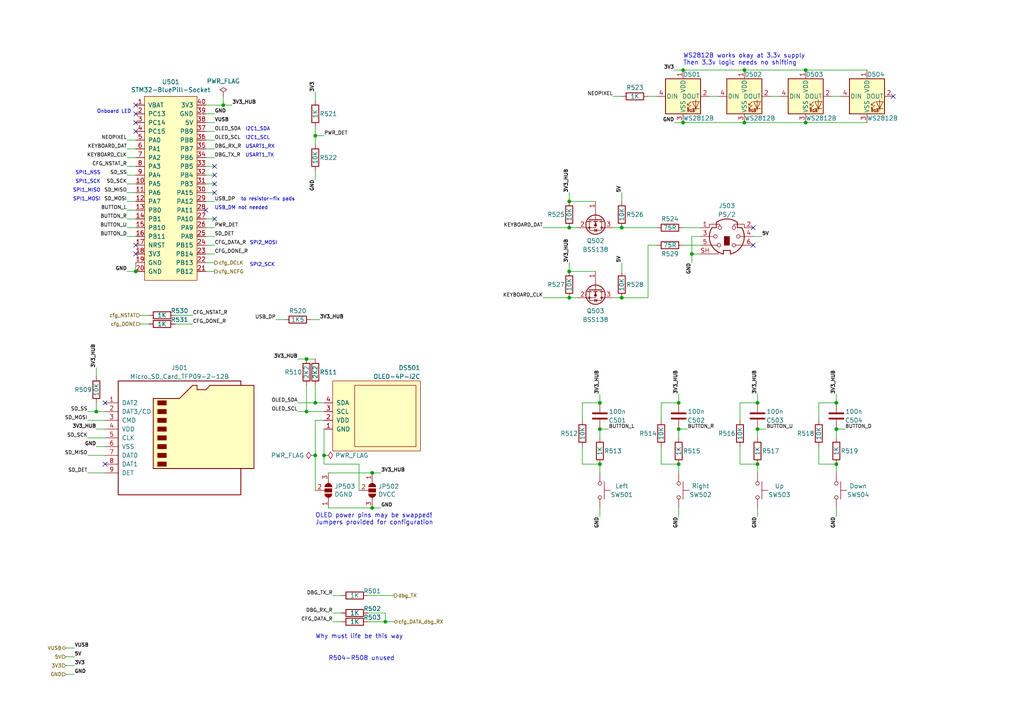
<source format=kicad_sch>
(kicad_sch
	(version 20250114)
	(generator "eeschema")
	(generator_version "9.0")
	(uuid "76576205-e088-46f2-90ec-3f8d91033eb0")
	(paper "A4")
	(title_block
		(title "HeikouBox Mainboard - Hub")
		(date "2022-11-11")
		(rev "v0.1")
		(company "ksk")
	)
	(lib_symbols
		(symbol "Device:C"
			(pin_numbers
				(hide yes)
			)
			(pin_names
				(offset 0.254)
			)
			(exclude_from_sim no)
			(in_bom yes)
			(on_board yes)
			(property "Reference" "C"
				(at 0.635 2.54 0)
				(effects
					(font
						(size 1.27 1.27)
					)
					(justify left)
				)
			)
			(property "Value" "C"
				(at 0.635 -2.54 0)
				(effects
					(font
						(size 1.27 1.27)
					)
					(justify left)
				)
			)
			(property "Footprint" ""
				(at 0.9652 -3.81 0)
				(effects
					(font
						(size 1.27 1.27)
					)
					(hide yes)
				)
			)
			(property "Datasheet" "~"
				(at 0 0 0)
				(effects
					(font
						(size 1.27 1.27)
					)
					(hide yes)
				)
			)
			(property "Description" "Unpolarized capacitor"
				(at 0 0 0)
				(effects
					(font
						(size 1.27 1.27)
					)
					(hide yes)
				)
			)
			(property "ki_keywords" "cap capacitor"
				(at 0 0 0)
				(effects
					(font
						(size 1.27 1.27)
					)
					(hide yes)
				)
			)
			(property "ki_fp_filters" "C_*"
				(at 0 0 0)
				(effects
					(font
						(size 1.27 1.27)
					)
					(hide yes)
				)
			)
			(symbol "C_0_1"
				(polyline
					(pts
						(xy -2.032 0.762) (xy 2.032 0.762)
					)
					(stroke
						(width 0.508)
						(type default)
					)
					(fill
						(type none)
					)
				)
				(polyline
					(pts
						(xy -2.032 -0.762) (xy 2.032 -0.762)
					)
					(stroke
						(width 0.508)
						(type default)
					)
					(fill
						(type none)
					)
				)
			)
			(symbol "C_1_1"
				(pin passive line
					(at 0 3.81 270)
					(length 2.794)
					(name "~"
						(effects
							(font
								(size 1.27 1.27)
							)
						)
					)
					(number "1"
						(effects
							(font
								(size 1.27 1.27)
							)
						)
					)
				)
				(pin passive line
					(at 0 -3.81 90)
					(length 2.794)
					(name "~"
						(effects
							(font
								(size 1.27 1.27)
							)
						)
					)
					(number "2"
						(effects
							(font
								(size 1.27 1.27)
							)
						)
					)
				)
			)
			(embedded_fonts no)
		)
		(symbol "Device:R"
			(pin_numbers
				(hide yes)
			)
			(pin_names
				(offset 0)
			)
			(exclude_from_sim no)
			(in_bom yes)
			(on_board yes)
			(property "Reference" "R"
				(at 2.032 0 90)
				(effects
					(font
						(size 1.27 1.27)
					)
				)
			)
			(property "Value" "R"
				(at 0 0 90)
				(effects
					(font
						(size 1.27 1.27)
					)
				)
			)
			(property "Footprint" ""
				(at -1.778 0 90)
				(effects
					(font
						(size 1.27 1.27)
					)
					(hide yes)
				)
			)
			(property "Datasheet" "~"
				(at 0 0 0)
				(effects
					(font
						(size 1.27 1.27)
					)
					(hide yes)
				)
			)
			(property "Description" "Resistor"
				(at 0 0 0)
				(effects
					(font
						(size 1.27 1.27)
					)
					(hide yes)
				)
			)
			(property "ki_keywords" "R res resistor"
				(at 0 0 0)
				(effects
					(font
						(size 1.27 1.27)
					)
					(hide yes)
				)
			)
			(property "ki_fp_filters" "R_*"
				(at 0 0 0)
				(effects
					(font
						(size 1.27 1.27)
					)
					(hide yes)
				)
			)
			(symbol "R_0_1"
				(rectangle
					(start -1.016 -2.54)
					(end 1.016 2.54)
					(stroke
						(width 0.254)
						(type default)
					)
					(fill
						(type none)
					)
				)
			)
			(symbol "R_1_1"
				(pin passive line
					(at 0 3.81 270)
					(length 1.27)
					(name "~"
						(effects
							(font
								(size 1.27 1.27)
							)
						)
					)
					(number "1"
						(effects
							(font
								(size 1.27 1.27)
							)
						)
					)
				)
				(pin passive line
					(at 0 -3.81 90)
					(length 1.27)
					(name "~"
						(effects
							(font
								(size 1.27 1.27)
							)
						)
					)
					(number "2"
						(effects
							(font
								(size 1.27 1.27)
							)
						)
					)
				)
			)
			(embedded_fonts no)
		)
		(symbol "Jumper:SolderJumper_3_Open"
			(pin_names
				(offset 0)
				(hide yes)
			)
			(exclude_from_sim no)
			(in_bom yes)
			(on_board yes)
			(property "Reference" "JP"
				(at -2.54 -2.54 0)
				(effects
					(font
						(size 1.27 1.27)
					)
				)
			)
			(property "Value" "SolderJumper_3_Open"
				(at 0 2.794 0)
				(effects
					(font
						(size 1.27 1.27)
					)
				)
			)
			(property "Footprint" ""
				(at 0 0 0)
				(effects
					(font
						(size 1.27 1.27)
					)
					(hide yes)
				)
			)
			(property "Datasheet" "~"
				(at 0 0 0)
				(effects
					(font
						(size 1.27 1.27)
					)
					(hide yes)
				)
			)
			(property "Description" "Solder Jumper, 3-pole, open"
				(at 0 0 0)
				(effects
					(font
						(size 1.27 1.27)
					)
					(hide yes)
				)
			)
			(property "ki_keywords" "Solder Jumper SPDT"
				(at 0 0 0)
				(effects
					(font
						(size 1.27 1.27)
					)
					(hide yes)
				)
			)
			(property "ki_fp_filters" "SolderJumper*Open*"
				(at 0 0 0)
				(effects
					(font
						(size 1.27 1.27)
					)
					(hide yes)
				)
			)
			(symbol "SolderJumper_3_Open_0_1"
				(polyline
					(pts
						(xy -2.54 0) (xy -2.032 0)
					)
					(stroke
						(width 0)
						(type default)
					)
					(fill
						(type none)
					)
				)
				(polyline
					(pts
						(xy -1.016 1.016) (xy -1.016 -1.016)
					)
					(stroke
						(width 0)
						(type default)
					)
					(fill
						(type none)
					)
				)
				(arc
					(start -1.016 -1.016)
					(mid -2.0276 0)
					(end -1.016 1.016)
					(stroke
						(width 0)
						(type default)
					)
					(fill
						(type none)
					)
				)
				(arc
					(start -1.016 -1.016)
					(mid -2.0276 0)
					(end -1.016 1.016)
					(stroke
						(width 0)
						(type default)
					)
					(fill
						(type outline)
					)
				)
				(rectangle
					(start -0.508 1.016)
					(end 0.508 -1.016)
					(stroke
						(width 0)
						(type default)
					)
					(fill
						(type outline)
					)
				)
				(polyline
					(pts
						(xy 0 -1.27) (xy 0 -1.016)
					)
					(stroke
						(width 0)
						(type default)
					)
					(fill
						(type none)
					)
				)
				(arc
					(start 1.016 1.016)
					(mid 2.0276 0)
					(end 1.016 -1.016)
					(stroke
						(width 0)
						(type default)
					)
					(fill
						(type none)
					)
				)
				(arc
					(start 1.016 1.016)
					(mid 2.0276 0)
					(end 1.016 -1.016)
					(stroke
						(width 0)
						(type default)
					)
					(fill
						(type outline)
					)
				)
				(polyline
					(pts
						(xy 1.016 1.016) (xy 1.016 -1.016)
					)
					(stroke
						(width 0)
						(type default)
					)
					(fill
						(type none)
					)
				)
				(polyline
					(pts
						(xy 2.54 0) (xy 2.032 0)
					)
					(stroke
						(width 0)
						(type default)
					)
					(fill
						(type none)
					)
				)
			)
			(symbol "SolderJumper_3_Open_1_1"
				(pin passive line
					(at -5.08 0 0)
					(length 2.54)
					(name "A"
						(effects
							(font
								(size 1.27 1.27)
							)
						)
					)
					(number "1"
						(effects
							(font
								(size 1.27 1.27)
							)
						)
					)
				)
				(pin passive line
					(at 0 -3.81 90)
					(length 2.54)
					(name "C"
						(effects
							(font
								(size 1.27 1.27)
							)
						)
					)
					(number "2"
						(effects
							(font
								(size 1.27 1.27)
							)
						)
					)
				)
				(pin passive line
					(at 5.08 0 180)
					(length 2.54)
					(name "B"
						(effects
							(font
								(size 1.27 1.27)
							)
						)
					)
					(number "3"
						(effects
							(font
								(size 1.27 1.27)
							)
						)
					)
				)
			)
			(embedded_fonts no)
		)
		(symbol "KSK_HeikouBox:Micro_SD_Card_TFP09-2-12B"
			(pin_names
				(offset 1.016)
			)
			(exclude_from_sim no)
			(in_bom yes)
			(on_board yes)
			(property "Reference" "J"
				(at -16.51 17.78 0)
				(effects
					(font
						(size 1.27 1.27)
					)
				)
			)
			(property "Value" "Micro_SD_Card_TFP09-2-12B"
				(at 16.51 17.78 0)
				(effects
					(font
						(size 1.27 1.27)
					)
					(justify right)
				)
			)
			(property "Footprint" "KSK_HeikouBox:Conn_uSDcard"
				(at 52.07 17.78 0)
				(effects
					(font
						(size 1.27 1.27)
					)
					(hide yes)
				)
			)
			(property "Datasheet" "http://images.100y.com.tw/pdf_file/10-TFP09-2-12B.pdf"
				(at 0 2.54 0)
				(effects
					(font
						(size 1.27 1.27)
					)
					(hide yes)
				)
			)
			(property "Description" "Micro SD Card Socket with card detection pins"
				(at 0 0 0)
				(effects
					(font
						(size 1.27 1.27)
					)
					(hide yes)
				)
			)
			(property "ki_keywords" "connector SD microsd"
				(at 0 0 0)
				(effects
					(font
						(size 1.27 1.27)
					)
					(hide yes)
				)
			)
			(property "ki_fp_filters" "microSD*"
				(at 0 0 0)
				(effects
					(font
						(size 1.27 1.27)
					)
					(hide yes)
				)
			)
			(symbol "Micro_SD_Card_TFP09-2-12B_0_1"
				(polyline
					(pts
						(xy -8.89 -8.89) (xy -8.89 11.43) (xy -1.27 11.43) (xy 2.54 15.24) (xy 3.81 15.24) (xy 3.81 13.97)
						(xy 6.35 13.97) (xy 7.62 15.24) (xy 20.32 15.24) (xy 20.32 -8.89) (xy -8.89 -8.89)
					)
					(stroke
						(width 0.254)
						(type solid)
					)
					(fill
						(type background)
					)
				)
				(rectangle
					(start -7.62 10.795)
					(end -5.08 9.525)
					(stroke
						(width 0)
						(type solid)
					)
					(fill
						(type outline)
					)
				)
				(rectangle
					(start -7.62 8.255)
					(end -5.08 6.985)
					(stroke
						(width 0)
						(type solid)
					)
					(fill
						(type outline)
					)
				)
				(rectangle
					(start -7.62 5.715)
					(end -5.08 4.445)
					(stroke
						(width 0)
						(type solid)
					)
					(fill
						(type outline)
					)
				)
				(rectangle
					(start -7.62 3.175)
					(end -5.08 1.905)
					(stroke
						(width 0)
						(type solid)
					)
					(fill
						(type outline)
					)
				)
				(rectangle
					(start -7.62 0.635)
					(end -5.08 -0.635)
					(stroke
						(width 0)
						(type solid)
					)
					(fill
						(type outline)
					)
				)
				(rectangle
					(start -7.62 -1.905)
					(end -5.08 -3.175)
					(stroke
						(width 0)
						(type solid)
					)
					(fill
						(type outline)
					)
				)
				(rectangle
					(start -7.62 -4.445)
					(end -5.08 -5.715)
					(stroke
						(width 0)
						(type solid)
					)
					(fill
						(type outline)
					)
				)
				(rectangle
					(start -7.62 -6.985)
					(end -5.08 -8.255)
					(stroke
						(width 0)
						(type solid)
					)
					(fill
						(type outline)
					)
				)
				(polyline
					(pts
						(xy 16.51 15.24) (xy 16.51 16.51) (xy -19.05 16.51) (xy -19.05 -16.51) (xy 16.51 -16.51) (xy 16.51 -8.89)
					)
					(stroke
						(width 0.254)
						(type solid)
					)
					(fill
						(type none)
					)
				)
			)
			(symbol "Micro_SD_Card_TFP09-2-12B_1_1"
				(pin bidirectional line
					(at -22.86 10.16 0)
					(length 3.81)
					(name "DAT2"
						(effects
							(font
								(size 1.27 1.27)
							)
						)
					)
					(number "1"
						(effects
							(font
								(size 1.27 1.27)
							)
						)
					)
				)
				(pin bidirectional line
					(at -22.86 7.62 0)
					(length 3.81)
					(name "DAT3/CD"
						(effects
							(font
								(size 1.27 1.27)
							)
						)
					)
					(number "2"
						(effects
							(font
								(size 1.27 1.27)
							)
						)
					)
				)
				(pin input line
					(at -22.86 5.08 0)
					(length 3.81)
					(name "CMD"
						(effects
							(font
								(size 1.27 1.27)
							)
						)
					)
					(number "3"
						(effects
							(font
								(size 1.27 1.27)
							)
						)
					)
				)
				(pin power_in line
					(at -22.86 2.54 0)
					(length 3.81)
					(name "VDD"
						(effects
							(font
								(size 1.27 1.27)
							)
						)
					)
					(number "4"
						(effects
							(font
								(size 1.27 1.27)
							)
						)
					)
				)
				(pin input line
					(at -22.86 0 0)
					(length 3.81)
					(name "CLK"
						(effects
							(font
								(size 1.27 1.27)
							)
						)
					)
					(number "5"
						(effects
							(font
								(size 1.27 1.27)
							)
						)
					)
				)
				(pin power_in line
					(at -22.86 -2.54 0)
					(length 3.81)
					(name "VSS"
						(effects
							(font
								(size 1.27 1.27)
							)
						)
					)
					(number "6"
						(effects
							(font
								(size 1.27 1.27)
							)
						)
					)
				)
				(pin bidirectional line
					(at -22.86 -5.08 0)
					(length 3.81)
					(name "DAT0"
						(effects
							(font
								(size 1.27 1.27)
							)
						)
					)
					(number "7"
						(effects
							(font
								(size 1.27 1.27)
							)
						)
					)
				)
				(pin bidirectional line
					(at -22.86 -7.62 0)
					(length 3.81)
					(name "DAT1"
						(effects
							(font
								(size 1.27 1.27)
							)
						)
					)
					(number "8"
						(effects
							(font
								(size 1.27 1.27)
							)
						)
					)
				)
				(pin passive line
					(at -22.86 -10.16 0)
					(length 3.81)
					(name "DET"
						(effects
							(font
								(size 1.27 1.27)
							)
						)
					)
					(number "9"
						(effects
							(font
								(size 1.27 1.27)
							)
						)
					)
				)
			)
			(embedded_fonts no)
		)
		(symbol "KSK_HeikouBox:Mini-DIN-6_Shielded"
			(pin_names
				(offset 1.016)
			)
			(exclude_from_sim no)
			(in_bom yes)
			(on_board yes)
			(property "Reference" "J"
				(at 0 6.35 0)
				(effects
					(font
						(size 1.27 1.27)
					)
				)
			)
			(property "Value" "Mini-DIN-6_Shielded"
				(at 0 -6.35 0)
				(effects
					(font
						(size 1.27 1.27)
					)
				)
			)
			(property "Footprint" ""
				(at 0 0 0)
				(effects
					(font
						(size 1.27 1.27)
					)
					(hide yes)
				)
			)
			(property "Datasheet" "http://service.powerdynamics.com/ec/Catalog17/Section%2011.pdf"
				(at 0 0 0)
				(effects
					(font
						(size 1.27 1.27)
					)
					(hide yes)
				)
			)
			(property "Description" "6-pin Mini-DIN connector with shield connection"
				(at 0 0 0)
				(effects
					(font
						(size 1.27 1.27)
					)
					(hide yes)
				)
			)
			(property "ki_keywords" "Mini-DIN"
				(at 0 0 0)
				(effects
					(font
						(size 1.27 1.27)
					)
					(hide yes)
				)
			)
			(property "ki_fp_filters" "MINI?DIN*"
				(at 0 0 0)
				(effects
					(font
						(size 1.27 1.27)
					)
					(hide yes)
				)
			)
			(symbol "Mini-DIN-6_Shielded_0_1"
				(polyline
					(pts
						(xy -4.318 -2.54) (xy -3.048 -2.54) (xy -3.048 -4.064)
					)
					(stroke
						(width 0.254)
						(type solid)
					)
					(fill
						(type none)
					)
				)
				(polyline
					(pts
						(xy -3.81 0) (xy -5.08 0)
					)
					(stroke
						(width 0)
						(type solid)
					)
					(fill
						(type none)
					)
				)
				(circle
					(center -3.302 0)
					(radius 0.508)
					(stroke
						(width 0)
						(type solid)
					)
					(fill
						(type none)
					)
				)
				(polyline
					(pts
						(xy -2.54 2.54) (xy -5.08 2.54)
					)
					(stroke
						(width 0)
						(type solid)
					)
					(fill
						(type none)
					)
				)
				(circle
					(center -2.032 2.54)
					(radius 0.508)
					(stroke
						(width 0)
						(type solid)
					)
					(fill
						(type none)
					)
				)
				(circle
					(center -2.032 -2.54)
					(radius 0.508)
					(stroke
						(width 0)
						(type solid)
					)
					(fill
						(type none)
					)
				)
				(polyline
					(pts
						(xy -2.032 -3.048) (xy -2.032 -3.556) (xy -5.08 -3.556) (xy -5.08 -2.54)
					)
					(stroke
						(width 0)
						(type solid)
					)
					(fill
						(type none)
					)
				)
				(polyline
					(pts
						(xy -1.016 5.08) (xy -1.016 4.064) (xy 1.016 4.064) (xy 1.016 5.08)
					)
					(stroke
						(width 0.254)
						(type solid)
					)
					(fill
						(type none)
					)
				)
				(rectangle
					(start -0.762 2.54)
					(end 0.762 0)
					(stroke
						(width 0)
						(type solid)
					)
					(fill
						(type outline)
					)
				)
				(arc
					(start 3.048 -4.064)
					(mid 0 -5.08)
					(end -3.048 -4.064)
					(stroke
						(width 0.254)
						(type solid)
					)
					(fill
						(type none)
					)
				)
				(arc
					(start 1.016 5.08)
					(mid 4.6646 2.1356)
					(end 4.318 -2.54)
					(stroke
						(width 0.254)
						(type solid)
					)
					(fill
						(type none)
					)
				)
				(arc
					(start -4.318 -2.54)
					(mid -4.6241 2.1181)
					(end -1.016 5.08)
					(stroke
						(width 0.254)
						(type solid)
					)
					(fill
						(type none)
					)
				)
				(circle
					(center 2.032 -2.54)
					(radius 0.508)
					(stroke
						(width 0)
						(type solid)
					)
					(fill
						(type none)
					)
				)
				(polyline
					(pts
						(xy 2.032 -3.048) (xy 2.032 -3.556) (xy 5.08 -3.556) (xy 5.08 -2.54)
					)
					(stroke
						(width 0)
						(type solid)
					)
					(fill
						(type none)
					)
				)
				(circle
					(center 2.286 2.54)
					(radius 0.508)
					(stroke
						(width 0)
						(type solid)
					)
					(fill
						(type none)
					)
				)
				(polyline
					(pts
						(xy 2.794 2.54) (xy 5.08 2.54)
					)
					(stroke
						(width 0)
						(type solid)
					)
					(fill
						(type none)
					)
				)
				(circle
					(center 3.302 0)
					(radius 0.508)
					(stroke
						(width 0)
						(type solid)
					)
					(fill
						(type none)
					)
				)
				(polyline
					(pts
						(xy 4.318 -2.54) (xy 3.048 -2.54) (xy 3.048 -4.064)
					)
					(stroke
						(width 0.254)
						(type solid)
					)
					(fill
						(type none)
					)
				)
				(polyline
					(pts
						(xy 5.08 5.08) (xy 2.54 5.08) (xy 2.54 4.572)
					)
					(stroke
						(width 0)
						(type solid)
					)
					(fill
						(type none)
					)
				)
				(polyline
					(pts
						(xy 5.08 0) (xy 3.81 0)
					)
					(stroke
						(width 0)
						(type solid)
					)
					(fill
						(type none)
					)
				)
			)
			(symbol "Mini-DIN-6_Shielded_1_1"
				(pin passive line
					(at -7.62 2.54 0)
					(length 2.54)
					(name "~"
						(effects
							(font
								(size 1.27 1.27)
							)
						)
					)
					(number "6"
						(effects
							(font
								(size 1.27 1.27)
							)
						)
					)
				)
				(pin passive line
					(at -7.62 0 0)
					(length 2.54)
					(name "~"
						(effects
							(font
								(size 1.27 1.27)
							)
						)
					)
					(number "4"
						(effects
							(font
								(size 1.27 1.27)
							)
						)
					)
				)
				(pin passive line
					(at -7.62 -2.54 0)
					(length 2.54)
					(name "~"
						(effects
							(font
								(size 1.27 1.27)
							)
						)
					)
					(number "2"
						(effects
							(font
								(size 1.27 1.27)
							)
						)
					)
				)
				(pin passive line
					(at 7.62 5.08 180)
					(length 2.54)
					(name "~"
						(effects
							(font
								(size 1.27 1.27)
							)
						)
					)
					(number "SH"
						(effects
							(font
								(size 1.27 1.27)
							)
						)
					)
				)
				(pin passive line
					(at 7.62 2.54 180)
					(length 2.54)
					(name "~"
						(effects
							(font
								(size 1.27 1.27)
							)
						)
					)
					(number "5"
						(effects
							(font
								(size 1.27 1.27)
							)
						)
					)
				)
				(pin passive line
					(at 7.62 0 180)
					(length 2.54)
					(name "~"
						(effects
							(font
								(size 1.27 1.27)
							)
						)
					)
					(number "3"
						(effects
							(font
								(size 1.27 1.27)
							)
						)
					)
				)
				(pin passive line
					(at 7.62 -2.54 180)
					(length 2.54)
					(name "~"
						(effects
							(font
								(size 1.27 1.27)
							)
						)
					)
					(number "1"
						(effects
							(font
								(size 1.27 1.27)
							)
						)
					)
				)
			)
			(embedded_fonts no)
		)
		(symbol "KSK_HeikouBox:OLED-4P-I2C"
			(pin_names
				(offset 1.016)
			)
			(exclude_from_sim no)
			(in_bom yes)
			(on_board yes)
			(property "Reference" "DS"
				(at 0 -26.67 0)
				(effects
					(font
						(size 1.27 1.27)
					)
				)
			)
			(property "Value" "OLED-4P-I2C"
				(at 0 -29.21 0)
				(effects
					(font
						(size 1.27 1.27)
					)
				)
			)
			(property "Footprint" ""
				(at 0 -34.29 0)
				(effects
					(font
						(size 1.27 1.27)
					)
					(hide yes)
				)
			)
			(property "Datasheet" ""
				(at 0 -34.29 0)
				(effects
					(font
						(size 1.27 1.27)
					)
					(hide yes)
				)
			)
			(property "Description" ""
				(at 0 0 0)
				(effects
					(font
						(size 1.27 1.27)
					)
					(hide yes)
				)
			)
			(symbol "OLED-4P-I2C_0_1"
				(rectangle
					(start -10.16 0)
					(end 10.16 -25.4)
					(stroke
						(width 0)
						(type solid)
					)
					(fill
						(type background)
					)
				)
				(rectangle
					(start -8.89 -6.35)
					(end 8.89 -24.13)
					(stroke
						(width 0)
						(type solid)
					)
					(fill
						(type none)
					)
				)
			)
			(symbol "OLED-4P-I2C_1_1"
				(pin power_in line
					(at -3.81 2.54 270)
					(length 2.54)
					(name "GND"
						(effects
							(font
								(size 1.27 1.27)
							)
						)
					)
					(number "1"
						(effects
							(font
								(size 1.27 1.27)
							)
						)
					)
				)
				(pin power_in line
					(at -1.27 2.54 270)
					(length 2.54)
					(name "VDD"
						(effects
							(font
								(size 1.27 1.27)
							)
						)
					)
					(number "2"
						(effects
							(font
								(size 1.27 1.27)
							)
						)
					)
				)
				(pin open_collector line
					(at 1.27 2.54 270)
					(length 2.54)
					(name "SCL"
						(effects
							(font
								(size 1.27 1.27)
							)
						)
					)
					(number "3"
						(effects
							(font
								(size 1.27 1.27)
							)
						)
					)
				)
				(pin open_collector line
					(at 3.81 2.54 270)
					(length 2.54)
					(name "SDA"
						(effects
							(font
								(size 1.27 1.27)
							)
						)
					)
					(number "4"
						(effects
							(font
								(size 1.27 1.27)
							)
						)
					)
				)
			)
			(embedded_fonts no)
		)
		(symbol "KSK_HeikouBox:STM32-BluePill-Socket"
			(pin_names
				(offset 1.016)
			)
			(exclude_from_sim no)
			(in_bom yes)
			(on_board yes)
			(property "Reference" "J"
				(at 0 27.94 0)
				(effects
					(font
						(size 1.27 1.27)
					)
				)
			)
			(property "Value" "STM32-BluePill-Socket"
				(at 0 -27.94 0)
				(effects
					(font
						(size 1.27 1.27)
					)
				)
			)
			(property "Footprint" ""
				(at -7.62 26.67 0)
				(effects
					(font
						(size 0.635 0.635)
					)
					(hide yes)
				)
			)
			(property "Datasheet" ""
				(at -7.62 26.67 0)
				(effects
					(font
						(size 0.635 0.635)
					)
					(hide yes)
				)
			)
			(property "Description" ""
				(at 0 0 0)
				(effects
					(font
						(size 1.27 1.27)
					)
					(hide yes)
				)
			)
			(symbol "STM32-BluePill-Socket_0_1"
				(rectangle
					(start -7.62 26.67)
					(end 7.62 -26.67)
					(stroke
						(width 0)
						(type solid)
					)
					(fill
						(type background)
					)
				)
			)
			(symbol "STM32-BluePill-Socket_1_1"
				(pin power_in line
					(at -10.16 24.13 0)
					(length 2.54)
					(name "VBAT"
						(effects
							(font
								(size 1.27 1.27)
							)
						)
					)
					(number "1"
						(effects
							(font
								(size 1.27 1.27)
							)
						)
					)
				)
				(pin bidirectional line
					(at -10.16 21.59 0)
					(length 2.54)
					(name "PC13"
						(effects
							(font
								(size 1.27 1.27)
							)
						)
					)
					(number "2"
						(effects
							(font
								(size 1.27 1.27)
							)
						)
					)
				)
				(pin bidirectional line
					(at -10.16 19.05 0)
					(length 2.54)
					(name "PC14"
						(effects
							(font
								(size 1.27 1.27)
							)
						)
					)
					(number "3"
						(effects
							(font
								(size 1.27 1.27)
							)
						)
					)
				)
				(pin bidirectional line
					(at -10.16 16.51 0)
					(length 2.54)
					(name "PC15"
						(effects
							(font
								(size 1.27 1.27)
							)
						)
					)
					(number "4"
						(effects
							(font
								(size 1.27 1.27)
							)
						)
					)
				)
				(pin bidirectional line
					(at -10.16 13.97 0)
					(length 2.54)
					(name "PA0"
						(effects
							(font
								(size 1.27 1.27)
							)
						)
					)
					(number "5"
						(effects
							(font
								(size 1.27 1.27)
							)
						)
					)
				)
				(pin bidirectional line
					(at -10.16 11.43 0)
					(length 2.54)
					(name "PA1"
						(effects
							(font
								(size 1.27 1.27)
							)
						)
					)
					(number "6"
						(effects
							(font
								(size 1.27 1.27)
							)
						)
					)
				)
				(pin bidirectional line
					(at -10.16 8.89 0)
					(length 2.54)
					(name "PA2"
						(effects
							(font
								(size 1.27 1.27)
							)
						)
					)
					(number "7"
						(effects
							(font
								(size 1.27 1.27)
							)
						)
					)
				)
				(pin bidirectional line
					(at -10.16 6.35 0)
					(length 2.54)
					(name "PA3"
						(effects
							(font
								(size 1.27 1.27)
							)
						)
					)
					(number "8"
						(effects
							(font
								(size 1.27 1.27)
							)
						)
					)
				)
				(pin bidirectional line
					(at -10.16 3.81 0)
					(length 2.54)
					(name "PA4"
						(effects
							(font
								(size 1.27 1.27)
							)
						)
					)
					(number "9"
						(effects
							(font
								(size 1.27 1.27)
							)
						)
					)
				)
				(pin bidirectional line
					(at -10.16 1.27 0)
					(length 2.54)
					(name "PA5"
						(effects
							(font
								(size 1.27 1.27)
							)
						)
					)
					(number "10"
						(effects
							(font
								(size 1.27 1.27)
							)
						)
					)
				)
				(pin bidirectional line
					(at -10.16 -1.27 0)
					(length 2.54)
					(name "PA6"
						(effects
							(font
								(size 1.27 1.27)
							)
						)
					)
					(number "11"
						(effects
							(font
								(size 1.27 1.27)
							)
						)
					)
				)
				(pin bidirectional line
					(at -10.16 -3.81 0)
					(length 2.54)
					(name "PA7"
						(effects
							(font
								(size 1.27 1.27)
							)
						)
					)
					(number "12"
						(effects
							(font
								(size 1.27 1.27)
							)
						)
					)
				)
				(pin bidirectional line
					(at -10.16 -6.35 0)
					(length 2.54)
					(name "PB0"
						(effects
							(font
								(size 1.27 1.27)
							)
						)
					)
					(number "13"
						(effects
							(font
								(size 1.27 1.27)
							)
						)
					)
				)
				(pin bidirectional line
					(at -10.16 -8.89 0)
					(length 2.54)
					(name "PB1"
						(effects
							(font
								(size 1.27 1.27)
							)
						)
					)
					(number "14"
						(effects
							(font
								(size 1.27 1.27)
							)
						)
					)
				)
				(pin bidirectional line
					(at -10.16 -11.43 0)
					(length 2.54)
					(name "PB10"
						(effects
							(font
								(size 1.27 1.27)
							)
						)
					)
					(number "15"
						(effects
							(font
								(size 1.27 1.27)
							)
						)
					)
				)
				(pin bidirectional line
					(at -10.16 -13.97 0)
					(length 2.54)
					(name "PB11"
						(effects
							(font
								(size 1.27 1.27)
							)
						)
					)
					(number "16"
						(effects
							(font
								(size 1.27 1.27)
							)
						)
					)
				)
				(pin input line
					(at -10.16 -16.51 0)
					(length 2.54)
					(name "NRST"
						(effects
							(font
								(size 1.27 1.27)
							)
						)
					)
					(number "17"
						(effects
							(font
								(size 1.27 1.27)
							)
						)
					)
				)
				(pin power_out line
					(at -10.16 -19.05 0)
					(length 2.54)
					(name "3V3"
						(effects
							(font
								(size 1.27 1.27)
							)
						)
					)
					(number "18"
						(effects
							(font
								(size 1.27 1.27)
							)
						)
					)
				)
				(pin power_out line
					(at -10.16 -21.59 0)
					(length 2.54)
					(name "GND"
						(effects
							(font
								(size 1.27 1.27)
							)
						)
					)
					(number "19"
						(effects
							(font
								(size 1.27 1.27)
							)
						)
					)
				)
				(pin passive line
					(at -10.16 -24.13 0)
					(length 2.54)
					(name "GND"
						(effects
							(font
								(size 1.27 1.27)
							)
						)
					)
					(number "20"
						(effects
							(font
								(size 1.27 1.27)
							)
						)
					)
				)
				(pin passive line
					(at 10.16 24.13 180)
					(length 2.54)
					(name "3V3"
						(effects
							(font
								(size 1.27 1.27)
							)
						)
					)
					(number "40"
						(effects
							(font
								(size 1.27 1.27)
							)
						)
					)
				)
				(pin passive line
					(at 10.16 21.59 180)
					(length 2.54)
					(name "GND"
						(effects
							(font
								(size 1.27 1.27)
							)
						)
					)
					(number "39"
						(effects
							(font
								(size 1.27 1.27)
							)
						)
					)
				)
				(pin power_out line
					(at 10.16 19.05 180)
					(length 2.54)
					(name "5V"
						(effects
							(font
								(size 1.27 1.27)
							)
						)
					)
					(number "38"
						(effects
							(font
								(size 1.27 1.27)
							)
						)
					)
				)
				(pin bidirectional line
					(at 10.16 16.51 180)
					(length 2.54)
					(name "PB9"
						(effects
							(font
								(size 1.27 1.27)
							)
						)
					)
					(number "37"
						(effects
							(font
								(size 1.27 1.27)
							)
						)
					)
				)
				(pin bidirectional line
					(at 10.16 13.97 180)
					(length 2.54)
					(name "PB8"
						(effects
							(font
								(size 1.27 1.27)
							)
						)
					)
					(number "36"
						(effects
							(font
								(size 1.27 1.27)
							)
						)
					)
				)
				(pin bidirectional line
					(at 10.16 11.43 180)
					(length 2.54)
					(name "PB7"
						(effects
							(font
								(size 1.27 1.27)
							)
						)
					)
					(number "35"
						(effects
							(font
								(size 1.27 1.27)
							)
						)
					)
				)
				(pin bidirectional line
					(at 10.16 8.89 180)
					(length 2.54)
					(name "PB6"
						(effects
							(font
								(size 1.27 1.27)
							)
						)
					)
					(number "34"
						(effects
							(font
								(size 1.27 1.27)
							)
						)
					)
				)
				(pin bidirectional line
					(at 10.16 6.35 180)
					(length 2.54)
					(name "PB5"
						(effects
							(font
								(size 1.27 1.27)
							)
						)
					)
					(number "33"
						(effects
							(font
								(size 1.27 1.27)
							)
						)
					)
				)
				(pin bidirectional line
					(at 10.16 3.81 180)
					(length 2.54)
					(name "PB4"
						(effects
							(font
								(size 1.27 1.27)
							)
						)
					)
					(number "32"
						(effects
							(font
								(size 1.27 1.27)
							)
						)
					)
				)
				(pin bidirectional line
					(at 10.16 1.27 180)
					(length 2.54)
					(name "PB3"
						(effects
							(font
								(size 1.27 1.27)
							)
						)
					)
					(number "31"
						(effects
							(font
								(size 1.27 1.27)
							)
						)
					)
				)
				(pin bidirectional line
					(at 10.16 -1.27 180)
					(length 2.54)
					(name "PA15"
						(effects
							(font
								(size 1.27 1.27)
							)
						)
					)
					(number "30"
						(effects
							(font
								(size 1.27 1.27)
							)
						)
					)
				)
				(pin bidirectional line
					(at 10.16 -3.81 180)
					(length 2.54)
					(name "PA12"
						(effects
							(font
								(size 1.27 1.27)
							)
						)
					)
					(number "29"
						(effects
							(font
								(size 1.27 1.27)
							)
						)
					)
				)
				(pin bidirectional line
					(at 10.16 -6.35 180)
					(length 2.54)
					(name "PA11"
						(effects
							(font
								(size 1.27 1.27)
							)
						)
					)
					(number "28"
						(effects
							(font
								(size 1.27 1.27)
							)
						)
					)
				)
				(pin bidirectional line
					(at 10.16 -8.89 180)
					(length 2.54)
					(name "PA10"
						(effects
							(font
								(size 1.27 1.27)
							)
						)
					)
					(number "27"
						(effects
							(font
								(size 1.27 1.27)
							)
						)
					)
				)
				(pin bidirectional line
					(at 10.16 -11.43 180)
					(length 2.54)
					(name "PA9"
						(effects
							(font
								(size 1.27 1.27)
							)
						)
					)
					(number "26"
						(effects
							(font
								(size 1.27 1.27)
							)
						)
					)
				)
				(pin bidirectional line
					(at 10.16 -13.97 180)
					(length 2.54)
					(name "PA8"
						(effects
							(font
								(size 1.27 1.27)
							)
						)
					)
					(number "25"
						(effects
							(font
								(size 1.27 1.27)
							)
						)
					)
				)
				(pin bidirectional line
					(at 10.16 -16.51 180)
					(length 2.54)
					(name "PB15"
						(effects
							(font
								(size 1.27 1.27)
							)
						)
					)
					(number "24"
						(effects
							(font
								(size 1.27 1.27)
							)
						)
					)
				)
				(pin bidirectional line
					(at 10.16 -19.05 180)
					(length 2.54)
					(name "PB14"
						(effects
							(font
								(size 1.27 1.27)
							)
						)
					)
					(number "23"
						(effects
							(font
								(size 1.27 1.27)
							)
						)
					)
				)
				(pin bidirectional line
					(at 10.16 -21.59 180)
					(length 2.54)
					(name "PB13"
						(effects
							(font
								(size 1.27 1.27)
							)
						)
					)
					(number "22"
						(effects
							(font
								(size 1.27 1.27)
							)
						)
					)
				)
				(pin bidirectional line
					(at 10.16 -24.13 180)
					(length 2.54)
					(name "PB12"
						(effects
							(font
								(size 1.27 1.27)
							)
						)
					)
					(number "21"
						(effects
							(font
								(size 1.27 1.27)
							)
						)
					)
				)
			)
			(embedded_fonts no)
		)
		(symbol "LED:WS2812B"
			(pin_names
				(offset 0.254)
			)
			(exclude_from_sim no)
			(in_bom yes)
			(on_board yes)
			(property "Reference" "D"
				(at 5.08 5.715 0)
				(effects
					(font
						(size 1.27 1.27)
					)
					(justify right bottom)
				)
			)
			(property "Value" "WS2812B"
				(at 1.27 -5.715 0)
				(effects
					(font
						(size 1.27 1.27)
					)
					(justify left top)
				)
			)
			(property "Footprint" "LED_SMD:LED_WS2812B_PLCC4_5.0x5.0mm_P3.2mm"
				(at 1.27 -7.62 0)
				(effects
					(font
						(size 1.27 1.27)
					)
					(justify left top)
					(hide yes)
				)
			)
			(property "Datasheet" "https://cdn-shop.adafruit.com/datasheets/WS2812B.pdf"
				(at 2.54 -9.525 0)
				(effects
					(font
						(size 1.27 1.27)
					)
					(justify left top)
					(hide yes)
				)
			)
			(property "Description" "RGB LED with integrated controller"
				(at 0 0 0)
				(effects
					(font
						(size 1.27 1.27)
					)
					(hide yes)
				)
			)
			(property "ki_keywords" "RGB LED NeoPixel addressable"
				(at 0 0 0)
				(effects
					(font
						(size 1.27 1.27)
					)
					(hide yes)
				)
			)
			(property "ki_fp_filters" "LED*WS2812*PLCC*5.0x5.0mm*P3.2mm*"
				(at 0 0 0)
				(effects
					(font
						(size 1.27 1.27)
					)
					(hide yes)
				)
			)
			(symbol "WS2812B_0_0"
				(text "RGB"
					(at 2.286 -4.191 0)
					(effects
						(font
							(size 0.762 0.762)
						)
					)
				)
			)
			(symbol "WS2812B_0_1"
				(polyline
					(pts
						(xy 1.27 -2.54) (xy 1.778 -2.54)
					)
					(stroke
						(width 0)
						(type default)
					)
					(fill
						(type none)
					)
				)
				(polyline
					(pts
						(xy 1.27 -3.556) (xy 1.778 -3.556)
					)
					(stroke
						(width 0)
						(type default)
					)
					(fill
						(type none)
					)
				)
				(polyline
					(pts
						(xy 2.286 -1.524) (xy 1.27 -2.54) (xy 1.27 -2.032)
					)
					(stroke
						(width 0)
						(type default)
					)
					(fill
						(type none)
					)
				)
				(polyline
					(pts
						(xy 2.286 -2.54) (xy 1.27 -3.556) (xy 1.27 -3.048)
					)
					(stroke
						(width 0)
						(type default)
					)
					(fill
						(type none)
					)
				)
				(polyline
					(pts
						(xy 3.683 -1.016) (xy 3.683 -3.556) (xy 3.683 -4.064)
					)
					(stroke
						(width 0)
						(type default)
					)
					(fill
						(type none)
					)
				)
				(polyline
					(pts
						(xy 4.699 -1.524) (xy 2.667 -1.524) (xy 3.683 -3.556) (xy 4.699 -1.524)
					)
					(stroke
						(width 0)
						(type default)
					)
					(fill
						(type none)
					)
				)
				(polyline
					(pts
						(xy 4.699 -3.556) (xy 2.667 -3.556)
					)
					(stroke
						(width 0)
						(type default)
					)
					(fill
						(type none)
					)
				)
				(rectangle
					(start 5.08 5.08)
					(end -5.08 -5.08)
					(stroke
						(width 0.254)
						(type default)
					)
					(fill
						(type background)
					)
				)
			)
			(symbol "WS2812B_1_1"
				(pin input line
					(at -7.62 0 0)
					(length 2.54)
					(name "DIN"
						(effects
							(font
								(size 1.27 1.27)
							)
						)
					)
					(number "4"
						(effects
							(font
								(size 1.27 1.27)
							)
						)
					)
				)
				(pin power_in line
					(at 0 7.62 270)
					(length 2.54)
					(name "VDD"
						(effects
							(font
								(size 1.27 1.27)
							)
						)
					)
					(number "1"
						(effects
							(font
								(size 1.27 1.27)
							)
						)
					)
				)
				(pin power_in line
					(at 0 -7.62 90)
					(length 2.54)
					(name "VSS"
						(effects
							(font
								(size 1.27 1.27)
							)
						)
					)
					(number "3"
						(effects
							(font
								(size 1.27 1.27)
							)
						)
					)
				)
				(pin output line
					(at 7.62 0 180)
					(length 2.54)
					(name "DOUT"
						(effects
							(font
								(size 1.27 1.27)
							)
						)
					)
					(number "2"
						(effects
							(font
								(size 1.27 1.27)
							)
						)
					)
				)
			)
			(embedded_fonts no)
		)
		(symbol "Switch:SW_Push"
			(pin_numbers
				(hide yes)
			)
			(pin_names
				(offset 1.016)
				(hide yes)
			)
			(exclude_from_sim no)
			(in_bom yes)
			(on_board yes)
			(property "Reference" "SW"
				(at 1.27 2.54 0)
				(effects
					(font
						(size 1.27 1.27)
					)
					(justify left)
				)
			)
			(property "Value" "SW_Push"
				(at 0 -1.524 0)
				(effects
					(font
						(size 1.27 1.27)
					)
				)
			)
			(property "Footprint" ""
				(at 0 5.08 0)
				(effects
					(font
						(size 1.27 1.27)
					)
					(hide yes)
				)
			)
			(property "Datasheet" "~"
				(at 0 5.08 0)
				(effects
					(font
						(size 1.27 1.27)
					)
					(hide yes)
				)
			)
			(property "Description" "Push button switch, generic, two pins"
				(at 0 0 0)
				(effects
					(font
						(size 1.27 1.27)
					)
					(hide yes)
				)
			)
			(property "ki_keywords" "switch normally-open pushbutton push-button"
				(at 0 0 0)
				(effects
					(font
						(size 1.27 1.27)
					)
					(hide yes)
				)
			)
			(symbol "SW_Push_0_1"
				(circle
					(center -2.032 0)
					(radius 0.508)
					(stroke
						(width 0)
						(type default)
					)
					(fill
						(type none)
					)
				)
				(polyline
					(pts
						(xy 0 1.27) (xy 0 3.048)
					)
					(stroke
						(width 0)
						(type default)
					)
					(fill
						(type none)
					)
				)
				(circle
					(center 2.032 0)
					(radius 0.508)
					(stroke
						(width 0)
						(type default)
					)
					(fill
						(type none)
					)
				)
				(polyline
					(pts
						(xy 2.54 1.27) (xy -2.54 1.27)
					)
					(stroke
						(width 0)
						(type default)
					)
					(fill
						(type none)
					)
				)
				(pin passive line
					(at -5.08 0 0)
					(length 2.54)
					(name "1"
						(effects
							(font
								(size 1.27 1.27)
							)
						)
					)
					(number "1"
						(effects
							(font
								(size 1.27 1.27)
							)
						)
					)
				)
				(pin passive line
					(at 5.08 0 180)
					(length 2.54)
					(name "2"
						(effects
							(font
								(size 1.27 1.27)
							)
						)
					)
					(number "2"
						(effects
							(font
								(size 1.27 1.27)
							)
						)
					)
				)
			)
			(embedded_fonts no)
		)
		(symbol "Transistor_FET:BSS138"
			(pin_names
				(hide yes)
			)
			(exclude_from_sim no)
			(in_bom yes)
			(on_board yes)
			(property "Reference" "Q"
				(at 5.08 1.905 0)
				(effects
					(font
						(size 1.27 1.27)
					)
					(justify left)
				)
			)
			(property "Value" "BSS138"
				(at 5.08 0 0)
				(effects
					(font
						(size 1.27 1.27)
					)
					(justify left)
				)
			)
			(property "Footprint" "Package_TO_SOT_SMD:SOT-23"
				(at 5.08 -1.905 0)
				(effects
					(font
						(size 1.27 1.27)
						(italic yes)
					)
					(justify left)
					(hide yes)
				)
			)
			(property "Datasheet" "https://www.onsemi.com/pub/Collateral/BSS138-D.PDF"
				(at 0 0 0)
				(effects
					(font
						(size 1.27 1.27)
					)
					(justify left)
					(hide yes)
				)
			)
			(property "Description" "50V Vds, 0.22A Id, N-Channel MOSFET, SOT-23"
				(at 0 0 0)
				(effects
					(font
						(size 1.27 1.27)
					)
					(hide yes)
				)
			)
			(property "ki_keywords" "N-Channel MOSFET"
				(at 0 0 0)
				(effects
					(font
						(size 1.27 1.27)
					)
					(hide yes)
				)
			)
			(property "ki_fp_filters" "SOT?23*"
				(at 0 0 0)
				(effects
					(font
						(size 1.27 1.27)
					)
					(hide yes)
				)
			)
			(symbol "BSS138_0_1"
				(polyline
					(pts
						(xy 0.254 1.905) (xy 0.254 -1.905)
					)
					(stroke
						(width 0.254)
						(type default)
					)
					(fill
						(type none)
					)
				)
				(polyline
					(pts
						(xy 0.254 0) (xy -2.54 0)
					)
					(stroke
						(width 0)
						(type default)
					)
					(fill
						(type none)
					)
				)
				(polyline
					(pts
						(xy 0.762 2.286) (xy 0.762 1.27)
					)
					(stroke
						(width 0.254)
						(type default)
					)
					(fill
						(type none)
					)
				)
				(polyline
					(pts
						(xy 0.762 0.508) (xy 0.762 -0.508)
					)
					(stroke
						(width 0.254)
						(type default)
					)
					(fill
						(type none)
					)
				)
				(polyline
					(pts
						(xy 0.762 -1.27) (xy 0.762 -2.286)
					)
					(stroke
						(width 0.254)
						(type default)
					)
					(fill
						(type none)
					)
				)
				(polyline
					(pts
						(xy 0.762 -1.778) (xy 3.302 -1.778) (xy 3.302 1.778) (xy 0.762 1.778)
					)
					(stroke
						(width 0)
						(type default)
					)
					(fill
						(type none)
					)
				)
				(polyline
					(pts
						(xy 1.016 0) (xy 2.032 0.381) (xy 2.032 -0.381) (xy 1.016 0)
					)
					(stroke
						(width 0)
						(type default)
					)
					(fill
						(type outline)
					)
				)
				(circle
					(center 1.651 0)
					(radius 2.794)
					(stroke
						(width 0.254)
						(type default)
					)
					(fill
						(type none)
					)
				)
				(polyline
					(pts
						(xy 2.54 2.54) (xy 2.54 1.778)
					)
					(stroke
						(width 0)
						(type default)
					)
					(fill
						(type none)
					)
				)
				(circle
					(center 2.54 1.778)
					(radius 0.254)
					(stroke
						(width 0)
						(type default)
					)
					(fill
						(type outline)
					)
				)
				(circle
					(center 2.54 -1.778)
					(radius 0.254)
					(stroke
						(width 0)
						(type default)
					)
					(fill
						(type outline)
					)
				)
				(polyline
					(pts
						(xy 2.54 -2.54) (xy 2.54 0) (xy 0.762 0)
					)
					(stroke
						(width 0)
						(type default)
					)
					(fill
						(type none)
					)
				)
				(polyline
					(pts
						(xy 2.794 0.508) (xy 2.921 0.381) (xy 3.683 0.381) (xy 3.81 0.254)
					)
					(stroke
						(width 0)
						(type default)
					)
					(fill
						(type none)
					)
				)
				(polyline
					(pts
						(xy 3.302 0.381) (xy 2.921 -0.254) (xy 3.683 -0.254) (xy 3.302 0.381)
					)
					(stroke
						(width 0)
						(type default)
					)
					(fill
						(type none)
					)
				)
			)
			(symbol "BSS138_1_1"
				(pin input line
					(at -5.08 0 0)
					(length 2.54)
					(name "G"
						(effects
							(font
								(size 1.27 1.27)
							)
						)
					)
					(number "1"
						(effects
							(font
								(size 1.27 1.27)
							)
						)
					)
				)
				(pin passive line
					(at 2.54 5.08 270)
					(length 2.54)
					(name "D"
						(effects
							(font
								(size 1.27 1.27)
							)
						)
					)
					(number "3"
						(effects
							(font
								(size 1.27 1.27)
							)
						)
					)
				)
				(pin passive line
					(at 2.54 -5.08 90)
					(length 2.54)
					(name "S"
						(effects
							(font
								(size 1.27 1.27)
							)
						)
					)
					(number "2"
						(effects
							(font
								(size 1.27 1.27)
							)
						)
					)
				)
			)
			(embedded_fonts no)
		)
		(symbol "power:PWR_FLAG"
			(power)
			(pin_numbers
				(hide yes)
			)
			(pin_names
				(offset 0)
				(hide yes)
			)
			(exclude_from_sim no)
			(in_bom yes)
			(on_board yes)
			(property "Reference" "#FLG"
				(at 0 1.905 0)
				(effects
					(font
						(size 1.27 1.27)
					)
					(hide yes)
				)
			)
			(property "Value" "PWR_FLAG"
				(at 0 3.81 0)
				(effects
					(font
						(size 1.27 1.27)
					)
				)
			)
			(property "Footprint" ""
				(at 0 0 0)
				(effects
					(font
						(size 1.27 1.27)
					)
					(hide yes)
				)
			)
			(property "Datasheet" "~"
				(at 0 0 0)
				(effects
					(font
						(size 1.27 1.27)
					)
					(hide yes)
				)
			)
			(property "Description" "Special symbol for telling ERC where power comes from"
				(at 0 0 0)
				(effects
					(font
						(size 1.27 1.27)
					)
					(hide yes)
				)
			)
			(property "ki_keywords" "flag power"
				(at 0 0 0)
				(effects
					(font
						(size 1.27 1.27)
					)
					(hide yes)
				)
			)
			(symbol "PWR_FLAG_0_0"
				(pin power_out line
					(at 0 0 90)
					(length 0)
					(name "pwr"
						(effects
							(font
								(size 1.27 1.27)
							)
						)
					)
					(number "1"
						(effects
							(font
								(size 1.27 1.27)
							)
						)
					)
				)
			)
			(symbol "PWR_FLAG_0_1"
				(polyline
					(pts
						(xy 0 0) (xy 0 1.27) (xy -1.016 1.905) (xy 0 2.54) (xy 1.016 1.905) (xy 0 1.27)
					)
					(stroke
						(width 0)
						(type default)
					)
					(fill
						(type none)
					)
				)
			)
			(embedded_fonts no)
		)
	)
	(text "Why must life be this way"
		(exclude_from_sim no)
		(at 91.44 185.42 0)
		(effects
			(font
				(size 1.27 1.27)
			)
			(justify left bottom)
		)
		(uuid "04a2bd3a-fa35-4c99-921e-fa5003b18521")
	)
	(text "SPI1_MOSI"
		(exclude_from_sim no)
		(at 29.21 58.42 0)
		(effects
			(font
				(size 1.016 1.016)
			)
			(justify right bottom)
		)
		(uuid "069c52b0-758e-4d55-864e-0b17dc2d833c")
	)
	(text "SPI1_SCK"
		(exclude_from_sim no)
		(at 29.21 53.34 0)
		(effects
			(font
				(size 1.016 1.016)
			)
			(justify right bottom)
		)
		(uuid "0b306d3a-f1ee-4149-aad6-016a53758ca0")
	)
	(text "I2C1_SCL"
		(exclude_from_sim no)
		(at 71.12 40.64 0)
		(effects
			(font
				(size 1.016 1.016)
			)
			(justify left bottom)
		)
		(uuid "199e85f7-7aff-499c-997d-e12068784cdf")
	)
	(text "R504-R508 unused"
		(exclude_from_sim no)
		(at 95.25 191.77 0)
		(effects
			(font
				(size 1.27 1.27)
			)
			(justify left bottom)
		)
		(uuid "44df92d7-e078-45d9-b337-5c0bf2aca0e0")
	)
	(text "USART1_TX"
		(exclude_from_sim no)
		(at 71.12 45.72 0)
		(effects
			(font
				(size 1.016 1.016)
			)
			(justify left bottom)
		)
		(uuid "5f11416a-d096-4a44-a7f4-2b0309410609")
	)
	(text "to resistor-fix pads"
		(exclude_from_sim no)
		(at 69.85 58.42 0)
		(effects
			(font
				(size 1.016 1.016)
			)
			(justify left bottom)
		)
		(uuid "6ca0927b-3156-4e94-8634-9995910cbf03")
	)
	(text "SPI1_MISO"
		(exclude_from_sim no)
		(at 29.21 55.88 0)
		(effects
			(font
				(size 1.016 1.016)
			)
			(justify right bottom)
		)
		(uuid "82341be5-4c27-4051-95be-d05531fe09a1")
	)
	(text "WS2812B works okay at 3.3v supply\nThen 3.3v logic needs no shifting"
		(exclude_from_sim no)
		(at 198.12 19.05 0)
		(effects
			(font
				(size 1.27 1.27)
			)
			(justify left bottom)
		)
		(uuid "a749b691-7129-46fb-8fcc-e6b0243bc3b1")
	)
	(text "SPI2_MOSI"
		(exclude_from_sim no)
		(at 72.39 71.12 0)
		(effects
			(font
				(size 1.016 1.016)
			)
			(justify left bottom)
		)
		(uuid "c81ba05f-9cd9-4a60-8293-c167811a03ac")
	)
	(text "OLED power pins may be swapped!\nJumpers provided for configuration"
		(exclude_from_sim no)
		(at 91.44 152.4 0)
		(effects
			(font
				(size 1.27 1.27)
			)
			(justify left bottom)
		)
		(uuid "cb9f19d3-757b-47f7-be34-3ac7fba0d1f0")
	)
	(text "SPI2_SCK"
		(exclude_from_sim no)
		(at 72.39 77.47 0)
		(effects
			(font
				(size 1.016 1.016)
			)
			(justify left bottom)
		)
		(uuid "d469c12a-c0cb-4475-beba-6c9ed22fadcb")
	)
	(text "SPI1_NSS"
		(exclude_from_sim no)
		(at 29.21 50.8 0)
		(effects
			(font
				(size 1.016 1.016)
			)
			(justify right bottom)
		)
		(uuid "df413d96-eadd-45c3-9ebf-012b69afa1bc")
	)
	(text "Onboard LED"
		(exclude_from_sim no)
		(at 38.1 33.02 0)
		(effects
			(font
				(size 1.016 1.016)
			)
			(justify right bottom)
		)
		(uuid "ea6b2880-bc51-4fd0-a0d5-267f92a85723")
	)
	(text "I2C1_SDA"
		(exclude_from_sim no)
		(at 71.12 38.1 0)
		(effects
			(font
				(size 1.016 1.016)
			)
			(justify left bottom)
		)
		(uuid "ebd15fc5-d83c-4423-9a44-29b5c62f27f2")
	)
	(text "USART1_RX"
		(exclude_from_sim no)
		(at 71.12 43.18 0)
		(effects
			(font
				(size 1.016 1.016)
			)
			(justify left bottom)
		)
		(uuid "ed860251-458c-41d9-ba0e-a98533f53bde")
	)
	(text "USB_DM not needed"
		(exclude_from_sim no)
		(at 62.23 60.96 0)
		(effects
			(font
				(size 1.016 1.016)
			)
			(justify left bottom)
		)
		(uuid "f6134780-de19-4fd7-8ca2-b97ac5ee896e")
	)
	(junction
		(at 88.9 119.38)
		(diameter 0)
		(color 0 0 0 0)
		(uuid "0164d511-41ff-4771-90e8-145d8b68a390")
	)
	(junction
		(at 173.99 124.46)
		(diameter 0)
		(color 0 0 0 0)
		(uuid "14005226-0aee-4c51-a787-181bb86be4f0")
	)
	(junction
		(at 180.34 86.36)
		(diameter 0)
		(color 0 0 0 0)
		(uuid "209696fc-4e27-4683-b97c-7a4bf8d58ece")
	)
	(junction
		(at 39.37 78.74)
		(diameter 0)
		(color 0 0 0 0)
		(uuid "2631ca31-a659-48a3-adfb-194772d25151")
	)
	(junction
		(at 233.68 35.56)
		(diameter 0)
		(color 0 0 0 0)
		(uuid "383fbba0-7944-473c-9d69-a32ed07deb67")
	)
	(junction
		(at 93.98 132.08)
		(diameter 0)
		(color 0 0 0 0)
		(uuid "3bf61027-d7cb-4a37-a412-9a20638c54bf")
	)
	(junction
		(at 91.44 116.84)
		(diameter 0)
		(color 0 0 0 0)
		(uuid "55077a19-6476-40f8-b93e-58c69f9f2bd4")
	)
	(junction
		(at 196.85 124.46)
		(diameter 0)
		(color 0 0 0 0)
		(uuid "55582239-3891-4352-b956-b17e4a6e4c75")
	)
	(junction
		(at 242.57 124.46)
		(diameter 0)
		(color 0 0 0 0)
		(uuid "58a73d00-5d2d-4543-af08-d3913f9850ab")
	)
	(junction
		(at 219.71 134.62)
		(diameter 0)
		(color 0 0 0 0)
		(uuid "6397d17f-4cc5-4b89-921f-d9b02ceb5ad1")
	)
	(junction
		(at 165.1 78.74)
		(diameter 0)
		(color 0 0 0 0)
		(uuid "666f951d-7426-45cf-970d-0939317bdaed")
	)
	(junction
		(at 219.71 124.46)
		(diameter 0)
		(color 0 0 0 0)
		(uuid "67bdb5d8-b6ef-4d0a-bf98-3c69dc8304ce")
	)
	(junction
		(at 107.95 147.32)
		(diameter 0)
		(color 0 0 0 0)
		(uuid "699c2bb6-6b1e-4c3c-91c6-091eddc521a4")
	)
	(junction
		(at 180.34 66.04)
		(diameter 0)
		(color 0 0 0 0)
		(uuid "75a05ed1-92ff-49b2-9190-d164f7c95160")
	)
	(junction
		(at 107.95 137.16)
		(diameter 0)
		(color 0 0 0 0)
		(uuid "77669c70-3055-42f5-ad76-f6e0cb886b5c")
	)
	(junction
		(at 88.9 104.14)
		(diameter 0)
		(color 0 0 0 0)
		(uuid "7e686d72-01d5-44b3-abe3-af00008ecaa9")
	)
	(junction
		(at 111.76 180.34)
		(diameter 0)
		(color 0 0 0 0)
		(uuid "8806132d-c9c9-4797-bc28-37be5556d847")
	)
	(junction
		(at 64.77 30.48)
		(diameter 0)
		(color 0 0 0 0)
		(uuid "8923cc8f-583b-4915-9936-84b77130f980")
	)
	(junction
		(at 165.1 86.36)
		(diameter 0)
		(color 0 0 0 0)
		(uuid "8a2ef968-2dc9-4109-95e5-1bb87a4dbcc4")
	)
	(junction
		(at 91.44 132.08)
		(diameter 0)
		(color 0 0 0 0)
		(uuid "908fe0b9-355c-43c9-b222-edbf8f455e24")
	)
	(junction
		(at 215.9 20.32)
		(diameter 0)
		(color 0 0 0 0)
		(uuid "9290a533-786c-4c77-94d7-9b6a32416daf")
	)
	(junction
		(at 242.57 116.84)
		(diameter 0)
		(color 0 0 0 0)
		(uuid "9b8434f7-8f43-4b4b-8345-c86165eafc7b")
	)
	(junction
		(at 215.9 35.56)
		(diameter 0)
		(color 0 0 0 0)
		(uuid "a2e481f5-672c-4cbc-add8-73221e44b7ef")
	)
	(junction
		(at 196.85 116.84)
		(diameter 0)
		(color 0 0 0 0)
		(uuid "a77aa01f-d0f1-4f4d-b0a1-9271837b8536")
	)
	(junction
		(at 165.1 66.04)
		(diameter 0)
		(color 0 0 0 0)
		(uuid "aa1fbf7b-2d47-40da-8fd1-9e7438e811df")
	)
	(junction
		(at 173.99 134.62)
		(diameter 0)
		(color 0 0 0 0)
		(uuid "aa4c21a5-3fc8-453a-99ba-7acff1ed0962")
	)
	(junction
		(at 91.44 39.37)
		(diameter 0)
		(color 0 0 0 0)
		(uuid "abbf012c-f4c0-42cf-946e-270c6db983ea")
	)
	(junction
		(at 173.99 116.84)
		(diameter 0)
		(color 0 0 0 0)
		(uuid "b5344e4f-a2df-4def-9cc3-f1aa39f2f613")
	)
	(junction
		(at 196.85 134.62)
		(diameter 0)
		(color 0 0 0 0)
		(uuid "b5b206ea-3e13-4c65-a17d-dbcd21f9e796")
	)
	(junction
		(at 242.57 134.62)
		(diameter 0)
		(color 0 0 0 0)
		(uuid "bb38d321-efac-46de-be83-68117b71ed56")
	)
	(junction
		(at 198.12 20.32)
		(diameter 0)
		(color 0 0 0 0)
		(uuid "caf99afc-7d56-414d-bdd8-5fe27d6a6983")
	)
	(junction
		(at 198.12 35.56)
		(diameter 0)
		(color 0 0 0 0)
		(uuid "ce5f8fa7-6e86-40c7-8e40-62317b0e916a")
	)
	(junction
		(at 200.66 73.66)
		(diameter 0)
		(color 0 0 0 0)
		(uuid "cfa61865-7262-413e-810b-4c1b04eae6bf")
	)
	(junction
		(at 233.68 20.32)
		(diameter 0)
		(color 0 0 0 0)
		(uuid "d8d78d03-7d04-4015-a264-5a19463ea4e5")
	)
	(junction
		(at 27.94 119.38)
		(diameter 0)
		(color 0 0 0 0)
		(uuid "e66c0b59-7a4c-44ad-9699-689a4224e2f3")
	)
	(junction
		(at 165.1 58.42)
		(diameter 0)
		(color 0 0 0 0)
		(uuid "f4c5f8b0-2133-4d83-a2e6-c9745ed00c76")
	)
	(junction
		(at 219.71 116.84)
		(diameter 0)
		(color 0 0 0 0)
		(uuid "fbf3b258-0031-4fcc-a525-5bf3e30217cb")
	)
	(no_connect
		(at 218.44 71.12)
		(uuid "099e716a-57cb-44d5-bba0-83d1ba7e7496")
	)
	(no_connect
		(at 39.37 38.1)
		(uuid "0b410e33-7451-4d0f-bae0-59a1d6e2c2d6")
	)
	(no_connect
		(at 39.37 73.66)
		(uuid "10eb3bba-352b-48b8-a3c5-802ad2f65ed3")
	)
	(no_connect
		(at 62.23 48.26)
		(uuid "1acf4e2c-ecd6-4321-b4ab-3e5a6395fa0c")
	)
	(no_connect
		(at 39.37 33.02)
		(uuid "2f081221-e7cc-43a8-bf95-02cb29cd1ec2")
	)
	(no_connect
		(at 59.69 60.96)
		(uuid "368bd3e2-2ec1-49cd-a293-476258d154e1")
	)
	(no_connect
		(at 259.08 27.94)
		(uuid "3ff6349e-ab60-4692-b582-c48ed38bdc1d")
	)
	(no_connect
		(at 62.23 50.8)
		(uuid "45388b18-7dd7-4e8f-9821-35278d17ee4f")
	)
	(no_connect
		(at 62.23 53.34)
		(uuid "4acf8d20-4312-4b4c-b37c-2bb81eae77f9")
	)
	(no_connect
		(at 62.23 55.88)
		(uuid "54b30275-0893-4c85-81ec-6a958e5d7374")
	)
	(no_connect
		(at 39.37 35.56)
		(uuid "6033d804-31cf-4b3f-b565-b0158d5cf1f5")
	)
	(no_connect
		(at 62.23 63.5)
		(uuid "60793d1a-fed1-4995-8c40-9196cd97fc0e")
	)
	(no_connect
		(at 30.48 134.62)
		(uuid "653bbfdd-f485-4c9d-abe3-52f22dd59fd3")
	)
	(no_connect
		(at 39.37 71.12)
		(uuid "a4bf816e-a706-470c-b572-5f1b3827fee7")
	)
	(no_connect
		(at 218.44 66.04)
		(uuid "a91d36a9-926a-459c-853c-fefba9dd2166")
	)
	(no_connect
		(at 30.48 116.84)
		(uuid "e6600a8d-1cec-4f6a-9cdd-ab88d17baf8d")
	)
	(no_connect
		(at 39.37 30.48)
		(uuid "f9ec4611-9383-47c0-9041-ee94b1b3cdb7")
	)
	(wire
		(pts
			(xy 214.63 116.84) (xy 214.63 121.92)
		)
		(stroke
			(width 0)
			(type default)
		)
		(uuid "00d2e3e7-a320-4567-ba43-34ea9f4fbeb4")
	)
	(wire
		(pts
			(xy 198.12 35.56) (xy 215.9 35.56)
		)
		(stroke
			(width 0)
			(type default)
		)
		(uuid "021c9569-0860-4467-a256-9f9ef8e61d75")
	)
	(wire
		(pts
			(xy 114.3 172.72) (xy 106.68 172.72)
		)
		(stroke
			(width 0)
			(type default)
		)
		(uuid "03689f4c-6633-4e82-a187-344944b897c5")
	)
	(wire
		(pts
			(xy 173.99 149.86) (xy 173.99 147.32)
		)
		(stroke
			(width 0)
			(type default)
		)
		(uuid "04d3c184-9599-486e-8b87-9c4454508fb4")
	)
	(wire
		(pts
			(xy 21.59 187.96) (xy 19.05 187.96)
		)
		(stroke
			(width 0)
			(type default)
		)
		(uuid "062f0d8f-aaa6-4a40-9f6c-cce3114705aa")
	)
	(wire
		(pts
			(xy 86.36 104.14) (xy 88.9 104.14)
		)
		(stroke
			(width 0)
			(type default)
		)
		(uuid "0633e7b6-ee42-4603-af0f-1b75e56f20bf")
	)
	(wire
		(pts
			(xy 62.23 76.2) (xy 59.69 76.2)
		)
		(stroke
			(width 0)
			(type default)
		)
		(uuid "0635d6f1-ce15-4c7a-88a8-1d5a8e67c450")
	)
	(wire
		(pts
			(xy 219.71 116.84) (xy 214.63 116.84)
		)
		(stroke
			(width 0)
			(type default)
		)
		(uuid "07db95ee-ea2c-4370-be9e-69dd3a993ded")
	)
	(wire
		(pts
			(xy 62.23 66.04) (xy 59.69 66.04)
		)
		(stroke
			(width 0)
			(type default)
		)
		(uuid "0aa32df0-4d0a-42d1-9a8a-ccae0af45e5e")
	)
	(wire
		(pts
			(xy 36.83 43.18) (xy 39.37 43.18)
		)
		(stroke
			(width 0)
			(type default)
		)
		(uuid "0b1315cd-1fa4-42e2-9bc3-5af235cb03a9")
	)
	(wire
		(pts
			(xy 25.4 132.08) (xy 30.48 132.08)
		)
		(stroke
			(width 0)
			(type default)
		)
		(uuid "0b9f84c0-2e61-4e23-b4e2-cc78e9feb263")
	)
	(wire
		(pts
			(xy 91.44 111.76) (xy 91.44 116.84)
		)
		(stroke
			(width 0)
			(type default)
		)
		(uuid "0e9fbc61-0546-4cde-91ac-2cd37038a22d")
	)
	(wire
		(pts
			(xy 62.23 68.58) (xy 59.69 68.58)
		)
		(stroke
			(width 0)
			(type default)
		)
		(uuid "1135c628-3a8e-4bc7-81e3-75552e0881aa")
	)
	(wire
		(pts
			(xy 86.36 119.38) (xy 88.9 119.38)
		)
		(stroke
			(width 0)
			(type default)
		)
		(uuid "11c584c4-12d5-4bb3-ad5c-848eed8ae21a")
	)
	(wire
		(pts
			(xy 196.85 124.46) (xy 196.85 127)
		)
		(stroke
			(width 0)
			(type default)
		)
		(uuid "12cf3fca-985f-4cfa-9292-c62d7a824aad")
	)
	(wire
		(pts
			(xy 237.49 116.84) (xy 237.49 121.92)
		)
		(stroke
			(width 0)
			(type default)
		)
		(uuid "139b699e-1597-467a-b42d-7743a19cac8e")
	)
	(wire
		(pts
			(xy 91.44 121.92) (xy 91.44 132.08)
		)
		(stroke
			(width 0)
			(type default)
		)
		(uuid "13fe524e-5667-46e4-b9d4-028ad0cc7c61")
	)
	(wire
		(pts
			(xy 59.69 30.48) (xy 64.77 30.48)
		)
		(stroke
			(width 0)
			(type default)
		)
		(uuid "16e12235-deef-4d12-bda8-24431e7b5767")
	)
	(wire
		(pts
			(xy 165.1 58.42) (xy 172.72 58.42)
		)
		(stroke
			(width 0)
			(type default)
		)
		(uuid "179769cb-3e2b-4db1-8ef1-a2f5eae61e1d")
	)
	(wire
		(pts
			(xy 196.85 134.62) (xy 196.85 137.16)
		)
		(stroke
			(width 0)
			(type default)
		)
		(uuid "17b7f8be-7b31-4456-9597-0711f928e4a2")
	)
	(wire
		(pts
			(xy 180.34 66.04) (xy 177.8 66.04)
		)
		(stroke
			(width 0)
			(type default)
		)
		(uuid "1913078e-e044-4d91-866f-87713a7ea3de")
	)
	(wire
		(pts
			(xy 36.83 48.26) (xy 39.37 48.26)
		)
		(stroke
			(width 0)
			(type default)
		)
		(uuid "1bc30b85-f3eb-49aa-83ff-2b2fd6ca085b")
	)
	(wire
		(pts
			(xy 64.77 30.48) (xy 64.77 27.94)
		)
		(stroke
			(width 0)
			(type default)
		)
		(uuid "1c56ad40-edfe-481f-ab28-d1fad1a32f54")
	)
	(wire
		(pts
			(xy 88.9 104.14) (xy 91.44 104.14)
		)
		(stroke
			(width 0)
			(type default)
		)
		(uuid "1cef83bf-b725-4f0c-b38f-435aa7f842c3")
	)
	(wire
		(pts
			(xy 59.69 33.02) (xy 62.23 33.02)
		)
		(stroke
			(width 0)
			(type default)
		)
		(uuid "1d73aa11-b8fe-4a59-90e6-497bfadd6afc")
	)
	(wire
		(pts
			(xy 219.71 147.32) (xy 219.71 149.86)
		)
		(stroke
			(width 0)
			(type default)
		)
		(uuid "1f77ad1b-3776-40d6-b8f6-15ac609795fa")
	)
	(wire
		(pts
			(xy 27.94 124.46) (xy 30.48 124.46)
		)
		(stroke
			(width 0)
			(type default)
		)
		(uuid "2131c19f-0252-4998-a320-7ba034553a28")
	)
	(wire
		(pts
			(xy 39.37 50.8) (xy 36.83 50.8)
		)
		(stroke
			(width 0)
			(type default)
		)
		(uuid "21e3cf94-bd70-487e-8c7b-a26ccccbbab8")
	)
	(wire
		(pts
			(xy 40.64 93.98) (xy 43.18 93.98)
		)
		(stroke
			(width 0)
			(type default)
		)
		(uuid "232857c8-27a0-4165-9af3-794c8930a7d7")
	)
	(wire
		(pts
			(xy 30.48 121.92) (xy 25.4 121.92)
		)
		(stroke
			(width 0)
			(type default)
		)
		(uuid "2d38c953-6414-41ec-917a-e395ddd799c6")
	)
	(wire
		(pts
			(xy 237.49 134.62) (xy 242.57 134.62)
		)
		(stroke
			(width 0)
			(type default)
		)
		(uuid "2e6db5b5-8c10-4b21-885f-19b338923748")
	)
	(wire
		(pts
			(xy 62.23 35.56) (xy 59.69 35.56)
		)
		(stroke
			(width 0)
			(type default)
		)
		(uuid "2f0e5a0c-b4bc-4f90-af37-8dc0a9c78274")
	)
	(wire
		(pts
			(xy 190.5 71.12) (xy 187.96 71.12)
		)
		(stroke
			(width 0)
			(type default)
		)
		(uuid "32e11102-bccb-45e9-8771-a0275d59a0ee")
	)
	(wire
		(pts
			(xy 88.9 111.76) (xy 88.9 119.38)
		)
		(stroke
			(width 0)
			(type default)
		)
		(uuid "332cc7d6-36e7-4397-86ca-cdff94dd7579")
	)
	(wire
		(pts
			(xy 96.52 177.8) (xy 99.06 177.8)
		)
		(stroke
			(width 0)
			(type default)
		)
		(uuid "35f4b3a5-b347-4731-8026-53accb903828")
	)
	(wire
		(pts
			(xy 242.57 137.16) (xy 242.57 134.62)
		)
		(stroke
			(width 0)
			(type default)
		)
		(uuid "362720e5-0cf8-4753-9655-f15e567dc894")
	)
	(wire
		(pts
			(xy 196.85 147.32) (xy 196.85 149.86)
		)
		(stroke
			(width 0)
			(type default)
		)
		(uuid "36f668ce-ecd4-4ed4-986a-bc6e92d70960")
	)
	(wire
		(pts
			(xy 233.68 20.32) (xy 251.46 20.32)
		)
		(stroke
			(width 0)
			(type default)
		)
		(uuid "3b5a600d-a93d-4a21-98b5-655e4e0c1b2e")
	)
	(wire
		(pts
			(xy 36.83 60.96) (xy 39.37 60.96)
		)
		(stroke
			(width 0)
			(type default)
		)
		(uuid "3c454ea1-1a41-4a37-8666-e32cc84341ad")
	)
	(wire
		(pts
			(xy 190.5 27.94) (xy 187.96 27.94)
		)
		(stroke
			(width 0)
			(type default)
		)
		(uuid "3cf5942e-b1e1-452f-9be1-ac8c52e246f6")
	)
	(wire
		(pts
			(xy 88.9 119.38) (xy 93.98 119.38)
		)
		(stroke
			(width 0)
			(type default)
		)
		(uuid "3d2b298b-0dd3-478f-8660-71627bd50c0a")
	)
	(wire
		(pts
			(xy 205.74 27.94) (xy 208.28 27.94)
		)
		(stroke
			(width 0)
			(type default)
		)
		(uuid "40108f74-bda2-4653-ab35-7794236dce11")
	)
	(wire
		(pts
			(xy 91.44 36.83) (xy 91.44 39.37)
		)
		(stroke
			(width 0)
			(type default)
		)
		(uuid "411f0cdf-0a09-48a0-b1a1-3abe759a39f3")
	)
	(wire
		(pts
			(xy 165.1 86.36) (xy 157.48 86.36)
		)
		(stroke
			(width 0)
			(type default)
		)
		(uuid "4143d383-968a-4b78-907e-9d0986cc4b7e")
	)
	(wire
		(pts
			(xy 245.11 124.46) (xy 242.57 124.46)
		)
		(stroke
			(width 0)
			(type default)
		)
		(uuid "41e2e573-02ac-47a0-8c45-dbb96283fbea")
	)
	(wire
		(pts
			(xy 191.77 134.62) (xy 196.85 134.62)
		)
		(stroke
			(width 0)
			(type default)
		)
		(uuid "422c3f3d-0825-423f-b2f9-7aeefc44b3ad")
	)
	(wire
		(pts
			(xy 241.3 27.94) (xy 243.84 27.94)
		)
		(stroke
			(width 0)
			(type default)
		)
		(uuid "434ac4fa-8b00-442f-a8b1-e066e14568bd")
	)
	(wire
		(pts
			(xy 187.96 71.12) (xy 187.96 86.36)
		)
		(stroke
			(width 0)
			(type default)
		)
		(uuid "4994c8e4-c9ab-4aaa-84e2-7287cb8e7261")
	)
	(wire
		(pts
			(xy 219.71 114.3) (xy 219.71 116.84)
		)
		(stroke
			(width 0)
			(type default)
		)
		(uuid "49a02619-3abe-4125-8bdf-7342dc79e802")
	)
	(wire
		(pts
			(xy 62.23 43.18) (xy 59.69 43.18)
		)
		(stroke
			(width 0)
			(type default)
		)
		(uuid "4c9de1c0-f440-44b2-b0b0-e67f1ef0d299")
	)
	(wire
		(pts
			(xy 36.83 63.5) (xy 39.37 63.5)
		)
		(stroke
			(width 0)
			(type default)
		)
		(uuid "53f16fea-126f-46e8-a55c-90866819e064")
	)
	(wire
		(pts
			(xy 242.57 124.46) (xy 242.57 127)
		)
		(stroke
			(width 0)
			(type default)
		)
		(uuid "5512fdcc-336e-4de7-8c5a-5dee08f61bb9")
	)
	(wire
		(pts
			(xy 191.77 116.84) (xy 191.77 121.92)
		)
		(stroke
			(width 0)
			(type default)
		)
		(uuid "58feefaf-59c2-4618-bac5-0136a607b86f")
	)
	(wire
		(pts
			(xy 173.99 134.62) (xy 173.99 137.16)
		)
		(stroke
			(width 0)
			(type default)
		)
		(uuid "5964e67e-2536-41d0-8176-b61b80baf6f0")
	)
	(wire
		(pts
			(xy 59.69 58.42) (xy 62.23 58.42)
		)
		(stroke
			(width 0)
			(type default)
		)
		(uuid "5af10299-68c0-45e6-80a2-90677b895df8")
	)
	(wire
		(pts
			(xy 27.94 129.54) (xy 30.48 129.54)
		)
		(stroke
			(width 0)
			(type default)
		)
		(uuid "5b329379-cbdc-4b93-be91-e15da2c16684")
	)
	(wire
		(pts
			(xy 218.44 68.58) (xy 220.98 68.58)
		)
		(stroke
			(width 0)
			(type default)
		)
		(uuid "5b484d20-a9dd-4118-8433-c25e9f4221f3")
	)
	(wire
		(pts
			(xy 165.1 78.74) (xy 172.72 78.74)
		)
		(stroke
			(width 0)
			(type default)
		)
		(uuid "5fc9d14c-3b48-43ff-b4a8-2898ebd7cac6")
	)
	(wire
		(pts
			(xy 157.48 66.04) (xy 165.1 66.04)
		)
		(stroke
			(width 0)
			(type default)
		)
		(uuid "61365a95-04ea-4015-84b4-a83f0cae9b3d")
	)
	(wire
		(pts
			(xy 27.94 106.68) (xy 27.94 109.22)
		)
		(stroke
			(width 0)
			(type default)
		)
		(uuid "616248e1-21ef-4a1c-9cc5-c9f0acb6037f")
	)
	(wire
		(pts
			(xy 55.88 91.44) (xy 50.8 91.44)
		)
		(stroke
			(width 0)
			(type default)
		)
		(uuid "620641cb-f3a5-467b-8f0f-9d1982bf139d")
	)
	(wire
		(pts
			(xy 62.23 48.26) (xy 59.69 48.26)
		)
		(stroke
			(width 0)
			(type default)
		)
		(uuid "620e7215-057d-43ef-b498-b280fc2a94c9")
	)
	(wire
		(pts
			(xy 242.57 114.3) (xy 242.57 116.84)
		)
		(stroke
			(width 0)
			(type default)
		)
		(uuid "69945c62-d054-4b20-a104-2c292f9aa3ea")
	)
	(wire
		(pts
			(xy 104.14 134.62) (xy 104.14 142.24)
		)
		(stroke
			(width 0)
			(type default)
		)
		(uuid "6a018f82-c881-4ee1-81dc-fe223c643c59")
	)
	(wire
		(pts
			(xy 200.66 68.58) (xy 203.2 68.58)
		)
		(stroke
			(width 0)
			(type default)
		)
		(uuid "6a621f5b-e677-452c-ad5f-fd2a9b07e1db")
	)
	(wire
		(pts
			(xy 27.94 119.38) (xy 25.4 119.38)
		)
		(stroke
			(width 0)
			(type default)
		)
		(uuid "6ba90a7b-a022-4efc-a9fa-78a6113a723a")
	)
	(wire
		(pts
			(xy 198.12 66.04) (xy 203.2 66.04)
		)
		(stroke
			(width 0)
			(type default)
		)
		(uuid "6dd4a9d3-e255-4b9a-9d11-46f353f0019f")
	)
	(wire
		(pts
			(xy 21.59 190.5) (xy 19.05 190.5)
		)
		(stroke
			(width 0)
			(type default)
		)
		(uuid "6f5792b0-5169-4651-98a5-01aa1fbfd2bc")
	)
	(wire
		(pts
			(xy 215.9 20.32) (xy 233.68 20.32)
		)
		(stroke
			(width 0)
			(type default)
		)
		(uuid "70aea1cb-4547-4796-8951-cf232160b355")
	)
	(wire
		(pts
			(xy 198.12 35.56) (xy 195.58 35.56)
		)
		(stroke
			(width 0)
			(type default)
		)
		(uuid "754a9ec3-7f34-41ab-997e-c39ab9699cd9")
	)
	(wire
		(pts
			(xy 39.37 78.74) (xy 39.37 76.2)
		)
		(stroke
			(width 0)
			(type default)
		)
		(uuid "7551c2f4-e43c-4208-b993-e425ab5dabff")
	)
	(wire
		(pts
			(xy 200.66 73.66) (xy 200.66 68.58)
		)
		(stroke
			(width 0)
			(type default)
		)
		(uuid "7afb2a1c-f48e-4b81-9667-27742a9530be")
	)
	(wire
		(pts
			(xy 165.1 58.42) (xy 165.1 55.88)
		)
		(stroke
			(width 0)
			(type default)
		)
		(uuid "7d603189-a993-46ee-9224-d80a2cf4eb1f")
	)
	(wire
		(pts
			(xy 180.34 58.42) (xy 180.34 55.88)
		)
		(stroke
			(width 0)
			(type default)
		)
		(uuid "7e0cd248-357c-4589-802b-4c5fd6d3bfb3")
	)
	(wire
		(pts
			(xy 36.83 68.58) (xy 39.37 68.58)
		)
		(stroke
			(width 0)
			(type default)
		)
		(uuid "7f66a816-ff22-446f-864e-945459592ca9")
	)
	(wire
		(pts
			(xy 196.85 116.84) (xy 191.77 116.84)
		)
		(stroke
			(width 0)
			(type default)
		)
		(uuid "80de09d8-5bf7-430a-a2b3-b09c03087071")
	)
	(wire
		(pts
			(xy 19.05 195.58) (xy 21.59 195.58)
		)
		(stroke
			(width 0)
			(type default)
		)
		(uuid "8473a8ca-a11e-44f2-ac2c-baf280bd2206")
	)
	(wire
		(pts
			(xy 111.76 177.8) (xy 111.76 180.34)
		)
		(stroke
			(width 0)
			(type default)
		)
		(uuid "84982465-22ac-45ea-a652-36f33aa6a304")
	)
	(wire
		(pts
			(xy 40.64 91.44) (xy 43.18 91.44)
		)
		(stroke
			(width 0)
			(type default)
		)
		(uuid "850f327e-8f01-47da-ac19-285c6b189c91")
	)
	(wire
		(pts
			(xy 36.83 66.04) (xy 39.37 66.04)
		)
		(stroke
			(width 0)
			(type default)
		)
		(uuid "855ce647-f1a5-4af9-a880-e474b0ebf757")
	)
	(wire
		(pts
			(xy 214.63 134.62) (xy 219.71 134.62)
		)
		(stroke
			(width 0)
			(type default)
		)
		(uuid "86b4d2a5-1f3f-4b10-a863-3001708827c4")
	)
	(wire
		(pts
			(xy 21.59 193.04) (xy 19.05 193.04)
		)
		(stroke
			(width 0)
			(type default)
		)
		(uuid "86e0a346-59bf-42c0-9dcd-16bba18202d8")
	)
	(wire
		(pts
			(xy 30.48 127) (xy 25.4 127)
		)
		(stroke
			(width 0)
			(type default)
		)
		(uuid "8770d819-aa2e-40d4-afa1-ce450a406b61")
	)
	(wire
		(pts
			(xy 91.44 121.92) (xy 93.98 121.92)
		)
		(stroke
			(width 0)
			(type default)
		)
		(uuid "88414918-2a59-4078-8138-2caf5554d801")
	)
	(wire
		(pts
			(xy 165.1 86.36) (xy 167.64 86.36)
		)
		(stroke
			(width 0)
			(type default)
		)
		(uuid "898c5fa9-6dbc-491f-ad3d-5a30eb9ee272")
	)
	(wire
		(pts
			(xy 168.91 121.92) (xy 168.91 116.84)
		)
		(stroke
			(width 0)
			(type default)
		)
		(uuid "89abd0c6-30de-48a5-b340-9f6cd60e3698")
	)
	(wire
		(pts
			(xy 173.99 114.3) (xy 173.99 116.84)
		)
		(stroke
			(width 0)
			(type default)
		)
		(uuid "89cc437a-986f-4e91-8feb-411845642d83")
	)
	(wire
		(pts
			(xy 200.66 73.66) (xy 200.66 76.2)
		)
		(stroke
			(width 0)
			(type default)
		)
		(uuid "8da6b11f-3cc1-4cb9-a57a-5b16a9249acc")
	)
	(wire
		(pts
			(xy 219.71 137.16) (xy 219.71 134.62)
		)
		(stroke
			(width 0)
			(type default)
		)
		(uuid "8f171266-45c2-4655-99a5-5de31b52f379")
	)
	(wire
		(pts
			(xy 177.8 27.94) (xy 180.34 27.94)
		)
		(stroke
			(width 0)
			(type default)
		)
		(uuid "9131d2be-7806-427b-a561-bd78877df7d3")
	)
	(wire
		(pts
			(xy 36.83 45.72) (xy 39.37 45.72)
		)
		(stroke
			(width 0)
			(type default)
		)
		(uuid "9400f244-b98c-41ba-8583-5474b8060916")
	)
	(wire
		(pts
			(xy 176.53 124.46) (xy 173.99 124.46)
		)
		(stroke
			(width 0)
			(type default)
		)
		(uuid "96e79ef4-8f68-46f1-86c8-3444b64a261b")
	)
	(wire
		(pts
			(xy 62.23 63.5) (xy 59.69 63.5)
		)
		(stroke
			(width 0)
			(type default)
		)
		(uuid "976cab2d-b8a6-43c9-bf44-71147f9d9161")
	)
	(wire
		(pts
			(xy 93.98 134.62) (xy 104.14 134.62)
		)
		(stroke
			(width 0)
			(type default)
		)
		(uuid "97886ffd-578d-4957-894e-1b23da0600ff")
	)
	(wire
		(pts
			(xy 187.96 86.36) (xy 180.34 86.36)
		)
		(stroke
			(width 0)
			(type default)
		)
		(uuid "97c7b0a4-2b83-44e8-8aba-e17951258c55")
	)
	(wire
		(pts
			(xy 82.55 92.71) (xy 80.01 92.71)
		)
		(stroke
			(width 0)
			(type default)
		)
		(uuid "98b37574-d230-4cd6-a484-0b82d913bb57")
	)
	(wire
		(pts
			(xy 165.1 66.04) (xy 167.64 66.04)
		)
		(stroke
			(width 0)
			(type default)
		)
		(uuid "992cc75b-65ae-4208-974b-ab53b4895867")
	)
	(wire
		(pts
			(xy 196.85 114.3) (xy 196.85 116.84)
		)
		(stroke
			(width 0)
			(type default)
		)
		(uuid "99484e95-1844-4ab2-9b92-1f99ee6490cc")
	)
	(wire
		(pts
			(xy 86.36 116.84) (xy 91.44 116.84)
		)
		(stroke
			(width 0)
			(type default)
		)
		(uuid "9a392f13-f835-418d-b329-e78899ee133c")
	)
	(wire
		(pts
			(xy 223.52 27.94) (xy 226.06 27.94)
		)
		(stroke
			(width 0)
			(type default)
		)
		(uuid "9a539180-df7f-46aa-b911-d15ad7d981f1")
	)
	(wire
		(pts
			(xy 91.44 39.37) (xy 91.44 41.91)
		)
		(stroke
			(width 0)
			(type default)
		)
		(uuid "a2830b41-86fe-4238-ba0f-09cffc9c601d")
	)
	(wire
		(pts
			(xy 203.2 71.12) (xy 198.12 71.12)
		)
		(stroke
			(width 0)
			(type default)
		)
		(uuid "a2fa9f86-7bc5-4c5a-8dc3-8dd88069da8d")
	)
	(wire
		(pts
			(xy 168.91 129.54) (xy 168.91 134.62)
		)
		(stroke
			(width 0)
			(type default)
		)
		(uuid "a40f14ea-6fe7-46e2-8c3c-0e00595933b3")
	)
	(wire
		(pts
			(xy 173.99 116.84) (xy 168.91 116.84)
		)
		(stroke
			(width 0)
			(type default)
		)
		(uuid "a6f4c65c-3920-463e-a5a4-b2f40122eb3c")
	)
	(wire
		(pts
			(xy 91.44 116.84) (xy 93.98 116.84)
		)
		(stroke
			(width 0)
			(type default)
		)
		(uuid "a9087652-9d96-48b4-8d4d-1df482dec0dc")
	)
	(wire
		(pts
			(xy 62.23 50.8) (xy 59.69 50.8)
		)
		(stroke
			(width 0)
			(type default)
		)
		(uuid "a9f3801a-33b1-42c5-919f-55484ae281a4")
	)
	(wire
		(pts
			(xy 91.44 39.37) (xy 93.98 39.37)
		)
		(stroke
			(width 0)
			(type default)
		)
		(uuid "ac2af634-aa79-4fad-b239-f9a5c2cbf195")
	)
	(wire
		(pts
			(xy 27.94 116.84) (xy 27.94 119.38)
		)
		(stroke
			(width 0)
			(type default)
		)
		(uuid "ac327979-8e1c-4b3d-83e1-fc6b8381a73d")
	)
	(wire
		(pts
			(xy 198.12 20.32) (xy 215.9 20.32)
		)
		(stroke
			(width 0)
			(type default)
		)
		(uuid "af6e9ecf-fe3b-402b-b839-51a77bd468d0")
	)
	(wire
		(pts
			(xy 199.39 124.46) (xy 196.85 124.46)
		)
		(stroke
			(width 0)
			(type default)
		)
		(uuid "b538b0c7-bc45-4636-bf07-3addbb6977f4")
	)
	(wire
		(pts
			(xy 215.9 35.56) (xy 233.68 35.56)
		)
		(stroke
			(width 0)
			(type default)
		)
		(uuid "b5e3a3f8-9d8e-4efe-9bd1-2a61ad26c176")
	)
	(wire
		(pts
			(xy 173.99 124.46) (xy 173.99 127)
		)
		(stroke
			(width 0)
			(type default)
		)
		(uuid "b6e3d72f-46f8-4adc-a0c0-d5d222a7dc85")
	)
	(wire
		(pts
			(xy 222.25 124.46) (xy 219.71 124.46)
		)
		(stroke
			(width 0)
			(type default)
		)
		(uuid "b7c87aff-a166-4cb2-81b8-10fdb051e67c")
	)
	(wire
		(pts
			(xy 95.25 137.16) (xy 107.95 137.16)
		)
		(stroke
			(width 0)
			(type default)
		)
		(uuid "ba8f5d9d-66f5-4c89-864b-b97950051081")
	)
	(wire
		(pts
			(xy 233.68 35.56) (xy 251.46 35.56)
		)
		(stroke
			(width 0)
			(type default)
		)
		(uuid "be63bd75-bf3f-4727-ba6c-25a44df59f31")
	)
	(wire
		(pts
			(xy 191.77 129.54) (xy 191.77 134.62)
		)
		(stroke
			(width 0)
			(type default)
		)
		(uuid "c00b68da-b704-4146-bb68-6acfe9d7c397")
	)
	(wire
		(pts
			(xy 107.95 147.32) (xy 110.49 147.32)
		)
		(stroke
			(width 0)
			(type default)
		)
		(uuid "c2a02d35-9305-44b7-8429-cc9482ad9e3b")
	)
	(wire
		(pts
			(xy 180.34 78.74) (xy 180.34 76.2)
		)
		(stroke
			(width 0)
			(type default)
		)
		(uuid "c2f55d57-3d09-4561-82f1-dd763b7b9485")
	)
	(wire
		(pts
			(xy 39.37 58.42) (xy 36.83 58.42)
		)
		(stroke
			(width 0)
			(type default)
		)
		(uuid "c3451ffd-0ed2-42b5-b0cc-27535b143ba9")
	)
	(wire
		(pts
			(xy 55.88 93.98) (xy 50.8 93.98)
		)
		(stroke
			(width 0)
			(type default)
		)
		(uuid "c4bb5039-82f6-47f3-b96d-a61096379beb")
	)
	(wire
		(pts
			(xy 39.37 53.34) (xy 36.83 53.34)
		)
		(stroke
			(width 0)
			(type default)
		)
		(uuid "c4c92286-4fa2-47a4-828e-17b9e20f188d")
	)
	(wire
		(pts
			(xy 62.23 78.74) (xy 59.69 78.74)
		)
		(stroke
			(width 0)
			(type default)
		)
		(uuid "c570ad3e-1960-4994-bfcb-93d36d9964e5")
	)
	(wire
		(pts
			(xy 190.5 66.04) (xy 180.34 66.04)
		)
		(stroke
			(width 0)
			(type default)
		)
		(uuid "c6a40f87-4f8a-4c9d-9166-7c9c716b2e8e")
	)
	(wire
		(pts
			(xy 237.49 129.54) (xy 237.49 134.62)
		)
		(stroke
			(width 0)
			(type default)
		)
		(uuid "cad7d6cf-eda3-456c-8b55-a46c74d05d0f")
	)
	(wire
		(pts
			(xy 62.23 40.64) (xy 59.69 40.64)
		)
		(stroke
			(width 0)
			(type default)
		)
		(uuid "cb6a0910-d354-4859-a792-fa8747600b69")
	)
	(wire
		(pts
			(xy 93.98 124.46) (xy 93.98 132.08)
		)
		(stroke
			(width 0)
			(type default)
		)
		(uuid "cc38f88d-1bb9-4ca7-9d1b-81d382ec071b")
	)
	(wire
		(pts
			(xy 242.57 147.32) (xy 242.57 149.86)
		)
		(stroke
			(width 0)
			(type default)
		)
		(uuid "cc6eaab8-ba3d-4e2e-b2b9-3dd6eff8bea7")
	)
	(wire
		(pts
			(xy 107.95 137.16) (xy 110.49 137.16)
		)
		(stroke
			(width 0)
			(type default)
		)
		(uuid "cce8095a-9505-4770-931d-2443b942e12c")
	)
	(wire
		(pts
			(xy 99.06 180.34) (xy 96.52 180.34)
		)
		(stroke
			(width 0)
			(type default)
		)
		(uuid "cd241cf6-ee3c-402d-a173-fdf36ef8149c")
	)
	(wire
		(pts
			(xy 95.25 147.32) (xy 107.95 147.32)
		)
		(stroke
			(width 0)
			(type default)
		)
		(uuid "cd7eb1f1-749f-405b-a20d-b3a551ae5b70")
	)
	(wire
		(pts
			(xy 203.2 73.66) (xy 200.66 73.66)
		)
		(stroke
			(width 0)
			(type default)
		)
		(uuid "cd8899a2-5430-4e37-90fc-cdf819a9bc82")
	)
	(wire
		(pts
			(xy 195.58 20.32) (xy 198.12 20.32)
		)
		(stroke
			(width 0)
			(type default)
		)
		(uuid "d1794138-dd1b-44bc-b2f2-99bd8fb050d8")
	)
	(wire
		(pts
			(xy 165.1 78.74) (xy 165.1 76.2)
		)
		(stroke
			(width 0)
			(type default)
		)
		(uuid "d1ef99ee-594a-467a-ac16-f3198571a32f")
	)
	(wire
		(pts
			(xy 214.63 134.62) (xy 214.63 129.54)
		)
		(stroke
			(width 0)
			(type default)
		)
		(uuid "d2bc039a-4fc2-4b30-9449-b9a0b344d091")
	)
	(wire
		(pts
			(xy 180.34 86.36) (xy 177.8 86.36)
		)
		(stroke
			(width 0)
			(type default)
		)
		(uuid "d3a88685-5b86-4377-8a35-8b055c0ffd04")
	)
	(wire
		(pts
			(xy 219.71 124.46) (xy 219.71 127)
		)
		(stroke
			(width 0)
			(type default)
		)
		(uuid "d4348340-d8d7-486c-a6a7-8e0a9eac929d")
	)
	(wire
		(pts
			(xy 59.69 38.1) (xy 62.23 38.1)
		)
		(stroke
			(width 0)
			(type default)
		)
		(uuid "d804e2c4-14a8-4460-a193-cabcd0f2bcb9")
	)
	(wire
		(pts
			(xy 106.68 180.34) (xy 111.76 180.34)
		)
		(stroke
			(width 0)
			(type default)
		)
		(uuid "d957feb0-1335-45f0-bfae-68cdb152ccef")
	)
	(wire
		(pts
			(xy 92.71 92.71) (xy 90.17 92.71)
		)
		(stroke
			(width 0)
			(type default)
		)
		(uuid "de0620e3-325f-4c9c-83e0-c5e346747b5f")
	)
	(wire
		(pts
			(xy 25.4 137.16) (xy 30.48 137.16)
		)
		(stroke
			(width 0)
			(type default)
		)
		(uuid "dfad90f6-a862-4010-a19f-a2ee54a42303")
	)
	(wire
		(pts
			(xy 39.37 78.74) (xy 36.83 78.74)
		)
		(stroke
			(width 0)
			(type default)
		)
		(uuid "e163dac0-e7a8-422a-b659-5638c8bff2b4")
	)
	(wire
		(pts
			(xy 91.44 29.21) (xy 91.44 26.67)
		)
		(stroke
			(width 0)
			(type default)
		)
		(uuid "e30cb688-eb36-4c2e-a76d-c1a8646e9134")
	)
	(wire
		(pts
			(xy 62.23 73.66) (xy 59.69 73.66)
		)
		(stroke
			(width 0)
			(type default)
		)
		(uuid "e4a3069a-e8fe-41d4-9ee5-e372d45cfc20")
	)
	(wire
		(pts
			(xy 62.23 45.72) (xy 59.69 45.72)
		)
		(stroke
			(width 0)
			(type default)
		)
		(uuid "ea3db872-aa7f-42bc-8617-739b4a17fdec")
	)
	(wire
		(pts
			(xy 36.83 40.64) (xy 39.37 40.64)
		)
		(stroke
			(width 0)
			(type default)
		)
		(uuid "ee4aa3fe-0848-42bd-ac89-0b4b6376b269")
	)
	(wire
		(pts
			(xy 106.68 177.8) (xy 111.76 177.8)
		)
		(stroke
			(width 0)
			(type default)
		)
		(uuid "f103f263-db78-4c1c-b6a8-c39a38df50e4")
	)
	(wire
		(pts
			(xy 62.23 55.88) (xy 59.69 55.88)
		)
		(stroke
			(width 0)
			(type default)
		)
		(uuid "f1168bf3-d099-4854-b67b-99e9912f64ee")
	)
	(wire
		(pts
			(xy 96.52 172.72) (xy 99.06 172.72)
		)
		(stroke
			(width 0)
			(type default)
		)
		(uuid "f11b374f-641c-40f5-96a2-f87a5947d00d")
	)
	(wire
		(pts
			(xy 114.3 180.34) (xy 111.76 180.34)
		)
		(stroke
			(width 0)
			(type default)
		)
		(uuid "f1c6b9db-8731-4320-b847-4d44ef1b846e")
	)
	(wire
		(pts
			(xy 168.91 134.62) (xy 173.99 134.62)
		)
		(stroke
			(width 0)
			(type default)
		)
		(uuid "f31411ab-f57d-424c-9edc-7804fe60d5d0")
	)
	(wire
		(pts
			(xy 27.94 119.38) (xy 30.48 119.38)
		)
		(stroke
			(width 0)
			(type default)
		)
		(uuid "f6399640-81e8-415f-8ba9-0035b4cc5490")
	)
	(wire
		(pts
			(xy 93.98 132.08) (xy 93.98 134.62)
		)
		(stroke
			(width 0)
			(type default)
		)
		(uuid "f6c2cb9b-004b-4042-a1d6-bf5320fc1223")
	)
	(wire
		(pts
			(xy 62.23 71.12) (xy 59.69 71.12)
		)
		(stroke
			(width 0)
			(type default)
		)
		(uuid "f8cb0ae7-9e3a-4b53-b061-2481cd7a8222")
	)
	(wire
		(pts
			(xy 91.44 52.07) (xy 91.44 49.53)
		)
		(stroke
			(width 0)
			(type default)
		)
		(uuid "fc5c28ce-b48b-4d49-b13e-3496ce65c25a")
	)
	(wire
		(pts
			(xy 91.44 132.08) (xy 91.44 142.24)
		)
		(stroke
			(width 0)
			(type default)
		)
		(uuid "fcb543ba-f20d-4463-8236-9c868ebeb9ae")
	)
	(wire
		(pts
			(xy 62.23 53.34) (xy 59.69 53.34)
		)
		(stroke
			(width 0)
			(type default)
		)
		(uuid "fcfcf827-df2d-4776-88ff-ff901e225ee9")
	)
	(wire
		(pts
			(xy 39.37 55.88) (xy 36.83 55.88)
		)
		(stroke
			(width 0)
			(type default)
		)
		(uuid "fd054ee5-b206-4fb5-adb9-d84e40d089f4")
	)
	(wire
		(pts
			(xy 64.77 30.48) (xy 67.31 30.48)
		)
		(stroke
			(width 0)
			(type default)
		)
		(uuid "fe1b7a6a-5536-4428-aaed-ca158cf8ed08")
	)
	(wire
		(pts
			(xy 242.57 116.84) (xy 237.49 116.84)
		)
		(stroke
			(width 0)
			(type default)
		)
		(uuid "ffd0d376-008e-4f9d-8b07-cb1edd536f02")
	)
	(label "3V3_HUB"
		(at 219.71 114.3 90)
		(effects
			(font
				(size 1.016 1.016)
				(thickness 0.2032)
				(bold yes)
			)
			(justify left bottom)
		)
		(uuid "000b39c4-79b3-48b1-abe3-ed37e37ea400")
	)
	(label "BUTTON_U"
		(at 36.83 66.04 180)
		(effects
			(font
				(size 1.016 1.016)
			)
			(justify right bottom)
		)
		(uuid "0d87e1c5-c1ff-4890-a71a-9ce011ce643e")
	)
	(label "3V3_HUB"
		(at 27.94 106.68 90)
		(effects
			(font
				(size 1.016 1.016)
				(thickness 0.2032)
				(bold yes)
			)
			(justify left bottom)
		)
		(uuid "106e832e-bf2b-4586-b90e-f5a7453b1d81")
	)
	(label "GND"
		(at 91.44 52.07 270)
		(effects
			(font
				(size 1.016 1.016)
				(thickness 0.2032)
				(bold yes)
			)
			(justify right bottom)
		)
		(uuid "11649c95-786f-4cbc-8c60-1f094277704b")
	)
	(label "GND"
		(at 196.85 149.86 270)
		(effects
			(font
				(size 1.016 1.016)
				(thickness 0.2032)
				(bold yes)
			)
			(justify right bottom)
		)
		(uuid "119b40a6-1497-4236-8aaa-e16cdd33e026")
	)
	(label "SD_SS"
		(at 36.83 50.8 180)
		(effects
			(font
				(size 1.016 1.016)
			)
			(justify right bottom)
		)
		(uuid "15fd2c55-476d-4464-9cb7-6227874689e8")
	)
	(label "DBG_TX_R"
		(at 96.52 172.72 180)
		(effects
			(font
				(size 1.016 1.016)
			)
			(justify right bottom)
		)
		(uuid "1aee2e9e-2fab-41c3-976f-a9c5c1023cfc")
	)
	(label "3V3_HUB"
		(at 165.1 76.2 90)
		(effects
			(font
				(size 1.016 1.016)
				(thickness 0.2032)
				(bold yes)
			)
			(justify left bottom)
		)
		(uuid "1f53e411-ffe7-49d0-9e23-30fc76e20a0a")
	)
	(label "GND"
		(at 173.99 149.86 270)
		(effects
			(font
				(size 1.016 1.016)
				(thickness 0.2032)
				(bold yes)
			)
			(justify right bottom)
		)
		(uuid "1f9d1981-d980-49a4-b32d-b83366294efb")
	)
	(label "BUTTON_D"
		(at 245.11 124.46 0)
		(effects
			(font
				(size 1.016 1.016)
			)
			(justify left bottom)
		)
		(uuid "284e7681-61c6-43ea-9ad1-727432170091")
	)
	(label "3V3_HUB"
		(at 196.85 114.3 90)
		(effects
			(font
				(size 1.016 1.016)
				(thickness 0.2032)
				(bold yes)
			)
			(justify left bottom)
		)
		(uuid "29672055-db88-40a1-a059-fba55ab66846")
	)
	(label "3V3"
		(at 91.44 26.67 90)
		(effects
			(font
				(size 1.016 1.016)
				(thickness 0.2032)
				(bold yes)
			)
			(justify left bottom)
		)
		(uuid "297c7940-17da-4855-b48c-a40b3b003b38")
	)
	(label "DBG_RX_R"
		(at 62.23 43.18 0)
		(effects
			(font
				(size 1.016 1.016)
			)
			(justify left bottom)
		)
		(uuid "2e81ccb4-5a3f-4e1c-8219-2fc5a69b84d4")
	)
	(label "SD_SCK"
		(at 36.83 53.34 180)
		(effects
			(font
				(size 1.016 1.016)
			)
			(justify right bottom)
		)
		(uuid "3033d7d9-0946-4e24-9642-43233568c520")
	)
	(label "NEOPIXEL"
		(at 36.83 40.64 180)
		(effects
			(font
				(size 1.016 1.016)
			)
			(justify right bottom)
		)
		(uuid "475035c6-8ff1-4685-af35-1f456fdeb100")
	)
	(label "CFG_DONE_R"
		(at 62.23 73.66 0)
		(effects
			(font
				(size 1.016 1.016)
			)
			(justify left bottom)
		)
		(uuid "4980b1a0-66b9-461d-8a6a-4576efa20575")
	)
	(label "SD_DET"
		(at 25.4 137.16 180)
		(effects
			(font
				(size 1.016 1.016)
			)
			(justify right bottom)
		)
		(uuid "4c8cd9ba-f7ef-4c8c-9a17-47ceaaeb6db7")
	)
	(label "BUTTON_L"
		(at 176.53 124.46 0)
		(effects
			(font
				(size 1.016 1.016)
			)
			(justify left bottom)
		)
		(uuid "4f8ee391-f595-4369-9fec-f9ce1563df7f")
	)
	(label "BUTTON_U"
		(at 222.25 124.46 0)
		(effects
			(font
				(size 1.016 1.016)
			)
			(justify left bottom)
		)
		(uuid "55efbded-762e-4933-a2d1-2f741dfa7165")
	)
	(label "SD_MOSI"
		(at 25.4 121.92 180)
		(effects
			(font
				(size 1.016 1.016)
			)
			(justify right bottom)
		)
		(uuid "574ae898-5e9a-4cfb-aebd-5f22b2a8593c")
	)
	(label "GND"
		(at 62.23 33.02 0)
		(effects
			(font
				(size 1.016 1.016)
				(thickness 0.2032)
				(bold yes)
			)
			(justify left bottom)
		)
		(uuid "59066903-86e3-4c84-ad6a-5841bcc93fbf")
	)
	(label "5V"
		(at 180.34 55.88 90)
		(effects
			(font
				(size 1.016 1.016)
				(thickness 0.2032)
				(bold yes)
			)
			(justify left bottom)
		)
		(uuid "5a686b36-6fb3-4616-bf75-6ee2e1b93ad4")
	)
	(label "3V3_HUB"
		(at 165.1 55.88 90)
		(effects
			(font
				(size 1.016 1.016)
				(thickness 0.2032)
				(bold yes)
			)
			(justify left bottom)
		)
		(uuid "5c3fbefa-d57e-4b11-8f38-61c79fa17006")
	)
	(label "NEOPIXEL"
		(at 177.8 27.94 180)
		(effects
			(font
				(size 1.016 1.016)
			)
			(justify right bottom)
		)
		(uuid "5e0e590f-23f0-42cf-93ae-c1b872e09dad")
	)
	(label "CFG_DATA_R"
		(at 62.23 71.12 0)
		(effects
			(font
				(size 1.016 1.016)
			)
			(justify left bottom)
		)
		(uuid "5e367451-ef0d-48b1-bbf1-e1969359ff96")
	)
	(label "GND"
		(at 200.66 76.2 270)
		(effects
			(font
				(size 1.016 1.016)
				(thickness 0.2032)
				(bold yes)
			)
			(justify right bottom)
		)
		(uuid "5f02efad-a39c-45fc-8ab1-a642d6dfe3c1")
	)
	(label "OLED_SCL"
		(at 86.36 119.38 180)
		(effects
			(font
				(size 1.016 1.016)
			)
			(justify right bottom)
		)
		(uuid "610919d1-9094-47ea-a960-691f0acbded3")
	)
	(label "3V3_HUB"
		(at 67.31 30.48 0)
		(effects
			(font
				(size 1.016 1.016)
				(thickness 0.2032)
				(bold yes)
			)
			(justify left bottom)
		)
		(uuid "61a1f497-4dfe-496d-9c00-e72c7960503e")
	)
	(label "CFG_DATA_R"
		(at 96.52 180.34 180)
		(effects
			(font
				(size 1.016 1.016)
			)
			(justify right bottom)
		)
		(uuid "6427e67f-688f-41bc-9952-9bcc7247f589")
	)
	(label "SD_DET"
		(at 62.23 68.58 0)
		(effects
			(font
				(size 1.016 1.016)
			)
			(justify left bottom)
		)
		(uuid "659fc548-ee96-49ab-af62-c39d37b3c95e")
	)
	(label "SD_MOSI"
		(at 36.83 58.42 180)
		(effects
			(font
				(size 1.016 1.016)
			)
			(justify right bottom)
		)
		(uuid "6d921f80-1c8b-4af7-9a12-3f32938316ca")
	)
	(label "BUTTON_R"
		(at 199.39 124.46 0)
		(effects
			(font
				(size 1.016 1.016)
			)
			(justify left bottom)
		)
		(uuid "6fba558b-c69a-4925-8146-d32551e41c55")
	)
	(label "GND"
		(at 242.57 149.86 270)
		(effects
			(font
				(size 1.016 1.016)
				(thickness 0.2032)
				(bold yes)
			)
			(justify right bottom)
		)
		(uuid "75b1be3c-c79d-4460-94f8-47855b662873")
	)
	(label "CFG_NSTAT_R"
		(at 36.83 48.26 180)
		(effects
			(font
				(size 1.016 1.016)
			)
			(justify right bottom)
		)
		(uuid "75cad6c9-55b5-4fc6-8d86-3905c457a860")
	)
	(label "3V3_HUB"
		(at 173.99 114.3 90)
		(effects
			(font
				(size 1.016 1.016)
				(thickness 0.2032)
				(bold yes)
			)
			(justify left bottom)
		)
		(uuid "78ea0954-7ceb-482a-a8c3-72ebc4a0dcf0")
	)
	(label "DBG_TX_R"
		(at 62.23 45.72 0)
		(effects
			(font
				(size 1.016 1.016)
			)
			(justify left bottom)
		)
		(uuid "7cba344f-8db9-4502-ae39-377c3667b158")
	)
	(label "GND"
		(at 219.71 149.86 270)
		(effects
			(font
				(size 1.016 1.016)
				(thickness 0.2032)
				(bold yes)
			)
			(justify right bottom)
		)
		(uuid "7f097332-4282-48d3-b97c-3f7621db4162")
	)
	(label "KEYBOARD_DAT"
		(at 157.48 66.04 180)
		(effects
			(font
				(size 1.016 1.016)
			)
			(justify right bottom)
		)
		(uuid "85fc0d10-cebb-432c-aee2-cfaacb46364c")
	)
	(label "GND"
		(at 21.59 195.58 0)
		(effects
			(font
				(size 1.016 1.016)
				(thickness 0.2032)
				(bold yes)
			)
			(justify left bottom)
		)
		(uuid "8c48e2ee-0773-4068-837f-7b00858af463")
	)
	(label "3V3_HUB"
		(at 27.94 124.46 180)
		(effects
			(font
				(size 1.016 1.016)
				(thickness 0.2032)
				(bold yes)
			)
			(justify right bottom)
		)
		(uuid "8cf5343f-3a7a-4449-92bb-b0a3187a6a90")
	)
	(label "3V3_HUB"
		(at 92.71 92.71 0)
		(effects
			(font
				(size 1.016 1.016)
				(thickness 0.2032)
				(bold yes)
			)
			(justify left bottom)
		)
		(uuid "8d313963-82fc-4d0b-8fe6-7904002b995b")
	)
	(label "SD_SS"
		(at 25.4 119.38 180)
		(effects
			(font
				(size 1.016 1.016)
			)
			(justify right bottom)
		)
		(uuid "8debd169-af5b-40ab-87ce-e4e90946b5a4")
	)
	(label "3V3_HUB"
		(at 86.36 104.14 180)
		(effects
			(font
				(size 1.016 1.016)
				(thickness 0.2032)
				(bold yes)
			)
			(justify right bottom)
		)
		(uuid "913ca5db-f75d-4650-97a0-58b7580dc63c")
	)
	(label "SD_MISO"
		(at 25.4 132.08 180)
		(effects
			(font
				(size 1.016 1.016)
			)
			(justify right bottom)
		)
		(uuid "934e3947-14a2-428e-849b-b4ae552a37d3")
	)
	(label "VUSB"
		(at 21.59 187.96 0)
		(effects
			(font
				(size 1.016 1.016)
				(thickness 0.2032)
				(bold yes)
			)
			(justify left bottom)
		)
		(uuid "9b0e04cf-1c0f-43ec-b8fd-92ec09df9155")
	)
	(label "3V3_HUB"
		(at 242.57 114.3 90)
		(effects
			(font
				(size 1.016 1.016)
				(thickness 0.2032)
				(bold yes)
			)
			(justify left bottom)
		)
		(uuid "9b3b2f98-3b07-4de3-a350-8a67b7db61c3")
	)
	(label "SD_MISO"
		(at 36.83 55.88 180)
		(effects
			(font
				(size 1.016 1.016)
			)
			(justify right bottom)
		)
		(uuid "a0a596be-50db-45d9-bb52-f334633ae157")
	)
	(label "CFG_DONE_R"
		(at 55.88 93.98 0)
		(effects
			(font
				(size 1.016 1.016)
			)
			(justify left bottom)
		)
		(uuid "a7fbfa13-2079-4754-b372-38bf16b8ee15")
	)
	(label "KEYBOARD_DAT"
		(at 36.83 43.18 180)
		(effects
			(font
				(size 1.016 1.016)
			)
			(justify right bottom)
		)
		(uuid "ab2dc6b9-808f-45ae-836b-01c69922638b")
	)
	(label "5V"
		(at 21.59 190.5 0)
		(effects
			(font
				(size 1.016 1.016)
				(thickness 0.2032)
				(bold yes)
			)
			(justify left bottom)
		)
		(uuid "acaf7e19-647f-4efe-be01-a819797ff016")
	)
	(label "CFG_NSTAT_R"
		(at 55.88 91.44 0)
		(effects
			(font
				(size 1.016 1.016)
			)
			(justify left bottom)
		)
		(uuid "ace0f068-72fe-4339-bf4d-609f412b3f2e")
	)
	(label "KEYBOARD_CLK"
		(at 157.48 86.36 180)
		(effects
			(font
				(size 1.016 1.016)
			)
			(justify right bottom)
		)
		(uuid "b66b1d1d-4de1-4df5-8976-c771da2b9f15")
	)
	(label "OLED_SDA"
		(at 62.23 38.1 0)
		(effects
			(font
				(size 1.016 1.016)
			)
			(justify left bottom)
		)
		(uuid "b80514d1-89e1-4266-bd78-45206bbe9d02")
	)
	(label "PWR_DET"
		(at 62.23 66.04 0)
		(effects
			(font
				(size 1.016 1.016)
			)
			(justify left bottom)
		)
		(uuid "b885015e-95d5-4920-9b06-c5c1d41564a5")
	)
	(label "OLED_SDA"
		(at 86.36 116.84 180)
		(effects
			(font
				(size 1.016 1.016)
			)
			(justify right bottom)
		)
		(uuid "b8bbab1f-3c89-487b-a576-dffe1aacc8b9")
	)
	(label "3V3_HUB"
		(at 110.49 137.16 0)
		(effects
			(font
				(size 1.016 1.016)
				(thickness 0.2032)
				(bold yes)
			)
			(justify left bottom)
		)
		(uuid "bd54ce2a-9d90-4cff-962d-7ab04b9d64bc")
	)
	(label "GND"
		(at 195.58 35.56 180)
		(effects
			(font
				(size 1.016 1.016)
				(thickness 0.2032)
				(bold yes)
			)
			(justify right bottom)
		)
		(uuid "be28b911-854a-4eb8-ab05-df2efe72f6f6")
	)
	(label "5V"
		(at 180.34 76.2 90)
		(effects
			(font
				(size 1.016 1.016)
				(thickness 0.2032)
				(bold yes)
			)
			(justify left bottom)
		)
		(uuid "c5448bd5-88b9-4d46-be5e-8ed277c29424")
	)
	(label "VUSB"
		(at 62.23 35.56 0)
		(effects
			(font
				(size 1.016 1.016)
				(thickness 0.2032)
				(bold yes)
			)
			(justify left bottom)
		)
		(uuid "c54a311a-eb46-46e0-8b49-32b6f5f9c0fb")
	)
	(label "USB_DP"
		(at 62.23 58.42 0)
		(effects
			(font
				(size 1.016 1.016)
			)
			(justify left bottom)
		)
		(uuid "d112af69-6ba7-4c6c-828a-43fa37cfa149")
	)
	(label "GND"
		(at 110.49 147.32 0)
		(effects
			(font
				(size 1.016 1.016)
				(thickness 0.2032)
				(bold yes)
			)
			(justify left bottom)
		)
		(uuid "d44867e5-9296-4e2b-a34c-e2e654c80378")
	)
	(label "KEYBOARD_CLK"
		(at 36.83 45.72 180)
		(effects
			(font
				(size 1.016 1.016)
			)
			(justify right bottom)
		)
		(uuid "d891a63c-fda1-48f1-b784-cd96f1e0018d")
	)
	(label "GND"
		(at 36.83 78.74 180)
		(effects
			(font
				(size 1.016 1.016)
				(thickness 0.2032)
				(bold yes)
			)
			(justify right bottom)
		)
		(uuid "da3bef2e-9f40-47cc-bf7d-170d79143bf3")
	)
	(label "SD_SCK"
		(at 25.4 127 180)
		(effects
			(font
				(size 1.016 1.016)
			)
			(justify right bottom)
		)
		(uuid "da7485e1-0e8e-43ed-bf4e-ff44442bc673")
	)
	(label "GND"
		(at 27.94 129.54 180)
		(effects
			(font
				(size 1.016 1.016)
				(thickness 0.2032)
				(bold yes)
			)
			(justify right bottom)
		)
		(uuid "db92d0bc-738b-4328-8719-2139a2190780")
	)
	(label "3V3"
		(at 195.58 20.32 180)
		(effects
			(font
				(size 1.016 1.016)
				(thickness 0.2032)
				(bold yes)
			)
			(justify right bottom)
		)
		(uuid "e6649a0a-b5f6-4d56-b72c-23da939dd9fb")
	)
	(label "5V"
		(at 220.98 68.58 0)
		(effects
			(font
				(size 1.016 1.016)
				(thickness 0.2032)
				(bold yes)
			)
			(justify left bottom)
		)
		(uuid "e6dd74cc-e46a-43ec-8a2f-4203805a6591")
	)
	(label "DBG_RX_R"
		(at 96.52 177.8 180)
		(effects
			(font
				(size 1.016 1.016)
			)
			(justify right bottom)
		)
		(uuid "eab63093-942a-4fe6-a787-19f1d4d80ffc")
	)
	(label "BUTTON_R"
		(at 36.83 63.5 180)
		(effects
			(font
				(size 1.016 1.016)
			)
			(justify right bottom)
		)
		(uuid "eaddb4ff-6baa-442d-9d41-ff4a8914b768")
	)
	(label "BUTTON_D"
		(at 36.83 68.58 180)
		(effects
			(font
				(size 1.016 1.016)
			)
			(justify right bottom)
		)
		(uuid "ecbedb65-9011-491f-9062-38d8e952a1be")
	)
	(label "USB_DP"
		(at 80.01 92.71 180)
		(effects
			(font
				(size 1.016 1.016)
			)
			(justify right bottom)
		)
		(uuid "f2cdbcaa-db23-4a66-b1b0-74d57d8a2624")
	)
	(label "3V3"
		(at 21.59 193.04 0)
		(effects
			(font
				(size 1.016 1.016)
				(thickness 0.2032)
				(bold yes)
			)
			(justify left bottom)
		)
		(uuid "f6ddeeb0-8798-47c3-88c7-eeb3fc82ea59")
	)
	(label "OLED_SCL"
		(at 62.23 40.64 0)
		(effects
			(font
				(size 1.016 1.016)
			)
			(justify left bottom)
		)
		(uuid "f90321f4-3a2f-4752-8666-f153d9780f20")
	)
	(label "BUTTON_L"
		(at 36.83 60.96 180)
		(effects
			(font
				(size 1.016 1.016)
			)
			(justify right bottom)
		)
		(uuid "f90d78a9-f754-4e04-b176-2d7ad4938e4f")
	)
	(label "PWR_DET"
		(at 93.98 39.37 0)
		(effects
			(font
				(size 1.016 1.016)
			)
			(justify left bottom)
		)
		(uuid "fe15f4e3-2df0-48de-a81b-882381f364dd")
	)
	(hierarchical_label "cfg_DATA_dbg_RX"
		(shape bidirectional)
		(at 114.3 180.34 0)
		(effects
			(font
				(size 1.016 1.016)
			)
			(justify left)
		)
		(uuid "3fa71e01-e1cb-4064-b43f-dcc591cc64eb")
	)
	(hierarchical_label "dbg_TX"
		(shape output)
		(at 114.3 172.72 0)
		(effects
			(font
				(size 1.016 1.016)
			)
			(justify left)
		)
		(uuid "4a51320e-47e0-42d5-a1e1-f2b57363c581")
	)
	(hierarchical_label "cfg_DCLK"
		(shape output)
		(at 62.23 76.2 0)
		(effects
			(font
				(size 1.016 1.016)
			)
			(justify left)
		)
		(uuid "54c985cc-ff32-467c-8ac3-befd679eadad")
	)
	(hierarchical_label "GND"
		(shape input)
		(at 19.05 195.58 180)
		(effects
			(font
				(size 1.016 1.016)
			)
			(justify right)
		)
		(uuid "6dc13ee6-a0bd-4b8c-aa7f-925ec1c4562b")
	)
	(hierarchical_label "VUSB"
		(shape bidirectional)
		(at 19.05 187.96 180)
		(effects
			(font
				(size 1.016 1.016)
			)
			(justify right)
		)
		(uuid "7eea9477-d567-4992-9e63-b606929dc1a6")
	)
	(hierarchical_label "cfg_NCFG"
		(shape output)
		(at 62.23 78.74 0)
		(effects
			(font
				(size 1.016 1.016)
			)
			(justify left)
		)
		(uuid "d20852c5-3741-4675-99a8-b8dd87cdfd7b")
	)
	(hierarchical_label "cfg_DONE"
		(shape input)
		(at 40.64 93.98 180)
		(effects
			(font
				(size 1.016 1.016)
			)
			(justify right)
		)
		(uuid "e23c6124-3901-4c5d-87a8-55a2f908289f")
	)
	(hierarchical_label "5V"
		(shape input)
		(at 19.05 190.5 180)
		(effects
			(font
				(size 1.016 1.016)
			)
			(justify right)
		)
		(uuid "edbc1a25-21e9-4b14-9d49-86658dfd563f")
	)
	(hierarchical_label "3V3"
		(shape input)
		(at 19.05 193.04 180)
		(effects
			(font
				(size 1.016 1.016)
			)
			(justify right)
		)
		(uuid "fbebee02-d62e-42f2-8165-51205c494e28")
	)
	(hierarchical_label "cfg_NSTAT"
		(shape input)
		(at 40.64 91.44 180)
		(effects
			(font
				(size 1.016 1.016)
			)
			(justify right)
		)
		(uuid "fec389ed-4850-45d1-a0e7-d6aab5fc84f1")
	)
	(symbol
		(lib_id "Device:R")
		(at 91.44 33.02 0)
		(unit 1)
		(exclude_from_sim no)
		(in_bom yes)
		(on_board yes)
		(dnp no)
		(uuid "00000000-0000-0000-0000-00006313ef15")
		(property "Reference" "R521"
			(at 95.25 33.02 0)
			(effects
				(font
					(size 1.27 1.27)
				)
			)
		)
		(property "Value" "1K"
			(at 91.44 33.02 90)
			(effects
				(font
					(size 1.27 1.27)
				)
			)
		)
		(property "Footprint" "Resistor_SMD:R_0603_1608Metric_Pad0.98x0.95mm_HandSolder"
			(at 89.662 33.02 90)
			(effects
				(font
					(size 1.27 1.27)
				)
				(hide yes)
			)
		)
		(property "Datasheet" "~"
			(at 91.44 33.02 0)
			(effects
				(font
					(size 1.27 1.27)
				)
				(hide yes)
			)
		)
		(property "Description" ""
			(at 91.44 33.02 0)
			(effects
				(font
					(size 1.27 1.27)
				)
			)
		)
		(pin "1"
			(uuid "8af8c89f-f046-45f8-b99e-91a284e86a37")
		)
		(pin "2"
			(uuid "f9925cca-7067-4f4f-b8b1-b572a7736eb9")
		)
		(instances
			(project "HeikouBox"
				(path "/5c3f5860-9ac5-47b9-adbc-b14f34190e79/00000000-0000-0000-0000-0000646e3fcf"
					(reference "R521")
					(unit 1)
				)
			)
		)
	)
	(symbol
		(lib_id "Device:R")
		(at 91.44 45.72 0)
		(unit 1)
		(exclude_from_sim no)
		(in_bom yes)
		(on_board yes)
		(dnp no)
		(uuid "00000000-0000-0000-0000-00006314e5dc")
		(property "Reference" "R522"
			(at 95.25 45.72 0)
			(effects
				(font
					(size 1.27 1.27)
				)
			)
		)
		(property "Value" "10K"
			(at 91.44 45.72 90)
			(effects
				(font
					(size 1.27 1.27)
				)
			)
		)
		(property "Footprint" "Resistor_SMD:R_0603_1608Metric_Pad0.98x0.95mm_HandSolder"
			(at 89.662 45.72 90)
			(effects
				(font
					(size 1.27 1.27)
				)
				(hide yes)
			)
		)
		(property "Datasheet" "~"
			(at 91.44 45.72 0)
			(effects
				(font
					(size 1.27 1.27)
				)
				(hide yes)
			)
		)
		(property "Description" ""
			(at 91.44 45.72 0)
			(effects
				(font
					(size 1.27 1.27)
				)
			)
		)
		(pin "1"
			(uuid "b1fb1a3c-42c3-4f53-a028-db1d387df332")
		)
		(pin "2"
			(uuid "b39e22be-97a8-4555-bfca-a5ba21e2c07c")
		)
		(instances
			(project "HeikouBox"
				(path "/5c3f5860-9ac5-47b9-adbc-b14f34190e79/00000000-0000-0000-0000-0000646e3fcf"
					(reference "R522")
					(unit 1)
				)
			)
		)
	)
	(symbol
		(lib_id "Device:R")
		(at 102.87 172.72 90)
		(unit 1)
		(exclude_from_sim no)
		(in_bom yes)
		(on_board yes)
		(dnp no)
		(uuid "00000000-0000-0000-0000-00006318dd48")
		(property "Reference" "R501"
			(at 105.41 171.45 90)
			(effects
				(font
					(size 1.27 1.27)
				)
				(justify right)
			)
		)
		(property "Value" "1K"
			(at 102.87 172.72 90)
			(effects
				(font
					(size 1.27 1.27)
				)
			)
		)
		(property "Footprint" "Resistor_SMD:R_0603_1608Metric_Pad0.98x0.95mm_HandSolder"
			(at 102.87 174.498 90)
			(effects
				(font
					(size 1.27 1.27)
				)
				(hide yes)
			)
		)
		(property "Datasheet" "~"
			(at 102.87 172.72 0)
			(effects
				(font
					(size 1.27 1.27)
				)
				(hide yes)
			)
		)
		(property "Description" ""
			(at 102.87 172.72 0)
			(effects
				(font
					(size 1.27 1.27)
				)
			)
		)
		(pin "1"
			(uuid "56d6ecae-aa38-4b7d-b1fb-39f062f79f4e")
		)
		(pin "2"
			(uuid "99df0fe8-4eeb-4ff7-9243-411799619520")
		)
		(instances
			(project "HeikouBox"
				(path "/5c3f5860-9ac5-47b9-adbc-b14f34190e79/00000000-0000-0000-0000-0000646e3fcf"
					(reference "R501")
					(unit 1)
				)
			)
		)
	)
	(symbol
		(lib_id "Device:R")
		(at 102.87 177.8 90)
		(unit 1)
		(exclude_from_sim no)
		(in_bom yes)
		(on_board yes)
		(dnp no)
		(uuid "00000000-0000-0000-0000-000063192b13")
		(property "Reference" "R502"
			(at 105.41 176.53 90)
			(effects
				(font
					(size 1.27 1.27)
				)
				(justify right)
			)
		)
		(property "Value" "1K"
			(at 102.87 177.8 90)
			(effects
				(font
					(size 1.27 1.27)
				)
			)
		)
		(property "Footprint" "Resistor_SMD:R_0603_1608Metric_Pad0.98x0.95mm_HandSolder"
			(at 102.87 179.578 90)
			(effects
				(font
					(size 1.27 1.27)
				)
				(hide yes)
			)
		)
		(property "Datasheet" "~"
			(at 102.87 177.8 0)
			(effects
				(font
					(size 1.27 1.27)
				)
				(hide yes)
			)
		)
		(property "Description" ""
			(at 102.87 177.8 0)
			(effects
				(font
					(size 1.27 1.27)
				)
			)
		)
		(pin "1"
			(uuid "f6e9ff67-9f46-4c89-87dd-e86e7397dc40")
		)
		(pin "2"
			(uuid "3a59d5ad-f06c-4361-a4bd-3743d5dd15e7")
		)
		(instances
			(project "HeikouBox"
				(path "/5c3f5860-9ac5-47b9-adbc-b14f34190e79/00000000-0000-0000-0000-0000646e3fcf"
					(reference "R502")
					(unit 1)
				)
			)
		)
	)
	(symbol
		(lib_id "Device:R")
		(at 102.87 180.34 90)
		(unit 1)
		(exclude_from_sim no)
		(in_bom yes)
		(on_board yes)
		(dnp no)
		(uuid "00000000-0000-0000-0000-000063231df2")
		(property "Reference" "R503"
			(at 105.41 179.07 90)
			(effects
				(font
					(size 1.27 1.27)
				)
				(justify right)
			)
		)
		(property "Value" "1K"
			(at 102.87 180.34 90)
			(effects
				(font
					(size 1.27 1.27)
				)
			)
		)
		(property "Footprint" "Resistor_SMD:R_0603_1608Metric_Pad0.98x0.95mm_HandSolder"
			(at 102.87 182.118 90)
			(effects
				(font
					(size 1.27 1.27)
				)
				(hide yes)
			)
		)
		(property "Datasheet" "~"
			(at 102.87 180.34 0)
			(effects
				(font
					(size 1.27 1.27)
				)
				(hide yes)
			)
		)
		(property "Description" ""
			(at 102.87 180.34 0)
			(effects
				(font
					(size 1.27 1.27)
				)
			)
		)
		(pin "1"
			(uuid "6cbb1f84-3758-49d0-8199-0c8859f94945")
		)
		(pin "2"
			(uuid "911a650b-dcbc-4be9-8c1e-a4e9e1df60b2")
		)
		(instances
			(project "HeikouBox"
				(path "/5c3f5860-9ac5-47b9-adbc-b14f34190e79/00000000-0000-0000-0000-0000646e3fcf"
					(reference "R503")
					(unit 1)
				)
			)
		)
	)
	(symbol
		(lib_id "Device:R")
		(at 88.9 107.95 180)
		(unit 1)
		(exclude_from_sim no)
		(in_bom yes)
		(on_board yes)
		(dnp no)
		(uuid "00000000-0000-0000-0000-00006324c73c")
		(property "Reference" "R510"
			(at 87.63 107.95 0)
			(effects
				(font
					(size 1.27 1.27)
				)
				(justify left)
			)
		)
		(property "Value" "2K2"
			(at 88.9 107.95 90)
			(effects
				(font
					(size 1.27 1.27)
				)
			)
		)
		(property "Footprint" "Resistor_SMD:R_0603_1608Metric_Pad0.98x0.95mm_HandSolder"
			(at 90.678 107.95 90)
			(effects
				(font
					(size 1.27 1.27)
				)
				(hide yes)
			)
		)
		(property "Datasheet" "~"
			(at 88.9 107.95 0)
			(effects
				(font
					(size 1.27 1.27)
				)
				(hide yes)
			)
		)
		(property "Description" ""
			(at 88.9 107.95 0)
			(effects
				(font
					(size 1.27 1.27)
				)
			)
		)
		(pin "1"
			(uuid "1d0245ac-709b-49e6-a253-8177c8d7a776")
		)
		(pin "2"
			(uuid "c0029819-06c2-4e57-bceb-8006e1ea2d21")
		)
		(instances
			(project "HeikouBox"
				(path "/5c3f5860-9ac5-47b9-adbc-b14f34190e79/00000000-0000-0000-0000-0000646e3fcf"
					(reference "R510")
					(unit 1)
				)
			)
		)
	)
	(symbol
		(lib_id "Device:R")
		(at 91.44 107.95 180)
		(unit 1)
		(exclude_from_sim no)
		(in_bom yes)
		(on_board yes)
		(dnp no)
		(uuid "00000000-0000-0000-0000-00006325183d")
		(property "Reference" "R511"
			(at 92.71 107.95 0)
			(effects
				(font
					(size 1.27 1.27)
				)
				(justify right)
			)
		)
		(property "Value" "2K2"
			(at 91.44 107.95 90)
			(effects
				(font
					(size 1.27 1.27)
				)
			)
		)
		(property "Footprint" "Resistor_SMD:R_0603_1608Metric_Pad0.98x0.95mm_HandSolder"
			(at 93.218 107.95 90)
			(effects
				(font
					(size 1.27 1.27)
				)
				(hide yes)
			)
		)
		(property "Datasheet" "~"
			(at 91.44 107.95 0)
			(effects
				(font
					(size 1.27 1.27)
				)
				(hide yes)
			)
		)
		(property "Description" ""
			(at 91.44 107.95 0)
			(effects
				(font
					(size 1.27 1.27)
				)
			)
		)
		(pin "1"
			(uuid "e6064653-fe80-42ba-907b-0d2f6d866e94")
		)
		(pin "2"
			(uuid "0c4c1a80-df9d-46a5-85a8-f5f3de862128")
		)
		(instances
			(project "HeikouBox"
				(path "/5c3f5860-9ac5-47b9-adbc-b14f34190e79/00000000-0000-0000-0000-0000646e3fcf"
					(reference "R511")
					(unit 1)
				)
			)
		)
	)
	(symbol
		(lib_id "KSK_HeikouBox:Mini-DIN-6_Shielded")
		(at 210.82 68.58 180)
		(unit 1)
		(exclude_from_sim no)
		(in_bom yes)
		(on_board yes)
		(dnp no)
		(uuid "00000000-0000-0000-0000-00006374c140")
		(property "Reference" "J503"
			(at 210.82 59.69 0)
			(effects
				(font
					(size 1.27 1.27)
				)
			)
		)
		(property "Value" "PS/2"
			(at 210.82 62.23 0)
			(effects
				(font
					(size 1.27 1.27)
				)
			)
		)
		(property "Footprint" "KSK_HeikouBox:TE_Mini-DIN-6_Horizontal"
			(at 210.82 68.58 0)
			(effects
				(font
					(size 1.27 1.27)
				)
				(hide yes)
			)
		)
		(property "Datasheet" "http://service.powerdynamics.com/ec/Catalog17/Section%2011.pdf"
			(at 210.82 68.58 0)
			(effects
				(font
					(size 1.27 1.27)
				)
				(hide yes)
			)
		)
		(property "Description" ""
			(at 210.82 68.58 0)
			(effects
				(font
					(size 1.27 1.27)
				)
			)
		)
		(pin "1"
			(uuid "69a7ea6e-288b-48e5-90c6-80af0fb826c9")
		)
		(pin "2"
			(uuid "f64dc781-f7f8-47b7-920d-eae32b7e60f1")
		)
		(pin "3"
			(uuid "015064bd-1f7f-4c4c-ad72-bbc09b02c685")
		)
		(pin "4"
			(uuid "96caec1d-f898-4cdc-97df-1cdf733f6c17")
		)
		(pin "5"
			(uuid "939018c7-61a1-40bd-af8c-a0faa8bcb116")
		)
		(pin "6"
			(uuid "16119cc6-36ea-4703-b488-164060ff1bba")
		)
		(pin "SH"
			(uuid "e94dcedc-59b9-4573-8553-5e0f95d5d7a6")
		)
		(instances
			(project "HeikouBox"
				(path "/5c3f5860-9ac5-47b9-adbc-b14f34190e79/00000000-0000-0000-0000-0000646e3fcf"
					(reference "J503")
					(unit 1)
				)
			)
		)
	)
	(symbol
		(lib_id "Transistor_FET:BSS138")
		(at 172.72 63.5 270)
		(unit 1)
		(exclude_from_sim no)
		(in_bom yes)
		(on_board yes)
		(dnp no)
		(uuid "00000000-0000-0000-0000-00006378e82d")
		(property "Reference" "Q502"
			(at 172.72 69.85 90)
			(effects
				(font
					(size 1.27 1.27)
				)
			)
		)
		(property "Value" "BSS138"
			(at 172.72 72.39 90)
			(effects
				(font
					(size 1.27 1.27)
				)
			)
		)
		(property "Footprint" "Package_TO_SOT_SMD:SOT-23"
			(at 170.815 68.58 0)
			(effects
				(font
					(size 1.27 1.27)
					(italic yes)
				)
				(justify left)
				(hide yes)
			)
		)
		(property "Datasheet" "https://www.onsemi.com/pub/Collateral/BSS138-D.PDF"
			(at 172.72 63.5 0)
			(effects
				(font
					(size 1.27 1.27)
				)
				(justify left)
				(hide yes)
			)
		)
		(property "Description" ""
			(at 172.72 63.5 0)
			(effects
				(font
					(size 1.27 1.27)
				)
			)
		)
		(pin "1"
			(uuid "be54c12e-11b5-4c10-ada3-0311ed074761")
		)
		(pin "2"
			(uuid "77a83912-89bc-4a10-8de3-1b910131db6d")
		)
		(pin "3"
			(uuid "bf29cce1-3b78-46b1-8e09-69e2cc3fabbe")
		)
		(instances
			(project "HeikouBox"
				(path "/5c3f5860-9ac5-47b9-adbc-b14f34190e79/00000000-0000-0000-0000-0000646e3fcf"
					(reference "Q502")
					(unit 1)
				)
			)
		)
	)
	(symbol
		(lib_id "Device:R")
		(at 165.1 62.23 180)
		(unit 1)
		(exclude_from_sim no)
		(in_bom yes)
		(on_board yes)
		(dnp no)
		(uuid "00000000-0000-0000-0000-0000637a13d7")
		(property "Reference" "R525"
			(at 163.83 62.23 0)
			(effects
				(font
					(size 1.27 1.27)
				)
				(justify left)
			)
		)
		(property "Value" "10K"
			(at 165.1 62.23 90)
			(effects
				(font
					(size 1.27 1.27)
				)
			)
		)
		(property "Footprint" "Resistor_SMD:R_0603_1608Metric_Pad0.98x0.95mm_HandSolder"
			(at 166.878 62.23 90)
			(effects
				(font
					(size 1.27 1.27)
				)
				(hide yes)
			)
		)
		(property "Datasheet" "~"
			(at 165.1 62.23 0)
			(effects
				(font
					(size 1.27 1.27)
				)
				(hide yes)
			)
		)
		(property "Description" ""
			(at 165.1 62.23 0)
			(effects
				(font
					(size 1.27 1.27)
				)
			)
		)
		(pin "1"
			(uuid "8e9e02c8-c290-42f9-97f2-96109f042576")
		)
		(pin "2"
			(uuid "32229bf3-d460-49ec-81f9-c5c3f6916fad")
		)
		(instances
			(project "HeikouBox"
				(path "/5c3f5860-9ac5-47b9-adbc-b14f34190e79/00000000-0000-0000-0000-0000646e3fcf"
					(reference "R525")
					(unit 1)
				)
			)
		)
	)
	(symbol
		(lib_id "Device:R")
		(at 180.34 62.23 180)
		(unit 1)
		(exclude_from_sim no)
		(in_bom yes)
		(on_board yes)
		(dnp no)
		(uuid "00000000-0000-0000-0000-0000637a13dd")
		(property "Reference" "R526"
			(at 181.61 62.23 0)
			(effects
				(font
					(size 1.27 1.27)
				)
				(justify right)
			)
		)
		(property "Value" "10K"
			(at 180.34 62.23 90)
			(effects
				(font
					(size 1.27 1.27)
				)
			)
		)
		(property "Footprint" "Resistor_SMD:R_0603_1608Metric_Pad0.98x0.95mm_HandSolder"
			(at 182.118 62.23 90)
			(effects
				(font
					(size 1.27 1.27)
				)
				(hide yes)
			)
		)
		(property "Datasheet" "~"
			(at 180.34 62.23 0)
			(effects
				(font
					(size 1.27 1.27)
				)
				(hide yes)
			)
		)
		(property "Description" ""
			(at 180.34 62.23 0)
			(effects
				(font
					(size 1.27 1.27)
				)
			)
		)
		(pin "1"
			(uuid "3aa0146f-140a-45ac-890f-159537d7b6d1")
		)
		(pin "2"
			(uuid "a4c7a11f-f2eb-45ef-a15d-56854e4dd882")
		)
		(instances
			(project "HeikouBox"
				(path "/5c3f5860-9ac5-47b9-adbc-b14f34190e79/00000000-0000-0000-0000-0000646e3fcf"
					(reference "R526")
					(unit 1)
				)
			)
		)
	)
	(symbol
		(lib_id "Transistor_FET:BSS138")
		(at 172.72 83.82 270)
		(unit 1)
		(exclude_from_sim no)
		(in_bom yes)
		(on_board yes)
		(dnp no)
		(uuid "00000000-0000-0000-0000-0000637dc67b")
		(property "Reference" "Q503"
			(at 172.72 90.17 90)
			(effects
				(font
					(size 1.27 1.27)
				)
			)
		)
		(property "Value" "BSS138"
			(at 172.72 92.71 90)
			(effects
				(font
					(size 1.27 1.27)
				)
			)
		)
		(property "Footprint" "Package_TO_SOT_SMD:SOT-23"
			(at 170.815 88.9 0)
			(effects
				(font
					(size 1.27 1.27)
					(italic yes)
				)
				(justify left)
				(hide yes)
			)
		)
		(property "Datasheet" "https://www.onsemi.com/pub/Collateral/BSS138-D.PDF"
			(at 172.72 83.82 0)
			(effects
				(font
					(size 1.27 1.27)
				)
				(justify left)
				(hide yes)
			)
		)
		(property "Description" ""
			(at 172.72 83.82 0)
			(effects
				(font
					(size 1.27 1.27)
				)
			)
		)
		(pin "1"
			(uuid "3833ac7b-85d3-48fd-8a5a-7ec46b86d793")
		)
		(pin "2"
			(uuid "e68cb439-a1f8-4e1b-b735-68dda4092368")
		)
		(pin "3"
			(uuid "8d67e367-6a69-4621-97ee-9cc15593fe5b")
		)
		(instances
			(project "HeikouBox"
				(path "/5c3f5860-9ac5-47b9-adbc-b14f34190e79/00000000-0000-0000-0000-0000646e3fcf"
					(reference "Q503")
					(unit 1)
				)
			)
		)
	)
	(symbol
		(lib_id "Device:R")
		(at 165.1 82.55 180)
		(unit 1)
		(exclude_from_sim no)
		(in_bom yes)
		(on_board yes)
		(dnp no)
		(uuid "00000000-0000-0000-0000-0000637dc681")
		(property "Reference" "R527"
			(at 163.83 82.55 0)
			(effects
				(font
					(size 1.27 1.27)
				)
				(justify left)
			)
		)
		(property "Value" "10K"
			(at 165.1 82.55 90)
			(effects
				(font
					(size 1.27 1.27)
				)
			)
		)
		(property "Footprint" "Resistor_SMD:R_0603_1608Metric_Pad0.98x0.95mm_HandSolder"
			(at 166.878 82.55 90)
			(effects
				(font
					(size 1.27 1.27)
				)
				(hide yes)
			)
		)
		(property "Datasheet" "~"
			(at 165.1 82.55 0)
			(effects
				(font
					(size 1.27 1.27)
				)
				(hide yes)
			)
		)
		(property "Description" ""
			(at 165.1 82.55 0)
			(effects
				(font
					(size 1.27 1.27)
				)
			)
		)
		(pin "1"
			(uuid "6124a966-8a39-4073-ae5d-27f9d087084d")
		)
		(pin "2"
			(uuid "8013a7af-8550-4473-b3d8-134ecea7e932")
		)
		(instances
			(project "HeikouBox"
				(path "/5c3f5860-9ac5-47b9-adbc-b14f34190e79/00000000-0000-0000-0000-0000646e3fcf"
					(reference "R527")
					(unit 1)
				)
			)
		)
	)
	(symbol
		(lib_id "Device:R")
		(at 180.34 82.55 180)
		(unit 1)
		(exclude_from_sim no)
		(in_bom yes)
		(on_board yes)
		(dnp no)
		(uuid "00000000-0000-0000-0000-0000637dc687")
		(property "Reference" "R528"
			(at 181.61 82.55 0)
			(effects
				(font
					(size 1.27 1.27)
				)
				(justify right)
			)
		)
		(property "Value" "10K"
			(at 180.34 82.55 90)
			(effects
				(font
					(size 1.27 1.27)
				)
			)
		)
		(property "Footprint" "Resistor_SMD:R_0603_1608Metric_Pad0.98x0.95mm_HandSolder"
			(at 182.118 82.55 90)
			(effects
				(font
					(size 1.27 1.27)
				)
				(hide yes)
			)
		)
		(property "Datasheet" "~"
			(at 180.34 82.55 0)
			(effects
				(font
					(size 1.27 1.27)
				)
				(hide yes)
			)
		)
		(property "Description" ""
			(at 180.34 82.55 0)
			(effects
				(font
					(size 1.27 1.27)
				)
			)
		)
		(pin "1"
			(uuid "bed3788a-6aae-4be8-882d-6758fa663a90")
		)
		(pin "2"
			(uuid "1ecfda29-c212-4e81-89b7-38eec93aa262")
		)
		(instances
			(project "HeikouBox"
				(path "/5c3f5860-9ac5-47b9-adbc-b14f34190e79/00000000-0000-0000-0000-0000646e3fcf"
					(reference "R528")
					(unit 1)
				)
			)
		)
	)
	(symbol
		(lib_id "KSK_HeikouBox:STM32-BluePill-Socket")
		(at 49.53 54.61 0)
		(unit 1)
		(exclude_from_sim no)
		(in_bom yes)
		(on_board yes)
		(dnp no)
		(uuid "00000000-0000-0000-0000-00006380f40a")
		(property "Reference" "U501"
			(at 49.53 23.749 0)
			(effects
				(font
					(size 1.27 1.27)
				)
			)
		)
		(property "Value" "STM32-BluePill-Socket"
			(at 49.53 26.0604 0)
			(effects
				(font
					(size 1.27 1.27)
				)
			)
		)
		(property "Footprint" "KSK_HeikouBox:STM32-BluePill-Socket"
			(at 41.91 27.94 0)
			(effects
				(font
					(size 0.635 0.635)
				)
				(hide yes)
			)
		)
		(property "Datasheet" ""
			(at 41.91 27.94 0)
			(effects
				(font
					(size 0.635 0.635)
				)
				(hide yes)
			)
		)
		(property "Description" ""
			(at 49.53 54.61 0)
			(effects
				(font
					(size 1.27 1.27)
				)
			)
		)
		(pin "1"
			(uuid "263871ad-d10a-40c1-8906-d444782acce7")
		)
		(pin "10"
			(uuid "49c22de1-609f-42fa-9a12-6eb603f8174c")
		)
		(pin "11"
			(uuid "f7081d8b-558f-4c19-a9aa-0834340923b4")
		)
		(pin "12"
			(uuid "cba87612-28d8-4fbe-81f7-33c116da7e08")
		)
		(pin "13"
			(uuid "c06693df-6f55-456f-817a-ed7d51b6c2e4")
		)
		(pin "14"
			(uuid "c6862dbe-30b5-4ca4-b321-bc5c0003cecf")
		)
		(pin "15"
			(uuid "21c789b9-6921-4c0d-8dec-b96f4bb0eeed")
		)
		(pin "16"
			(uuid "4e477406-dd1e-4d62-a131-dcb1a246c053")
		)
		(pin "17"
			(uuid "95ec6c83-c78a-462c-8397-3ef056b75997")
		)
		(pin "18"
			(uuid "6b9a2695-3158-4f8d-b088-556519947e2f")
		)
		(pin "19"
			(uuid "ebbfc473-3a2e-4daa-bbf1-4b3128e7dc6b")
		)
		(pin "2"
			(uuid "eeafa820-ae32-4c28-91d4-94eeff0df7ad")
		)
		(pin "20"
			(uuid "72a9cedc-e6e1-4fb9-9f82-59838d120ae7")
		)
		(pin "21"
			(uuid "04fcca2f-624f-462c-b535-e039b42d7004")
		)
		(pin "22"
			(uuid "06ff2c53-434a-4e21-b104-5bda4c137e16")
		)
		(pin "23"
			(uuid "84531f28-ccb2-4905-92fd-ba1dfac0e24c")
		)
		(pin "24"
			(uuid "2724cfdc-0304-42f7-9923-ff503c41fdef")
		)
		(pin "25"
			(uuid "37c804e7-62d4-45db-bc1b-504805578467")
		)
		(pin "26"
			(uuid "c2daccb1-1b2f-4682-9b89-d009645215ed")
		)
		(pin "27"
			(uuid "8b82bc7f-46b2-4b76-91ba-814256a00c01")
		)
		(pin "28"
			(uuid "27eb2525-6e70-4b88-856f-bc976dab393a")
		)
		(pin "29"
			(uuid "4c5b0b39-6f7f-4f0f-a452-dc7745b9b9c4")
		)
		(pin "3"
			(uuid "77d4774c-a3d8-494d-996e-248f01644f35")
		)
		(pin "30"
			(uuid "a21c7568-8ba8-4935-9d90-b8074391cecb")
		)
		(pin "31"
			(uuid "b279c6c6-6e87-473b-b89c-e9ba98574503")
		)
		(pin "32"
			(uuid "74580f26-d1a0-4992-bb28-bbd0e3eef5e0")
		)
		(pin "33"
			(uuid "347cb8c5-a696-44c3-90d9-fb6796111ab2")
		)
		(pin "34"
			(uuid "88da98a1-7941-48cc-bc91-f7f2c4b45a22")
		)
		(pin "35"
			(uuid "358b9cc0-37a0-4112-9116-de59acd78c1d")
		)
		(pin "36"
			(uuid "eb3b6bf6-a1b9-48c9-911e-37c57c0e71ef")
		)
		(pin "37"
			(uuid "305473d2-5c2b-47e2-a154-c372b2516f7f")
		)
		(pin "38"
			(uuid "a162fd28-8e05-4589-905e-edd08c66ab29")
		)
		(pin "39"
			(uuid "16da5d97-b31d-42a6-b1bd-8f6b834ec6d9")
		)
		(pin "4"
			(uuid "2e5d48c1-c676-4c7a-8d7c-0fbbd7ea103d")
		)
		(pin "40"
			(uuid "d523a187-4a49-4223-958b-f49e84918a12")
		)
		(pin "5"
			(uuid "4e257331-15ab-4f44-88b2-c9fbb13c56f0")
		)
		(pin "6"
			(uuid "c365ce14-f391-41de-8924-63f982ac14e0")
		)
		(pin "7"
			(uuid "cecd0ca4-e23c-4a8f-8fe2-d2525abed253")
		)
		(pin "8"
			(uuid "aaee53b7-37b6-457f-964d-10d9d09cd6f0")
		)
		(pin "9"
			(uuid "36e325b4-a9a2-47f6-965a-3057895f175d")
		)
		(instances
			(project "HeikouBox"
				(path "/5c3f5860-9ac5-47b9-adbc-b14f34190e79/00000000-0000-0000-0000-0000646e3fcf"
					(reference "U501")
					(unit 1)
				)
			)
		)
	)
	(symbol
		(lib_id "LED:WS2812B")
		(at 215.9 27.94 0)
		(unit 1)
		(exclude_from_sim no)
		(in_bom yes)
		(on_board yes)
		(dnp no)
		(uuid "00000000-0000-0000-0000-000063a642ba")
		(property "Reference" "D502"
			(at 215.9 21.59 0)
			(effects
				(font
					(size 1.27 1.27)
				)
				(justify left)
			)
		)
		(property "Value" "WS2812B"
			(at 215.9 34.29 0)
			(effects
				(font
					(size 1.27 1.27)
				)
				(justify left)
			)
		)
		(property "Footprint" "LED_SMD:LED_WS2812B_PLCC4_5.0x5.0mm_P3.2mm"
			(at 217.17 35.56 0)
			(effects
				(font
					(size 1.27 1.27)
				)
				(justify left top)
				(hide yes)
			)
		)
		(property "Datasheet" "https://cdn-shop.adafruit.com/datasheets/WS2812B.pdf"
			(at 218.44 37.465 0)
			(effects
				(font
					(size 1.27 1.27)
				)
				(justify left top)
				(hide yes)
			)
		)
		(property "Description" ""
			(at 215.9 27.94 0)
			(effects
				(font
					(size 1.27 1.27)
				)
			)
		)
		(pin "1"
			(uuid "cc768ca2-dd57-4577-9461-7ef42e9572ff")
		)
		(pin "2"
			(uuid "51b8374d-df6c-4ea2-b0e8-12fbd69233f3")
		)
		(pin "3"
			(uuid "83ec4dce-8afc-448a-9866-f28c60cbe791")
		)
		(pin "4"
			(uuid "7a14dd2f-0556-4932-ad52-7ea61da98ea2")
		)
		(instances
			(project "HeikouBox"
				(path "/5c3f5860-9ac5-47b9-adbc-b14f34190e79/00000000-0000-0000-0000-0000646e3fcf"
					(reference "D502")
					(unit 1)
				)
			)
		)
	)
	(symbol
		(lib_id "power:PWR_FLAG")
		(at 64.77 27.94 0)
		(unit 1)
		(exclude_from_sim no)
		(in_bom yes)
		(on_board yes)
		(dnp no)
		(uuid "00000000-0000-0000-0000-000063a8f722")
		(property "Reference" "#FLG0104"
			(at 64.77 26.035 0)
			(effects
				(font
					(size 1.27 1.27)
				)
				(hide yes)
			)
		)
		(property "Value" "PWR_FLAG"
			(at 64.77 23.5458 0)
			(effects
				(font
					(size 1.27 1.27)
				)
			)
		)
		(property "Footprint" ""
			(at 64.77 27.94 0)
			(effects
				(font
					(size 1.27 1.27)
				)
				(hide yes)
			)
		)
		(property "Datasheet" "~"
			(at 64.77 27.94 0)
			(effects
				(font
					(size 1.27 1.27)
				)
				(hide yes)
			)
		)
		(property "Description" ""
			(at 64.77 27.94 0)
			(effects
				(font
					(size 1.27 1.27)
				)
			)
		)
		(pin "1"
			(uuid "be103620-88e1-4404-91ab-33f288e8e307")
		)
		(instances
			(project "HeikouBox"
				(path "/5c3f5860-9ac5-47b9-adbc-b14f34190e79/00000000-0000-0000-0000-0000646e3fcf"
					(reference "#FLG0104")
					(unit 1)
				)
			)
		)
	)
	(symbol
		(lib_id "LED:WS2812B")
		(at 233.68 27.94 0)
		(unit 1)
		(exclude_from_sim no)
		(in_bom yes)
		(on_board yes)
		(dnp no)
		(uuid "00000000-0000-0000-0000-000063a98eb4")
		(property "Reference" "D503"
			(at 233.68 21.59 0)
			(effects
				(font
					(size 1.27 1.27)
				)
				(justify left)
			)
		)
		(property "Value" "WS2812B"
			(at 233.68 34.29 0)
			(effects
				(font
					(size 1.27 1.27)
				)
				(justify left)
			)
		)
		(property "Footprint" "LED_SMD:LED_WS2812B_PLCC4_5.0x5.0mm_P3.2mm"
			(at 234.95 35.56 0)
			(effects
				(font
					(size 1.27 1.27)
				)
				(justify left top)
				(hide yes)
			)
		)
		(property "Datasheet" "https://cdn-shop.adafruit.com/datasheets/WS2812B.pdf"
			(at 236.22 37.465 0)
			(effects
				(font
					(size 1.27 1.27)
				)
				(justify left top)
				(hide yes)
			)
		)
		(property "Description" ""
			(at 233.68 27.94 0)
			(effects
				(font
					(size 1.27 1.27)
				)
			)
		)
		(pin "1"
			(uuid "0f78b1d3-0e29-4d83-a943-95df4a614f5e")
		)
		(pin "2"
			(uuid "492ae71d-e9e0-4bec-bb5d-8c36366e1802")
		)
		(pin "3"
			(uuid "ede2ad95-f8fe-45f3-be1a-7103f9773990")
		)
		(pin "4"
			(uuid "5c000ffa-eac3-4dff-bc57-6cc29a0783e0")
		)
		(instances
			(project "HeikouBox"
				(path "/5c3f5860-9ac5-47b9-adbc-b14f34190e79/00000000-0000-0000-0000-0000646e3fcf"
					(reference "D503")
					(unit 1)
				)
			)
		)
	)
	(symbol
		(lib_id "LED:WS2812B")
		(at 251.46 27.94 0)
		(unit 1)
		(exclude_from_sim no)
		(in_bom yes)
		(on_board yes)
		(dnp no)
		(uuid "00000000-0000-0000-0000-000063aa8707")
		(property "Reference" "D504"
			(at 251.46 21.59 0)
			(effects
				(font
					(size 1.27 1.27)
				)
				(justify left)
			)
		)
		(property "Value" "WS2812B"
			(at 251.46 34.29 0)
			(effects
				(font
					(size 1.27 1.27)
				)
				(justify left)
			)
		)
		(property "Footprint" "LED_SMD:LED_WS2812B_PLCC4_5.0x5.0mm_P3.2mm"
			(at 252.73 35.56 0)
			(effects
				(font
					(size 1.27 1.27)
				)
				(justify left top)
				(hide yes)
			)
		)
		(property "Datasheet" "https://cdn-shop.adafruit.com/datasheets/WS2812B.pdf"
			(at 254 37.465 0)
			(effects
				(font
					(size 1.27 1.27)
				)
				(justify left top)
				(hide yes)
			)
		)
		(property "Description" ""
			(at 251.46 27.94 0)
			(effects
				(font
					(size 1.27 1.27)
				)
			)
		)
		(pin "1"
			(uuid "37c4f391-4ed4-4cb5-92c7-4c85e3ed289b")
		)
		(pin "2"
			(uuid "e3e9c4ce-3684-47fd-8a1a-7e60cdf43682")
		)
		(pin "3"
			(uuid "9064045c-eabd-4c86-ad59-c177466f4204")
		)
		(pin "4"
			(uuid "504807d8-f24f-4593-b5c2-52896297aff8")
		)
		(instances
			(project "HeikouBox"
				(path "/5c3f5860-9ac5-47b9-adbc-b14f34190e79/00000000-0000-0000-0000-0000646e3fcf"
					(reference "D504")
					(unit 1)
				)
			)
		)
	)
	(symbol
		(lib_id "Switch:SW_Push")
		(at 219.71 142.24 270)
		(unit 1)
		(exclude_from_sim no)
		(in_bom yes)
		(on_board yes)
		(dnp no)
		(uuid "00000000-0000-0000-0000-000063aed8b6")
		(property "Reference" "SW503"
			(at 226.06 143.51 90)
			(effects
				(font
					(size 1.27 1.27)
				)
			)
		)
		(property "Value" "Up"
			(at 226.06 140.97 90)
			(effects
				(font
					(size 1.27 1.27)
				)
			)
		)
		(property "Footprint" "Button_Switch_THT:SW_PUSH_6mm_H5mm"
			(at 224.79 142.24 0)
			(effects
				(font
					(size 1.27 1.27)
				)
				(hide yes)
			)
		)
		(property "Datasheet" "~"
			(at 224.79 142.24 0)
			(effects
				(font
					(size 1.27 1.27)
				)
				(hide yes)
			)
		)
		(property "Description" ""
			(at 219.71 142.24 0)
			(effects
				(font
					(size 1.27 1.27)
				)
			)
		)
		(pin "1"
			(uuid "c69e7093-6790-4303-ba4b-cd2fc9b6014a")
		)
		(pin "2"
			(uuid "fd70d612-802a-406a-ab60-c3bdb78657d6")
		)
		(instances
			(project "HeikouBox"
				(path "/5c3f5860-9ac5-47b9-adbc-b14f34190e79/00000000-0000-0000-0000-0000646e3fcf"
					(reference "SW503")
					(unit 1)
				)
			)
		)
	)
	(symbol
		(lib_id "Device:C")
		(at 219.71 120.65 0)
		(unit 1)
		(exclude_from_sim no)
		(in_bom yes)
		(on_board yes)
		(dnp no)
		(uuid "00000000-0000-0000-0000-000063aed8be")
		(property "Reference" "C503"
			(at 224.79 121.92 0)
			(effects
				(font
					(size 1.27 1.27)
				)
			)
		)
		(property "Value" "100n"
			(at 224.79 119.38 0)
			(effects
				(font
					(size 1.27 1.27)
				)
			)
		)
		(property "Footprint" "Capacitor_SMD:C_0603_1608Metric_Pad1.08x0.95mm_HandSolder"
			(at 220.6752 124.46 0)
			(effects
				(font
					(size 1.27 1.27)
				)
				(hide yes)
			)
		)
		(property "Datasheet" "~"
			(at 219.71 120.65 0)
			(effects
				(font
					(size 1.27 1.27)
				)
				(hide yes)
			)
		)
		(property "Description" ""
			(at 219.71 120.65 0)
			(effects
				(font
					(size 1.27 1.27)
				)
			)
		)
		(pin "1"
			(uuid "896188df-8562-40ab-bdd8-c5e8ebfb7c8c")
		)
		(pin "2"
			(uuid "9939ee5e-7035-4538-850c-bbaa1c1f50bc")
		)
		(instances
			(project "HeikouBox"
				(path "/5c3f5860-9ac5-47b9-adbc-b14f34190e79/00000000-0000-0000-0000-0000646e3fcf"
					(reference "C503")
					(unit 1)
				)
			)
		)
	)
	(symbol
		(lib_id "Device:R")
		(at 196.85 130.81 180)
		(unit 1)
		(exclude_from_sim no)
		(in_bom yes)
		(on_board yes)
		(dnp no)
		(uuid "00000000-0000-0000-0000-000063aed8c4")
		(property "Reference" "R515"
			(at 200.66 130.81 0)
			(effects
				(font
					(size 1.27 1.27)
				)
			)
		)
		(property "Value" "1K"
			(at 196.85 130.81 90)
			(effects
				(font
					(size 1.27 1.27)
				)
			)
		)
		(property "Footprint" "Resistor_SMD:R_0603_1608Metric_Pad0.98x0.95mm_HandSolder"
			(at 198.628 130.81 90)
			(effects
				(font
					(size 1.27 1.27)
				)
				(hide yes)
			)
		)
		(property "Datasheet" "~"
			(at 196.85 130.81 0)
			(effects
				(font
					(size 1.27 1.27)
				)
				(hide yes)
			)
		)
		(property "Description" ""
			(at 196.85 130.81 0)
			(effects
				(font
					(size 1.27 1.27)
				)
			)
		)
		(pin "1"
			(uuid "d6bf32ff-5633-40ea-8660-f27b839fb7b4")
		)
		(pin "2"
			(uuid "5f62e5e1-a244-4227-a226-96018d2fa64e")
		)
		(instances
			(project "HeikouBox"
				(path "/5c3f5860-9ac5-47b9-adbc-b14f34190e79/00000000-0000-0000-0000-0000646e3fcf"
					(reference "R515")
					(unit 1)
				)
			)
		)
	)
	(symbol
		(lib_id "Device:R")
		(at 191.77 125.73 180)
		(unit 1)
		(exclude_from_sim no)
		(in_bom yes)
		(on_board yes)
		(dnp no)
		(uuid "00000000-0000-0000-0000-000063aed8cb")
		(property "Reference" "R514"
			(at 187.96 125.73 0)
			(effects
				(font
					(size 1.27 1.27)
				)
			)
		)
		(property "Value" "10K"
			(at 191.77 125.73 90)
			(effects
				(font
					(size 1.27 1.27)
				)
			)
		)
		(property "Footprint" "Resistor_SMD:R_0603_1608Metric_Pad0.98x0.95mm_HandSolder"
			(at 193.548 125.73 90)
			(effects
				(font
					(size 1.27 1.27)
				)
				(hide yes)
			)
		)
		(property "Datasheet" "~"
			(at 191.77 125.73 0)
			(effects
				(font
					(size 1.27 1.27)
				)
				(hide yes)
			)
		)
		(property "Description" ""
			(at 191.77 125.73 0)
			(effects
				(font
					(size 1.27 1.27)
				)
			)
		)
		(pin "1"
			(uuid "365a7fdb-aa34-495c-86cd-cf6f18da29ef")
		)
		(pin "2"
			(uuid "bf901b3d-ef9c-4f98-bdc8-62c8929ec9b2")
		)
		(instances
			(project "HeikouBox"
				(path "/5c3f5860-9ac5-47b9-adbc-b14f34190e79/00000000-0000-0000-0000-0000646e3fcf"
					(reference "R514")
					(unit 1)
				)
			)
		)
	)
	(symbol
		(lib_id "Switch:SW_Push")
		(at 242.57 142.24 270)
		(unit 1)
		(exclude_from_sim no)
		(in_bom yes)
		(on_board yes)
		(dnp no)
		(uuid "00000000-0000-0000-0000-000063af8ba6")
		(property "Reference" "SW504"
			(at 248.92 143.51 90)
			(effects
				(font
					(size 1.27 1.27)
				)
			)
		)
		(property "Value" "Down"
			(at 248.92 140.97 90)
			(effects
				(font
					(size 1.27 1.27)
				)
			)
		)
		(property "Footprint" "Button_Switch_THT:SW_PUSH_6mm_H5mm"
			(at 247.65 142.24 0)
			(effects
				(font
					(size 1.27 1.27)
				)
				(hide yes)
			)
		)
		(property "Datasheet" "~"
			(at 247.65 142.24 0)
			(effects
				(font
					(size 1.27 1.27)
				)
				(hide yes)
			)
		)
		(property "Description" ""
			(at 242.57 142.24 0)
			(effects
				(font
					(size 1.27 1.27)
				)
			)
		)
		(pin "1"
			(uuid "e840c70a-64e2-4da4-ae8b-ee9ff01c6ffc")
		)
		(pin "2"
			(uuid "29af389a-6b30-4c1d-a211-06fc1ec60f1a")
		)
		(instances
			(project "HeikouBox"
				(path "/5c3f5860-9ac5-47b9-adbc-b14f34190e79/00000000-0000-0000-0000-0000646e3fcf"
					(reference "SW504")
					(unit 1)
				)
			)
		)
	)
	(symbol
		(lib_id "Device:C")
		(at 242.57 120.65 0)
		(unit 1)
		(exclude_from_sim no)
		(in_bom yes)
		(on_board yes)
		(dnp no)
		(uuid "00000000-0000-0000-0000-000063af8bae")
		(property "Reference" "C504"
			(at 247.65 121.92 0)
			(effects
				(font
					(size 1.27 1.27)
				)
			)
		)
		(property "Value" "100n"
			(at 247.65 119.38 0)
			(effects
				(font
					(size 1.27 1.27)
				)
			)
		)
		(property "Footprint" "Capacitor_SMD:C_0603_1608Metric_Pad1.08x0.95mm_HandSolder"
			(at 243.5352 124.46 0)
			(effects
				(font
					(size 1.27 1.27)
				)
				(hide yes)
			)
		)
		(property "Datasheet" "~"
			(at 242.57 120.65 0)
			(effects
				(font
					(size 1.27 1.27)
				)
				(hide yes)
			)
		)
		(property "Description" ""
			(at 242.57 120.65 0)
			(effects
				(font
					(size 1.27 1.27)
				)
			)
		)
		(pin "1"
			(uuid "6cbdd206-d7f8-4f1a-8659-6a4379471821")
		)
		(pin "2"
			(uuid "2a2f8dc7-b75d-4125-9d15-45d1c49aa943")
		)
		(instances
			(project "HeikouBox"
				(path "/5c3f5860-9ac5-47b9-adbc-b14f34190e79/00000000-0000-0000-0000-0000646e3fcf"
					(reference "C504")
					(unit 1)
				)
			)
		)
	)
	(symbol
		(lib_id "Device:R")
		(at 219.71 130.81 180)
		(unit 1)
		(exclude_from_sim no)
		(in_bom yes)
		(on_board yes)
		(dnp no)
		(uuid "00000000-0000-0000-0000-000063af8bb4")
		(property "Reference" "R517"
			(at 223.52 130.81 0)
			(effects
				(font
					(size 1.27 1.27)
				)
			)
		)
		(property "Value" "1K"
			(at 219.71 130.81 90)
			(effects
				(font
					(size 1.27 1.27)
				)
			)
		)
		(property "Footprint" "Resistor_SMD:R_0603_1608Metric_Pad0.98x0.95mm_HandSolder"
			(at 221.488 130.81 90)
			(effects
				(font
					(size 1.27 1.27)
				)
				(hide yes)
			)
		)
		(property "Datasheet" "~"
			(at 219.71 130.81 0)
			(effects
				(font
					(size 1.27 1.27)
				)
				(hide yes)
			)
		)
		(property "Description" ""
			(at 219.71 130.81 0)
			(effects
				(font
					(size 1.27 1.27)
				)
			)
		)
		(pin "1"
			(uuid "e59e3455-6cbe-4b1f-aa37-73cd0d6d1300")
		)
		(pin "2"
			(uuid "7866f95f-2263-4e53-ad8e-484d0fc3998a")
		)
		(instances
			(project "HeikouBox"
				(path "/5c3f5860-9ac5-47b9-adbc-b14f34190e79/00000000-0000-0000-0000-0000646e3fcf"
					(reference "R517")
					(unit 1)
				)
			)
		)
	)
	(symbol
		(lib_id "Device:R")
		(at 214.63 125.73 180)
		(unit 1)
		(exclude_from_sim no)
		(in_bom yes)
		(on_board yes)
		(dnp no)
		(uuid "00000000-0000-0000-0000-000063af8bbb")
		(property "Reference" "R516"
			(at 210.82 125.73 0)
			(effects
				(font
					(size 1.27 1.27)
				)
			)
		)
		(property "Value" "10K"
			(at 214.63 125.73 90)
			(effects
				(font
					(size 1.27 1.27)
				)
			)
		)
		(property "Footprint" "Resistor_SMD:R_0603_1608Metric_Pad0.98x0.95mm_HandSolder"
			(at 216.408 125.73 90)
			(effects
				(font
					(size 1.27 1.27)
				)
				(hide yes)
			)
		)
		(property "Datasheet" "~"
			(at 214.63 125.73 0)
			(effects
				(font
					(size 1.27 1.27)
				)
				(hide yes)
			)
		)
		(property "Description" ""
			(at 214.63 125.73 0)
			(effects
				(font
					(size 1.27 1.27)
				)
			)
		)
		(pin "1"
			(uuid "7051006c-5422-4aec-9db7-9ff1428fea87")
		)
		(pin "2"
			(uuid "4cbeb1be-cbef-4be3-b096-30fd9ff605ab")
		)
		(instances
			(project "HeikouBox"
				(path "/5c3f5860-9ac5-47b9-adbc-b14f34190e79/00000000-0000-0000-0000-0000646e3fcf"
					(reference "R516")
					(unit 1)
				)
			)
		)
	)
	(symbol
		(lib_id "Switch:SW_Push")
		(at 196.85 142.24 270)
		(unit 1)
		(exclude_from_sim no)
		(in_bom yes)
		(on_board yes)
		(dnp no)
		(uuid "00000000-0000-0000-0000-000063af8bc8")
		(property "Reference" "SW502"
			(at 203.2 143.51 90)
			(effects
				(font
					(size 1.27 1.27)
				)
			)
		)
		(property "Value" "Right"
			(at 203.2 140.97 90)
			(effects
				(font
					(size 1.27 1.27)
				)
			)
		)
		(property "Footprint" "Button_Switch_THT:SW_PUSH_6mm_H5mm"
			(at 201.93 142.24 0)
			(effects
				(font
					(size 1.27 1.27)
				)
				(hide yes)
			)
		)
		(property "Datasheet" "~"
			(at 201.93 142.24 0)
			(effects
				(font
					(size 1.27 1.27)
				)
				(hide yes)
			)
		)
		(property "Description" ""
			(at 196.85 142.24 0)
			(effects
				(font
					(size 1.27 1.27)
				)
			)
		)
		(pin "1"
			(uuid "c304335f-8b0e-4a3b-91cd-aedfb74bebf3")
		)
		(pin "2"
			(uuid "6d40af61-4c74-4115-99d9-a68c51bfe642")
		)
		(instances
			(project "HeikouBox"
				(path "/5c3f5860-9ac5-47b9-adbc-b14f34190e79/00000000-0000-0000-0000-0000646e3fcf"
					(reference "SW502")
					(unit 1)
				)
			)
		)
	)
	(symbol
		(lib_id "Device:C")
		(at 196.85 120.65 0)
		(unit 1)
		(exclude_from_sim no)
		(in_bom yes)
		(on_board yes)
		(dnp no)
		(uuid "00000000-0000-0000-0000-000063af8bd0")
		(property "Reference" "C502"
			(at 201.93 121.92 0)
			(effects
				(font
					(size 1.27 1.27)
				)
			)
		)
		(property "Value" "100n"
			(at 201.93 119.38 0)
			(effects
				(font
					(size 1.27 1.27)
				)
			)
		)
		(property "Footprint" "Capacitor_SMD:C_0603_1608Metric_Pad1.08x0.95mm_HandSolder"
			(at 197.8152 124.46 0)
			(effects
				(font
					(size 1.27 1.27)
				)
				(hide yes)
			)
		)
		(property "Datasheet" "~"
			(at 196.85 120.65 0)
			(effects
				(font
					(size 1.27 1.27)
				)
				(hide yes)
			)
		)
		(property "Description" ""
			(at 196.85 120.65 0)
			(effects
				(font
					(size 1.27 1.27)
				)
			)
		)
		(pin "1"
			(uuid "b1ea7315-bc0f-4021-b09f-52f23456a184")
		)
		(pin "2"
			(uuid "f345c2fc-0227-476a-a413-307de6389205")
		)
		(instances
			(project "HeikouBox"
				(path "/5c3f5860-9ac5-47b9-adbc-b14f34190e79/00000000-0000-0000-0000-0000646e3fcf"
					(reference "C502")
					(unit 1)
				)
			)
		)
	)
	(symbol
		(lib_id "Device:R")
		(at 242.57 130.81 180)
		(unit 1)
		(exclude_from_sim no)
		(in_bom yes)
		(on_board yes)
		(dnp no)
		(uuid "00000000-0000-0000-0000-000063af8bd6")
		(property "Reference" "R519"
			(at 246.38 130.81 0)
			(effects
				(font
					(size 1.27 1.27)
				)
			)
		)
		(property "Value" "1K"
			(at 242.57 130.81 90)
			(effects
				(font
					(size 1.27 1.27)
				)
			)
		)
		(property "Footprint" "Resistor_SMD:R_0603_1608Metric_Pad0.98x0.95mm_HandSolder"
			(at 244.348 130.81 90)
			(effects
				(font
					(size 1.27 1.27)
				)
				(hide yes)
			)
		)
		(property "Datasheet" "~"
			(at 242.57 130.81 0)
			(effects
				(font
					(size 1.27 1.27)
				)
				(hide yes)
			)
		)
		(property "Description" ""
			(at 242.57 130.81 0)
			(effects
				(font
					(size 1.27 1.27)
				)
			)
		)
		(pin "1"
			(uuid "be781ef4-70d0-4cd1-a587-566ed3047ef3")
		)
		(pin "2"
			(uuid "1f92e992-f560-467d-9e76-8b85650b09b0")
		)
		(instances
			(project "HeikouBox"
				(path "/5c3f5860-9ac5-47b9-adbc-b14f34190e79/00000000-0000-0000-0000-0000646e3fcf"
					(reference "R519")
					(unit 1)
				)
			)
		)
	)
	(symbol
		(lib_id "Device:R")
		(at 237.49 125.73 180)
		(unit 1)
		(exclude_from_sim no)
		(in_bom yes)
		(on_board yes)
		(dnp no)
		(uuid "00000000-0000-0000-0000-000063af8bdd")
		(property "Reference" "R518"
			(at 233.68 125.73 0)
			(effects
				(font
					(size 1.27 1.27)
				)
			)
		)
		(property "Value" "10K"
			(at 237.49 125.73 90)
			(effects
				(font
					(size 1.27 1.27)
				)
			)
		)
		(property "Footprint" "Resistor_SMD:R_0603_1608Metric_Pad0.98x0.95mm_HandSolder"
			(at 239.268 125.73 90)
			(effects
				(font
					(size 1.27 1.27)
				)
				(hide yes)
			)
		)
		(property "Datasheet" "~"
			(at 237.49 125.73 0)
			(effects
				(font
					(size 1.27 1.27)
				)
				(hide yes)
			)
		)
		(property "Description" ""
			(at 237.49 125.73 0)
			(effects
				(font
					(size 1.27 1.27)
				)
			)
		)
		(pin "1"
			(uuid "5fabbfe4-07cb-4d7a-80af-10d4dfbf35ce")
		)
		(pin "2"
			(uuid "da791375-a6a4-4c55-a3c9-4c5415eb3b02")
		)
		(instances
			(project "HeikouBox"
				(path "/5c3f5860-9ac5-47b9-adbc-b14f34190e79/00000000-0000-0000-0000-0000646e3fcf"
					(reference "R518")
					(unit 1)
				)
			)
		)
	)
	(symbol
		(lib_id "Device:R")
		(at 194.31 66.04 90)
		(unit 1)
		(exclude_from_sim no)
		(in_bom yes)
		(on_board yes)
		(dnp no)
		(uuid "00000000-0000-0000-0000-000063bfc404")
		(property "Reference" "R524"
			(at 194.31 63.5 90)
			(effects
				(font
					(size 1.27 1.27)
				)
			)
		)
		(property "Value" "75R"
			(at 194.31 66.04 90)
			(effects
				(font
					(size 1.27 1.27)
				)
			)
		)
		(property "Footprint" "Resistor_SMD:R_0603_1608Metric_Pad0.98x0.95mm_HandSolder"
			(at 194.31 67.818 90)
			(effects
				(font
					(size 1.27 1.27)
				)
				(hide yes)
			)
		)
		(property "Datasheet" "~"
			(at 194.31 66.04 0)
			(effects
				(font
					(size 1.27 1.27)
				)
				(hide yes)
			)
		)
		(property "Description" ""
			(at 194.31 66.04 0)
			(effects
				(font
					(size 1.27 1.27)
				)
			)
		)
		(pin "1"
			(uuid "f1c01e76-c50a-4600-998c-c35cfdb4d7d9")
		)
		(pin "2"
			(uuid "6bc64cba-7a70-4d28-b8d8-c7436fa44e24")
		)
		(instances
			(project "HeikouBox"
				(path "/5c3f5860-9ac5-47b9-adbc-b14f34190e79/00000000-0000-0000-0000-0000646e3fcf"
					(reference "R524")
					(unit 1)
				)
			)
		)
	)
	(symbol
		(lib_id "Device:R")
		(at 194.31 71.12 90)
		(unit 1)
		(exclude_from_sim no)
		(in_bom yes)
		(on_board yes)
		(dnp no)
		(uuid "00000000-0000-0000-0000-000063c0f973")
		(property "Reference" "R529"
			(at 194.31 73.66 90)
			(effects
				(font
					(size 1.27 1.27)
				)
			)
		)
		(property "Value" "75R"
			(at 194.31 71.12 90)
			(effects
				(font
					(size 1.27 1.27)
				)
			)
		)
		(property "Footprint" "Resistor_SMD:R_0603_1608Metric_Pad0.98x0.95mm_HandSolder"
			(at 194.31 72.898 90)
			(effects
				(font
					(size 1.27 1.27)
				)
				(hide yes)
			)
		)
		(property "Datasheet" "~"
			(at 194.31 71.12 0)
			(effects
				(font
					(size 1.27 1.27)
				)
				(hide yes)
			)
		)
		(property "Description" ""
			(at 194.31 71.12 0)
			(effects
				(font
					(size 1.27 1.27)
				)
			)
		)
		(pin "1"
			(uuid "5be26796-f683-441a-bdd1-4007f91dcf7b")
		)
		(pin "2"
			(uuid "b9888aeb-4def-4232-b777-af4700409811")
		)
		(instances
			(project "HeikouBox"
				(path "/5c3f5860-9ac5-47b9-adbc-b14f34190e79/00000000-0000-0000-0000-0000646e3fcf"
					(reference "R529")
					(unit 1)
				)
			)
		)
	)
	(symbol
		(lib_id "Device:R")
		(at 184.15 27.94 90)
		(unit 1)
		(exclude_from_sim no)
		(in_bom yes)
		(on_board yes)
		(dnp no)
		(uuid "00000000-0000-0000-0000-000063dedf28")
		(property "Reference" "R523"
			(at 184.15 25.4 90)
			(effects
				(font
					(size 1.27 1.27)
				)
			)
		)
		(property "Value" "1K"
			(at 184.15 27.94 90)
			(effects
				(font
					(size 1.27 1.27)
				)
			)
		)
		(property "Footprint" "Resistor_SMD:R_0603_1608Metric_Pad0.98x0.95mm_HandSolder"
			(at 184.15 29.718 90)
			(effects
				(font
					(size 1.27 1.27)
				)
				(hide yes)
			)
		)
		(property "Datasheet" "~"
			(at 184.15 27.94 0)
			(effects
				(font
					(size 1.27 1.27)
				)
				(hide yes)
			)
		)
		(property "Description" ""
			(at 184.15 27.94 0)
			(effects
				(font
					(size 1.27 1.27)
				)
			)
		)
		(pin "1"
			(uuid "9c0a8d70-a7a7-4cf9-8f6e-3f897d202523")
		)
		(pin "2"
			(uuid "43036f61-d1f5-4e6a-a1f2-ae11c280f1b7")
		)
		(instances
			(project "HeikouBox"
				(path "/5c3f5860-9ac5-47b9-adbc-b14f34190e79/00000000-0000-0000-0000-0000646e3fcf"
					(reference "R523")
					(unit 1)
				)
			)
		)
	)
	(symbol
		(lib_id "power:PWR_FLAG")
		(at 91.44 132.08 90)
		(unit 1)
		(exclude_from_sim no)
		(in_bom yes)
		(on_board yes)
		(dnp no)
		(uuid "00000000-0000-0000-0000-000063e481bb")
		(property "Reference" "#FLG0102"
			(at 89.535 132.08 0)
			(effects
				(font
					(size 1.27 1.27)
				)
				(hide yes)
			)
		)
		(property "Value" "PWR_FLAG"
			(at 88.2142 132.08 90)
			(effects
				(font
					(size 1.27 1.27)
				)
				(justify left)
			)
		)
		(property "Footprint" ""
			(at 91.44 132.08 0)
			(effects
				(font
					(size 1.27 1.27)
				)
				(hide yes)
			)
		)
		(property "Datasheet" "~"
			(at 91.44 132.08 0)
			(effects
				(font
					(size 1.27 1.27)
				)
				(hide yes)
			)
		)
		(property "Description" ""
			(at 91.44 132.08 0)
			(effects
				(font
					(size 1.27 1.27)
				)
			)
		)
		(pin "1"
			(uuid "babdb610-f41c-4263-9226-fd9e0938efa8")
		)
		(instances
			(project "HeikouBox"
				(path "/5c3f5860-9ac5-47b9-adbc-b14f34190e79/00000000-0000-0000-0000-0000646e3fcf"
					(reference "#FLG0102")
					(unit 1)
				)
			)
		)
	)
	(symbol
		(lib_id "power:PWR_FLAG")
		(at 93.98 132.08 270)
		(unit 1)
		(exclude_from_sim no)
		(in_bom yes)
		(on_board yes)
		(dnp no)
		(uuid "00000000-0000-0000-0000-000063e499bc")
		(property "Reference" "#FLG0103"
			(at 95.885 132.08 0)
			(effects
				(font
					(size 1.27 1.27)
				)
				(hide yes)
			)
		)
		(property "Value" "PWR_FLAG"
			(at 97.2312 132.08 90)
			(effects
				(font
					(size 1.27 1.27)
				)
				(justify left)
			)
		)
		(property "Footprint" ""
			(at 93.98 132.08 0)
			(effects
				(font
					(size 1.27 1.27)
				)
				(hide yes)
			)
		)
		(property "Datasheet" "~"
			(at 93.98 132.08 0)
			(effects
				(font
					(size 1.27 1.27)
				)
				(hide yes)
			)
		)
		(property "Description" ""
			(at 93.98 132.08 0)
			(effects
				(font
					(size 1.27 1.27)
				)
			)
		)
		(pin "1"
			(uuid "6bc2c0ee-eb98-408a-a758-e47c27f4e405")
		)
		(instances
			(project "HeikouBox"
				(path "/5c3f5860-9ac5-47b9-adbc-b14f34190e79/00000000-0000-0000-0000-0000646e3fcf"
					(reference "#FLG0103")
					(unit 1)
				)
			)
		)
	)
	(symbol
		(lib_id "Device:R")
		(at 86.36 92.71 90)
		(unit 1)
		(exclude_from_sim no)
		(in_bom yes)
		(on_board yes)
		(dnp no)
		(uuid "00000000-0000-0000-0000-000063e5458b")
		(property "Reference" "R520"
			(at 86.36 90.17 90)
			(effects
				(font
					(size 1.27 1.27)
				)
			)
		)
		(property "Value" "1K5"
			(at 86.36 92.71 90)
			(effects
				(font
					(size 1.27 1.27)
				)
			)
		)
		(property "Footprint" "Resistor_SMD:R_0603_1608Metric_Pad0.98x0.95mm_HandSolder"
			(at 86.36 94.488 90)
			(effects
				(font
					(size 1.27 1.27)
				)
				(hide yes)
			)
		)
		(property "Datasheet" "~"
			(at 86.36 92.71 0)
			(effects
				(font
					(size 1.27 1.27)
				)
				(hide yes)
			)
		)
		(property "Description" ""
			(at 86.36 92.71 0)
			(effects
				(font
					(size 1.27 1.27)
				)
			)
		)
		(pin "1"
			(uuid "8989ba69-9be7-4a0b-a205-e4689e14adaf")
		)
		(pin "2"
			(uuid "e680ee19-230a-487d-859f-c669331dd5a3")
		)
		(instances
			(project "HeikouBox"
				(path "/5c3f5860-9ac5-47b9-adbc-b14f34190e79/00000000-0000-0000-0000-0000646e3fcf"
					(reference "R520")
					(unit 1)
				)
			)
		)
	)
	(symbol
		(lib_id "LED:WS2812B")
		(at 198.12 27.94 0)
		(unit 1)
		(exclude_from_sim no)
		(in_bom yes)
		(on_board yes)
		(dnp no)
		(uuid "00000000-0000-0000-0000-000064074548")
		(property "Reference" "D501"
			(at 198.12 21.59 0)
			(effects
				(font
					(size 1.27 1.27)
				)
				(justify left)
			)
		)
		(property "Value" "WS2812B"
			(at 198.12 34.29 0)
			(effects
				(font
					(size 1.27 1.27)
				)
				(justify left)
			)
		)
		(property "Footprint" "LED_SMD:LED_WS2812B_PLCC4_5.0x5.0mm_P3.2mm"
			(at 199.39 35.56 0)
			(effects
				(font
					(size 1.27 1.27)
				)
				(justify left top)
				(hide yes)
			)
		)
		(property "Datasheet" "https://cdn-shop.adafruit.com/datasheets/WS2812B.pdf"
			(at 200.66 37.465 0)
			(effects
				(font
					(size 1.27 1.27)
				)
				(justify left top)
				(hide yes)
			)
		)
		(property "Description" ""
			(at 198.12 27.94 0)
			(effects
				(font
					(size 1.27 1.27)
				)
			)
		)
		(pin "1"
			(uuid "b40e6c92-11bc-4c14-a08a-58c2f656fed1")
		)
		(pin "2"
			(uuid "32c6c721-795d-40a0-9e5e-b92d096d1d93")
		)
		(pin "3"
			(uuid "14f403ab-cd10-46f6-a68f-a275e24e5b46")
		)
		(pin "4"
			(uuid "824ec525-14dd-45e0-abc6-f1b39501295f")
		)
		(instances
			(project "HeikouBox"
				(path "/5c3f5860-9ac5-47b9-adbc-b14f34190e79/00000000-0000-0000-0000-0000646e3fcf"
					(reference "D501")
					(unit 1)
				)
			)
		)
	)
	(symbol
		(lib_id "Jumper:SolderJumper_3_Open")
		(at 107.95 142.24 270)
		(unit 1)
		(exclude_from_sim no)
		(in_bom yes)
		(on_board yes)
		(dnp no)
		(uuid "00000000-0000-0000-0000-0000645f35aa")
		(property "Reference" "JP502"
			(at 109.6772 141.0716 90)
			(effects
				(font
					(size 1.27 1.27)
				)
				(justify left)
			)
		)
		(property "Value" "DVCC"
			(at 109.6772 143.383 90)
			(effects
				(font
					(size 1.27 1.27)
				)
				(justify left)
			)
		)
		(property "Footprint" "Jumper:SolderJumper-3_P1.3mm_Open_RoundedPad1.0x1.5mm"
			(at 107.95 142.24 0)
			(effects
				(font
					(size 1.27 1.27)
				)
				(hide yes)
			)
		)
		(property "Datasheet" "~"
			(at 107.95 142.24 0)
			(effects
				(font
					(size 1.27 1.27)
				)
				(hide yes)
			)
		)
		(property "Description" ""
			(at 107.95 142.24 0)
			(effects
				(font
					(size 1.27 1.27)
				)
			)
		)
		(pin "1"
			(uuid "f2082ae1-504d-4b8f-b4cd-90b891dbcfe3")
		)
		(pin "2"
			(uuid "e2bd4773-3720-4764-a6c4-0d2b0809516b")
		)
		(pin "3"
			(uuid "a3bacdf5-09a3-4114-ac62-100bcc53b721")
		)
		(instances
			(project "HeikouBox"
				(path "/5c3f5860-9ac5-47b9-adbc-b14f34190e79/00000000-0000-0000-0000-0000646e3fcf"
					(reference "JP502")
					(unit 1)
				)
			)
		)
	)
	(symbol
		(lib_id "Jumper:SolderJumper_3_Open")
		(at 95.25 142.24 270)
		(mirror x)
		(unit 1)
		(exclude_from_sim no)
		(in_bom yes)
		(on_board yes)
		(dnp no)
		(uuid "00000000-0000-0000-0000-0000645f491a")
		(property "Reference" "JP503"
			(at 96.9772 141.0716 90)
			(effects
				(font
					(size 1.27 1.27)
				)
				(justify left)
			)
		)
		(property "Value" "DGND"
			(at 96.9772 143.383 90)
			(effects
				(font
					(size 1.27 1.27)
				)
				(justify left)
			)
		)
		(property "Footprint" "Jumper:SolderJumper-3_P1.3mm_Open_RoundedPad1.0x1.5mm"
			(at 95.25 142.24 0)
			(effects
				(font
					(size 1.27 1.27)
				)
				(hide yes)
			)
		)
		(property "Datasheet" "~"
			(at 95.25 142.24 0)
			(effects
				(font
					(size 1.27 1.27)
				)
				(hide yes)
			)
		)
		(property "Description" ""
			(at 95.25 142.24 0)
			(effects
				(font
					(size 1.27 1.27)
				)
			)
		)
		(pin "1"
			(uuid "8bfec08d-6c94-4e7b-8379-fd104483c7a7")
		)
		(pin "2"
			(uuid "d9a2eb03-4086-43c0-a388-ec3d0adfb376")
		)
		(pin "3"
			(uuid "c12f7868-6971-4201-ac62-b986f5b70cb3")
		)
		(instances
			(project "HeikouBox"
				(path "/5c3f5860-9ac5-47b9-adbc-b14f34190e79/00000000-0000-0000-0000-0000646e3fcf"
					(reference "JP503")
					(unit 1)
				)
			)
		)
	)
	(symbol
		(lib_id "KSK_HeikouBox:Micro_SD_Card_TFP09-2-12B")
		(at 53.34 127 0)
		(unit 1)
		(exclude_from_sim no)
		(in_bom yes)
		(on_board yes)
		(dnp no)
		(uuid "00000000-0000-0000-0000-0000647411c4")
		(property "Reference" "J501"
			(at 52.07 106.68 0)
			(effects
				(font
					(size 1.27 1.27)
				)
			)
		)
		(property "Value" "Micro_SD_Card_TFP09-2-12B"
			(at 52.07 109.22 0)
			(effects
				(font
					(size 1.27 1.27)
				)
			)
		)
		(property "Footprint" "KSK_HeikouBox:Micro_SD_Card_TFP09-2-12B"
			(at 105.41 109.22 0)
			(effects
				(font
					(size 1.27 1.27)
				)
				(hide yes)
			)
		)
		(property "Datasheet" "https://www.hirose.com/product/en/download_file/key_name/DM3/category/Catalog/doc_file_id/49662/?file_category_id=4&item_id=195&is_series=1"
			(at 53.34 124.46 0)
			(effects
				(font
					(size 1.27 1.27)
				)
				(hide yes)
			)
		)
		(property "Description" ""
			(at 53.34 127 0)
			(effects
				(font
					(size 1.27 1.27)
				)
			)
		)
		(pin "1"
			(uuid "dd3c002b-e498-4f3e-87d2-91d3e9039295")
		)
		(pin "2"
			(uuid "68ec96d3-ff4e-454c-b7d7-e09e86eed3c7")
		)
		(pin "3"
			(uuid "4b713009-e67f-488f-829e-83d0c185dc5f")
		)
		(pin "4"
			(uuid "9029a6fa-6379-4a73-b02c-330c4bbf93ed")
		)
		(pin "5"
			(uuid "fa60b9c0-9ded-476f-89e0-5697b64a114b")
		)
		(pin "6"
			(uuid "0e56cb23-2278-4b0a-b4dd-9464a436ee29")
		)
		(pin "7"
			(uuid "dfb3940f-b9af-49fb-9a28-21c3ac4d05c6")
		)
		(pin "8"
			(uuid "56a7d05a-481b-47db-8c97-1fa35d466f40")
		)
		(pin "9"
			(uuid "2e5090eb-467f-49cd-bd5b-539f272fd786")
		)
		(instances
			(project "HeikouBox"
				(path "/5c3f5860-9ac5-47b9-adbc-b14f34190e79/00000000-0000-0000-0000-0000646e3fcf"
					(reference "J501")
					(unit 1)
				)
			)
		)
	)
	(symbol
		(lib_id "Switch:SW_Push")
		(at 173.99 142.24 270)
		(unit 1)
		(exclude_from_sim no)
		(in_bom yes)
		(on_board yes)
		(dnp no)
		(uuid "00000000-0000-0000-0000-000064d9987d")
		(property "Reference" "SW501"
			(at 180.34 143.51 90)
			(effects
				(font
					(size 1.27 1.27)
				)
			)
		)
		(property "Value" "Left"
			(at 180.34 140.97 90)
			(effects
				(font
					(size 1.27 1.27)
				)
			)
		)
		(property "Footprint" "Button_Switch_THT:SW_PUSH_6mm_H5mm"
			(at 179.07 142.24 0)
			(effects
				(font
					(size 1.27 1.27)
				)
				(hide yes)
			)
		)
		(property "Datasheet" "~"
			(at 179.07 142.24 0)
			(effects
				(font
					(size 1.27 1.27)
				)
				(hide yes)
			)
		)
		(property "Description" ""
			(at 173.99 142.24 0)
			(effects
				(font
					(size 1.27 1.27)
				)
			)
		)
		(pin "1"
			(uuid "765ef5fe-f230-4d68-ada7-d1b4601c8df6")
		)
		(pin "2"
			(uuid "9ba32df3-523f-4d17-bca4-0bcabad37bed")
		)
		(instances
			(project "HeikouBox"
				(path "/5c3f5860-9ac5-47b9-adbc-b14f34190e79/00000000-0000-0000-0000-0000646e3fcf"
					(reference "SW501")
					(unit 1)
				)
			)
		)
	)
	(symbol
		(lib_id "Device:R")
		(at 173.99 130.81 180)
		(unit 1)
		(exclude_from_sim no)
		(in_bom yes)
		(on_board yes)
		(dnp no)
		(uuid "00000000-0000-0000-0000-000064d99887")
		(property "Reference" "R513"
			(at 177.8 130.81 0)
			(effects
				(font
					(size 1.27 1.27)
				)
			)
		)
		(property "Value" "1K"
			(at 173.99 130.81 90)
			(effects
				(font
					(size 1.27 1.27)
				)
			)
		)
		(property "Footprint" "Resistor_SMD:R_0603_1608Metric_Pad0.98x0.95mm_HandSolder"
			(at 175.768 130.81 90)
			(effects
				(font
					(size 1.27 1.27)
				)
				(hide yes)
			)
		)
		(property "Datasheet" "~"
			(at 173.99 130.81 0)
			(effects
				(font
					(size 1.27 1.27)
				)
				(hide yes)
			)
		)
		(property "Description" ""
			(at 173.99 130.81 0)
			(effects
				(font
					(size 1.27 1.27)
				)
			)
		)
		(pin "1"
			(uuid "d78a840b-30d2-4b94-8e2f-a8ed1d12a1bf")
		)
		(pin "2"
			(uuid "08a2b22c-234e-44ce-9151-8d67974a464f")
		)
		(instances
			(project "HeikouBox"
				(path "/5c3f5860-9ac5-47b9-adbc-b14f34190e79/00000000-0000-0000-0000-0000646e3fcf"
					(reference "R513")
					(unit 1)
				)
			)
		)
	)
	(symbol
		(lib_id "Device:C")
		(at 173.99 120.65 0)
		(unit 1)
		(exclude_from_sim no)
		(in_bom yes)
		(on_board yes)
		(dnp no)
		(uuid "00000000-0000-0000-0000-000064d9988e")
		(property "Reference" "C501"
			(at 179.07 121.92 0)
			(effects
				(font
					(size 1.27 1.27)
				)
			)
		)
		(property "Value" "100n"
			(at 179.07 119.38 0)
			(effects
				(font
					(size 1.27 1.27)
				)
			)
		)
		(property "Footprint" "Capacitor_SMD:C_0603_1608Metric_Pad1.08x0.95mm_HandSolder"
			(at 174.9552 124.46 0)
			(effects
				(font
					(size 1.27 1.27)
				)
				(hide yes)
			)
		)
		(property "Datasheet" "~"
			(at 173.99 120.65 0)
			(effects
				(font
					(size 1.27 1.27)
				)
				(hide yes)
			)
		)
		(property "Description" ""
			(at 173.99 120.65 0)
			(effects
				(font
					(size 1.27 1.27)
				)
			)
		)
		(pin "1"
			(uuid "e44a8e59-4695-4316-afdb-c9a6a1866019")
		)
		(pin "2"
			(uuid "017f2dae-3653-4532-8914-ee0a209e1b17")
		)
		(instances
			(project "HeikouBox"
				(path "/5c3f5860-9ac5-47b9-adbc-b14f34190e79/00000000-0000-0000-0000-0000646e3fcf"
					(reference "C501")
					(unit 1)
				)
			)
		)
	)
	(symbol
		(lib_id "Device:R")
		(at 168.91 125.73 180)
		(unit 1)
		(exclude_from_sim no)
		(in_bom yes)
		(on_board yes)
		(dnp no)
		(uuid "00000000-0000-0000-0000-000064d99895")
		(property "Reference" "R512"
			(at 165.1 125.73 0)
			(effects
				(font
					(size 1.27 1.27)
				)
			)
		)
		(property "Value" "10K"
			(at 168.91 125.73 90)
			(effects
				(font
					(size 1.27 1.27)
				)
			)
		)
		(property "Footprint" "Resistor_SMD:R_0603_1608Metric_Pad0.98x0.95mm_HandSolder"
			(at 170.688 125.73 90)
			(effects
				(font
					(size 1.27 1.27)
				)
				(hide yes)
			)
		)
		(property "Datasheet" "~"
			(at 168.91 125.73 0)
			(effects
				(font
					(size 1.27 1.27)
				)
				(hide yes)
			)
		)
		(property "Description" ""
			(at 168.91 125.73 0)
			(effects
				(font
					(size 1.27 1.27)
				)
			)
		)
		(pin "1"
			(uuid "1c909e21-5ea5-4f8e-8e58-f2b93304a127")
		)
		(pin "2"
			(uuid "96d146ac-f432-4cbf-95a6-21b0ee5cde2f")
		)
		(instances
			(project "HeikouBox"
				(path "/5c3f5860-9ac5-47b9-adbc-b14f34190e79/00000000-0000-0000-0000-0000646e3fcf"
					(reference "R512")
					(unit 1)
				)
			)
		)
	)
	(symbol
		(lib_id "KSK_HeikouBox:OLED-4P-I2C")
		(at 96.52 120.65 90)
		(unit 1)
		(exclude_from_sim no)
		(in_bom yes)
		(on_board yes)
		(dnp no)
		(uuid "00000000-0000-0000-0000-000065442dbc")
		(property "Reference" "DS501"
			(at 121.92 106.68 90)
			(effects
				(font
					(size 1.27 1.27)
				)
				(justify left)
			)
		)
		(property "Value" "OLED-4P-I2C"
			(at 121.92 109.22 90)
			(effects
				(font
					(size 1.27 1.27)
				)
				(justify left)
			)
		)
		(property "Footprint" "KSK_HeikouBox:OLED-4P-Generic-128x64-0.96in"
			(at 130.81 120.65 0)
			(effects
				(font
					(size 1.27 1.27)
				)
				(hide yes)
			)
		)
		(property "Datasheet" ""
			(at 130.81 120.65 0)
			(effects
				(font
					(size 1.27 1.27)
				)
				(hide yes)
			)
		)
		(property "Description" ""
			(at 96.52 120.65 0)
			(effects
				(font
					(size 1.27 1.27)
				)
			)
		)
		(pin "1"
			(uuid "5004fc03-3efe-4e6c-9fb0-0632e31b1331")
		)
		(pin "2"
			(uuid "fd2a3e7b-e26c-4966-a206-6fa38fec073f")
		)
		(pin "3"
			(uuid "1fcac408-50b5-412b-be89-8e6991635f4f")
		)
		(pin "4"
			(uuid "532ec1a4-7f20-4632-84b3-ea843745aa07")
		)
		(instances
			(project "HeikouBox"
				(path "/5c3f5860-9ac5-47b9-adbc-b14f34190e79/00000000-0000-0000-0000-0000646e3fcf"
					(reference "DS501")
					(unit 1)
				)
			)
		)
	)
	(symbol
		(lib_id "Device:R")
		(at 46.99 93.98 90)
		(unit 1)
		(exclude_from_sim no)
		(in_bom yes)
		(on_board yes)
		(dnp no)
		(uuid "00000000-0000-0000-0000-000066c76fa2")
		(property "Reference" "R531"
			(at 49.53 92.71 90)
			(effects
				(font
					(size 1.27 1.27)
				)
				(justify right)
			)
		)
		(property "Value" "1K"
			(at 46.99 93.98 90)
			(effects
				(font
					(size 1.27 1.27)
				)
			)
		)
		(property "Footprint" "Resistor_SMD:R_0603_1608Metric_Pad0.98x0.95mm_HandSolder"
			(at 46.99 95.758 90)
			(effects
				(font
					(size 1.27 1.27)
				)
				(hide yes)
			)
		)
		(property "Datasheet" "~"
			(at 46.99 93.98 0)
			(effects
				(font
					(size 1.27 1.27)
				)
				(hide yes)
			)
		)
		(property "Description" ""
			(at 46.99 93.98 0)
			(effects
				(font
					(size 1.27 1.27)
				)
			)
		)
		(pin "1"
			(uuid "e9094dfc-930d-43d9-b8b6-e603ca219af1")
		)
		(pin "2"
			(uuid "b9fde61f-c377-4422-92f1-623c318231f3")
		)
		(instances
			(project "HeikouBox"
				(path "/5c3f5860-9ac5-47b9-adbc-b14f34190e79/00000000-0000-0000-0000-0000646e3fcf"
					(reference "R531")
					(unit 1)
				)
			)
		)
	)
	(symbol
		(lib_id "Device:R")
		(at 46.99 91.44 90)
		(unit 1)
		(exclude_from_sim no)
		(in_bom yes)
		(on_board yes)
		(dnp no)
		(uuid "00000000-0000-0000-0000-000066c76fa8")
		(property "Reference" "R530"
			(at 49.53 90.17 90)
			(effects
				(font
					(size 1.27 1.27)
				)
				(justify right)
			)
		)
		(property "Value" "1K"
			(at 46.99 91.44 90)
			(effects
				(font
					(size 1.27 1.27)
				)
			)
		)
		(property "Footprint" "Resistor_SMD:R_0603_1608Metric_Pad0.98x0.95mm_HandSolder"
			(at 46.99 93.218 90)
			(effects
				(font
					(size 1.27 1.27)
				)
				(hide yes)
			)
		)
		(property "Datasheet" "~"
			(at 46.99 91.44 0)
			(effects
				(font
					(size 1.27 1.27)
				)
				(hide yes)
			)
		)
		(property "Description" ""
			(at 46.99 91.44 0)
			(effects
				(font
					(size 1.27 1.27)
				)
			)
		)
		(pin "1"
			(uuid "7d6b5ba2-56f9-48ca-be1b-b6dddac0fdde")
		)
		(pin "2"
			(uuid "6aab9287-0702-4c4f-b4e6-1cb0145ddede")
		)
		(instances
			(project "HeikouBox"
				(path "/5c3f5860-9ac5-47b9-adbc-b14f34190e79/00000000-0000-0000-0000-0000646e3fcf"
					(reference "R530")
					(unit 1)
				)
			)
		)
	)
	(symbol
		(lib_id "Device:R")
		(at 27.94 113.03 0)
		(unit 1)
		(exclude_from_sim no)
		(in_bom yes)
		(on_board yes)
		(dnp no)
		(uuid "00000000-0000-0000-0000-00006752703b")
		(property "Reference" "R509"
			(at 26.67 113.03 0)
			(effects
				(font
					(size 1.27 1.27)
				)
				(justify right)
			)
		)
		(property "Value" "10K"
			(at 27.94 113.03 90)
			(effects
				(font
					(size 1.27 1.27)
				)
			)
		)
		(property "Footprint" "Resistor_SMD:R_0603_1608Metric_Pad0.98x0.95mm_HandSolder"
			(at 26.162 113.03 90)
			(effects
				(font
					(size 1.27 1.27)
				)
				(hide yes)
			)
		)
		(property "Datasheet" "~"
			(at 27.94 113.03 0)
			(effects
				(font
					(size 1.27 1.27)
				)
				(hide yes)
			)
		)
		(property "Description" ""
			(at 27.94 113.03 0)
			(effects
				(font
					(size 1.27 1.27)
				)
			)
		)
		(pin "1"
			(uuid "92cb8f7d-dd8b-4642-88ad-5fcefe5be7d4")
		)
		(pin "2"
			(uuid "bb550588-af5e-4620-afe5-5506de865210")
		)
		(instances
			(project "HeikouBox"
				(path "/5c3f5860-9ac5-47b9-adbc-b14f34190e79/00000000-0000-0000-0000-0000646e3fcf"
					(reference "R509")
					(unit 1)
				)
			)
		)
	)
)

</source>
